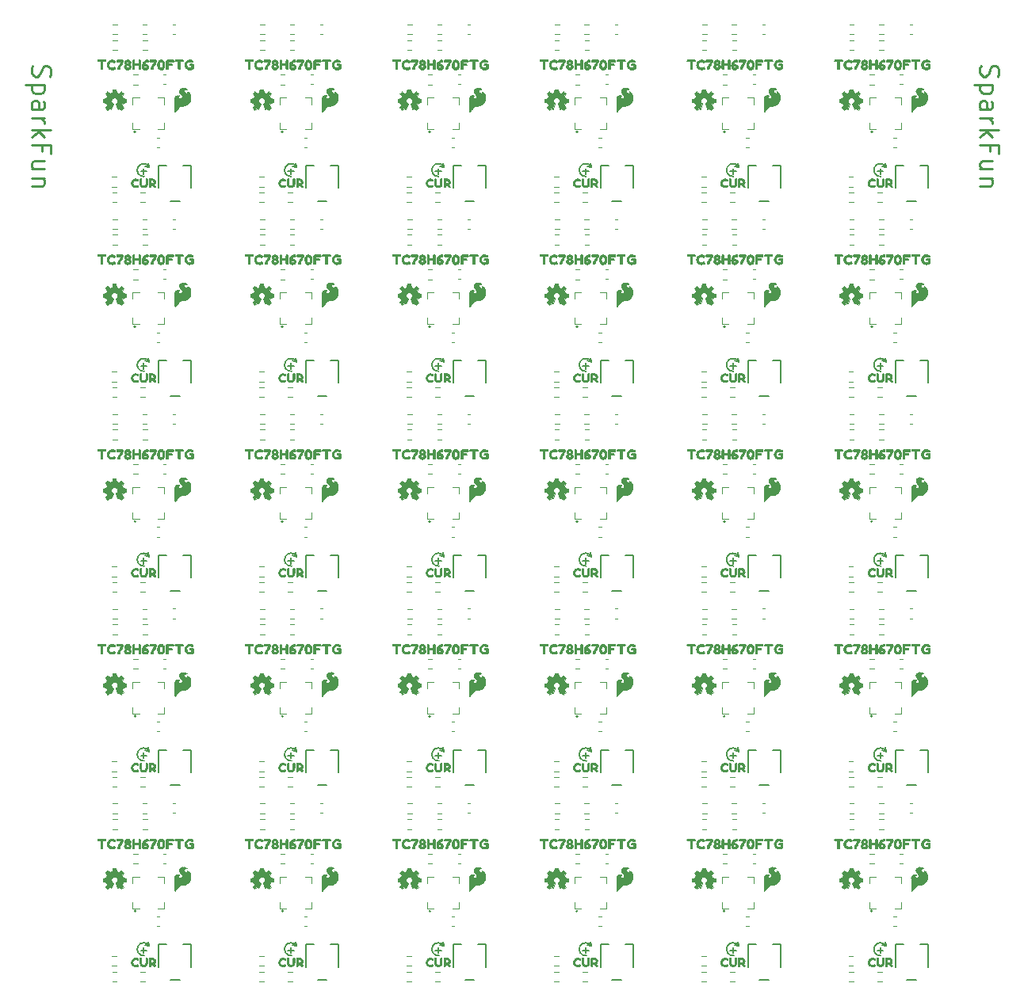
<source format=gto>
%TF.GenerationSoftware,KiCad,Pcbnew,7.0.10*%
%TF.CreationDate,2024-02-23T15:38:17-07:00*%
%TF.ProjectId,SparkFun_Stepper_Motor_Breakout_TC78H670FTG_panelized,53706172-6b46-4756-9e5f-537465707065,rev?*%
%TF.SameCoordinates,Original*%
%TF.FileFunction,Legend,Top*%
%TF.FilePolarity,Positive*%
%FSLAX46Y46*%
G04 Gerber Fmt 4.6, Leading zero omitted, Abs format (unit mm)*
G04 Created by KiCad (PCBNEW 7.0.10) date 2024-02-23 15:38:17*
%MOMM*%
%LPD*%
G01*
G04 APERTURE LIST*
%ADD10C,0.170000*%
%ADD11C,0.250000*%
%ADD12C,0.120000*%
%ADD13C,0.150000*%
%ADD14C,0.050000*%
%ADD15C,0.010050*%
%ADD16C,0.018437*%
%ADD17C,0.100000*%
%ADD18C,0.162951*%
G04 APERTURE END LIST*
D10*
X220370000Y-89475000D02*
X220990000Y-89475000D01*
X189809000Y-89025125D02*
X189694131Y-88589759D01*
X174068999Y-109845125D02*
G75*
G03*
X173520000Y-110864998I-608999J-329875D01*
G01*
X188890000Y-89475000D02*
X189510000Y-89475000D01*
X157410000Y-110295000D02*
X158030000Y-110295000D01*
X221289000Y-26565125D02*
X221174131Y-26129759D01*
X205548999Y-109845125D02*
G75*
G03*
X205000000Y-110864998I-608999J-329875D01*
G01*
X174069000Y-89025125D02*
X173954131Y-88589759D01*
X188890000Y-68655000D02*
X189510000Y-68655000D01*
X221289000Y-109845125D02*
X220848121Y-109742423D01*
X173470000Y-27325000D02*
X173470000Y-26715000D01*
X204950000Y-68965000D02*
X204950000Y-68355000D01*
X142589000Y-47385125D02*
X142474131Y-46949759D01*
X158329000Y-47385125D02*
X158214131Y-46949759D01*
X205549000Y-26565125D02*
X205434131Y-26129759D01*
X221288999Y-109845125D02*
G75*
G03*
X220740000Y-110864998I-608999J-329875D01*
G01*
X157410000Y-68655000D02*
X158030000Y-68655000D01*
X220690000Y-27325000D02*
X220690000Y-26715000D01*
X142588999Y-89025125D02*
G75*
G03*
X142040000Y-90044998I-608999J-329875D01*
G01*
X158329000Y-47385125D02*
X157888121Y-47282423D01*
X158328999Y-47385125D02*
G75*
G03*
X157780000Y-48404998I-608999J-329875D01*
G01*
X158328999Y-109845125D02*
G75*
G03*
X157780000Y-110864998I-608999J-329875D01*
G01*
X189808999Y-68205125D02*
G75*
G03*
X189260000Y-69224998I-608999J-329875D01*
G01*
X174068999Y-47385125D02*
G75*
G03*
X173520000Y-48404998I-608999J-329875D01*
G01*
X221289000Y-109845125D02*
X221174131Y-109409759D01*
X142589000Y-89025125D02*
X142148121Y-88922423D01*
X221289000Y-47385125D02*
X221174131Y-46949759D01*
X174069000Y-26565125D02*
X173628121Y-26462423D01*
X220370000Y-68655000D02*
X220990000Y-68655000D01*
X173150000Y-27015000D02*
X173770000Y-27015000D01*
X157410000Y-47835000D02*
X158030000Y-47835000D01*
X205549000Y-109845125D02*
X205108121Y-109742423D01*
X205549000Y-47385125D02*
X205108121Y-47282423D01*
X189210000Y-110605000D02*
X189210000Y-109995000D01*
X141670000Y-110295000D02*
X142290000Y-110295000D01*
X204630000Y-110295000D02*
X205250000Y-110295000D01*
X221289000Y-47385125D02*
X220848121Y-47282423D01*
X174069000Y-109845125D02*
X173954131Y-109409759D01*
X205549000Y-26565125D02*
X205108121Y-26462423D01*
X173470000Y-110605000D02*
X173470000Y-109995000D01*
X204630000Y-47835000D02*
X205250000Y-47835000D01*
X158329000Y-26565125D02*
X158214131Y-26129759D01*
X173150000Y-89475000D02*
X173770000Y-89475000D01*
X204950000Y-89785000D02*
X204950000Y-89175000D01*
X158328999Y-89025125D02*
G75*
G03*
X157780000Y-90044998I-608999J-329875D01*
G01*
X205549000Y-68205125D02*
X205108121Y-68102423D01*
X173150000Y-68655000D02*
X173770000Y-68655000D01*
X189809000Y-47385125D02*
X189368121Y-47282423D01*
X173470000Y-89785000D02*
X173470000Y-89175000D01*
X189809000Y-68205125D02*
X189368121Y-68102423D01*
X141670000Y-27015000D02*
X142290000Y-27015000D01*
X205548999Y-47385125D02*
G75*
G03*
X205000000Y-48404998I-608999J-329875D01*
G01*
X204950000Y-110605000D02*
X204950000Y-109995000D01*
X189809000Y-47385125D02*
X189694131Y-46949759D01*
X174068999Y-68205125D02*
G75*
G03*
X173520000Y-69224998I-608999J-329875D01*
G01*
X157730000Y-27325000D02*
X157730000Y-26715000D01*
X189809000Y-89025125D02*
X189368121Y-88922423D01*
X221288999Y-89025125D02*
G75*
G03*
X220740000Y-90044998I-608999J-329875D01*
G01*
X189809000Y-68205125D02*
X189694131Y-67769759D01*
X204950000Y-27325000D02*
X204950000Y-26715000D01*
X205549000Y-89025125D02*
X205108121Y-88922423D01*
X158329000Y-68205125D02*
X157888121Y-68102423D01*
X189210000Y-68965000D02*
X189210000Y-68355000D01*
X158328999Y-26565125D02*
G75*
G03*
X157780000Y-27584998I-608999J-329875D01*
G01*
X189210000Y-27325000D02*
X189210000Y-26715000D01*
X141990000Y-89785000D02*
X141990000Y-89175000D01*
X220690000Y-89785000D02*
X220690000Y-89175000D01*
X188890000Y-110295000D02*
X189510000Y-110295000D01*
X205548999Y-68205125D02*
G75*
G03*
X205000000Y-69224998I-608999J-329875D01*
G01*
X220370000Y-27015000D02*
X220990000Y-27015000D01*
X142588999Y-26565125D02*
G75*
G03*
X142040000Y-27584998I-608999J-329875D01*
G01*
X189808999Y-47385125D02*
G75*
G03*
X189260000Y-48404998I-608999J-329875D01*
G01*
X221288999Y-26565125D02*
G75*
G03*
X220740000Y-27584998I-608999J-329875D01*
G01*
X220690000Y-48145000D02*
X220690000Y-47535000D01*
X141670000Y-68655000D02*
X142290000Y-68655000D01*
X220690000Y-68965000D02*
X220690000Y-68355000D01*
X189809000Y-109845125D02*
X189368121Y-109742423D01*
X158328999Y-68205125D02*
G75*
G03*
X157780000Y-69224998I-608999J-329875D01*
G01*
X141670000Y-47835000D02*
X142290000Y-47835000D01*
X174069000Y-26565125D02*
X173954131Y-26129759D01*
X205549000Y-68205125D02*
X205434131Y-67769759D01*
X189808999Y-89025125D02*
G75*
G03*
X189260000Y-90044998I-608999J-329875D01*
G01*
X220370000Y-110295000D02*
X220990000Y-110295000D01*
X174069000Y-68205125D02*
X173628121Y-68102423D01*
X158329000Y-26565125D02*
X157888121Y-26462423D01*
X221288999Y-68205125D02*
G75*
G03*
X220740000Y-69224998I-608999J-329875D01*
G01*
X204630000Y-68655000D02*
X205250000Y-68655000D01*
X174069000Y-68205125D02*
X173954131Y-67769759D01*
X221289000Y-68205125D02*
X221174131Y-67769759D01*
X173150000Y-47835000D02*
X173770000Y-47835000D01*
X142588999Y-68205125D02*
G75*
G03*
X142040000Y-69224998I-608999J-329875D01*
G01*
X189210000Y-48145000D02*
X189210000Y-47535000D01*
X221289000Y-26565125D02*
X220848121Y-26462423D01*
X158329000Y-109845125D02*
X157888121Y-109742423D01*
X205548999Y-26565125D02*
G75*
G03*
X205000000Y-27584998I-608999J-329875D01*
G01*
X142588999Y-109845125D02*
G75*
G03*
X142040000Y-110864998I-608999J-329875D01*
G01*
X141990000Y-110605000D02*
X141990000Y-109995000D01*
X188890000Y-27015000D02*
X189510000Y-27015000D01*
X173470000Y-48145000D02*
X173470000Y-47535000D01*
X158329000Y-89025125D02*
X158214131Y-88589759D01*
X220690000Y-110605000D02*
X220690000Y-109995000D01*
X157410000Y-27015000D02*
X158030000Y-27015000D01*
X188890000Y-47835000D02*
X189510000Y-47835000D01*
X142589000Y-109845125D02*
X142148121Y-109742423D01*
X174069000Y-47385125D02*
X173628121Y-47282423D01*
X204630000Y-27015000D02*
X205250000Y-27015000D01*
X220370000Y-47835000D02*
X220990000Y-47835000D01*
X141990000Y-68965000D02*
X141990000Y-68355000D01*
X142589000Y-47385125D02*
X142148121Y-47282423D01*
X174069000Y-109845125D02*
X173628121Y-109742423D01*
X205548999Y-89025125D02*
G75*
G03*
X205000000Y-90044998I-608999J-329875D01*
G01*
X205549000Y-89025125D02*
X205434131Y-88589759D01*
X142589000Y-68205125D02*
X142148121Y-68102423D01*
X142588999Y-47385125D02*
G75*
G03*
X142040000Y-48404998I-608999J-329875D01*
G01*
X158329000Y-109845125D02*
X158214131Y-109409759D01*
X158329000Y-89025125D02*
X157888121Y-88922423D01*
X157730000Y-68965000D02*
X157730000Y-68355000D01*
X189210000Y-89785000D02*
X189210000Y-89175000D01*
X174069000Y-47385125D02*
X173954131Y-46949759D01*
X221288999Y-47385125D02*
G75*
G03*
X220740000Y-48404998I-608999J-329875D01*
G01*
X157730000Y-48145000D02*
X157730000Y-47535000D01*
X157730000Y-89785000D02*
X157730000Y-89175000D01*
X205549000Y-47385125D02*
X205434131Y-46949759D01*
X174068999Y-26565125D02*
G75*
G03*
X173520000Y-27584998I-608999J-329875D01*
G01*
X142589000Y-68205125D02*
X142474131Y-67769759D01*
X157730000Y-110605000D02*
X157730000Y-109995000D01*
X158329000Y-68205125D02*
X158214131Y-67769759D01*
X142589000Y-109845125D02*
X142474131Y-109409759D01*
X189809000Y-109845125D02*
X189694131Y-109409759D01*
X221289000Y-89025125D02*
X220848121Y-88922423D01*
X189808999Y-109845125D02*
G75*
G03*
X189260000Y-110864998I-608999J-329875D01*
G01*
X174068999Y-89025125D02*
G75*
G03*
X173520000Y-90044998I-608999J-329875D01*
G01*
X221289000Y-68205125D02*
X220848121Y-68102423D01*
X189808999Y-26565125D02*
G75*
G03*
X189260000Y-27584998I-608999J-329875D01*
G01*
X204950000Y-48145000D02*
X204950000Y-47535000D01*
X205549000Y-109845125D02*
X205434131Y-109409759D01*
X142589000Y-26565125D02*
X142148121Y-26462423D01*
X142589000Y-89025125D02*
X142474131Y-88589759D01*
X189809000Y-26565125D02*
X189368121Y-26462423D01*
X157410000Y-89475000D02*
X158030000Y-89475000D01*
X141990000Y-48145000D02*
X141990000Y-47535000D01*
X141990000Y-27325000D02*
X141990000Y-26715000D01*
X204630000Y-89475000D02*
X205250000Y-89475000D01*
X142589000Y-26565125D02*
X142474131Y-26129759D01*
X174069000Y-89025125D02*
X173628121Y-88922423D01*
X221289000Y-89025125D02*
X221174131Y-88589759D01*
X173470000Y-68965000D02*
X173470000Y-68355000D01*
X141670000Y-89475000D02*
X142290000Y-89475000D01*
X173150000Y-110295000D02*
X173770000Y-110295000D01*
X189809000Y-26565125D02*
X189694131Y-26129759D01*
D11*
X231418000Y-15745425D02*
X231322761Y-16031139D01*
X231322761Y-16031139D02*
X231322761Y-16507330D01*
X231322761Y-16507330D02*
X231418000Y-16697806D01*
X231418000Y-16697806D02*
X231513238Y-16793044D01*
X231513238Y-16793044D02*
X231703714Y-16888282D01*
X231703714Y-16888282D02*
X231894190Y-16888282D01*
X231894190Y-16888282D02*
X232084666Y-16793044D01*
X232084666Y-16793044D02*
X232179904Y-16697806D01*
X232179904Y-16697806D02*
X232275142Y-16507330D01*
X232275142Y-16507330D02*
X232370380Y-16126377D01*
X232370380Y-16126377D02*
X232465619Y-15935901D01*
X232465619Y-15935901D02*
X232560857Y-15840663D01*
X232560857Y-15840663D02*
X232751333Y-15745425D01*
X232751333Y-15745425D02*
X232941809Y-15745425D01*
X232941809Y-15745425D02*
X233132285Y-15840663D01*
X233132285Y-15840663D02*
X233227523Y-15935901D01*
X233227523Y-15935901D02*
X233322761Y-16126377D01*
X233322761Y-16126377D02*
X233322761Y-16602568D01*
X233322761Y-16602568D02*
X233227523Y-16888282D01*
X232656095Y-17745425D02*
X230656095Y-17745425D01*
X232560857Y-17745425D02*
X232656095Y-17935901D01*
X232656095Y-17935901D02*
X232656095Y-18316854D01*
X232656095Y-18316854D02*
X232560857Y-18507330D01*
X232560857Y-18507330D02*
X232465619Y-18602568D01*
X232465619Y-18602568D02*
X232275142Y-18697806D01*
X232275142Y-18697806D02*
X231703714Y-18697806D01*
X231703714Y-18697806D02*
X231513238Y-18602568D01*
X231513238Y-18602568D02*
X231418000Y-18507330D01*
X231418000Y-18507330D02*
X231322761Y-18316854D01*
X231322761Y-18316854D02*
X231322761Y-17935901D01*
X231322761Y-17935901D02*
X231418000Y-17745425D01*
X231322761Y-20412092D02*
X232370380Y-20412092D01*
X232370380Y-20412092D02*
X232560857Y-20316854D01*
X232560857Y-20316854D02*
X232656095Y-20126378D01*
X232656095Y-20126378D02*
X232656095Y-19745425D01*
X232656095Y-19745425D02*
X232560857Y-19554949D01*
X231418000Y-20412092D02*
X231322761Y-20221616D01*
X231322761Y-20221616D02*
X231322761Y-19745425D01*
X231322761Y-19745425D02*
X231418000Y-19554949D01*
X231418000Y-19554949D02*
X231608476Y-19459711D01*
X231608476Y-19459711D02*
X231798952Y-19459711D01*
X231798952Y-19459711D02*
X231989428Y-19554949D01*
X231989428Y-19554949D02*
X232084666Y-19745425D01*
X232084666Y-19745425D02*
X232084666Y-20221616D01*
X232084666Y-20221616D02*
X232179904Y-20412092D01*
X231322761Y-21364473D02*
X232656095Y-21364473D01*
X232275142Y-21364473D02*
X232465619Y-21459711D01*
X232465619Y-21459711D02*
X232560857Y-21554949D01*
X232560857Y-21554949D02*
X232656095Y-21745425D01*
X232656095Y-21745425D02*
X232656095Y-21935902D01*
X231322761Y-22602568D02*
X233322761Y-22602568D01*
X232084666Y-22793044D02*
X231322761Y-23364473D01*
X232656095Y-23364473D02*
X231894190Y-22602568D01*
X232370380Y-24888283D02*
X232370380Y-24221616D01*
X231322761Y-24221616D02*
X233322761Y-24221616D01*
X233322761Y-24221616D02*
X233322761Y-25173997D01*
X232656095Y-26793045D02*
X231322761Y-26793045D01*
X232656095Y-25935902D02*
X231608476Y-25935902D01*
X231608476Y-25935902D02*
X231418000Y-26031140D01*
X231418000Y-26031140D02*
X231322761Y-26221616D01*
X231322761Y-26221616D02*
X231322761Y-26507331D01*
X231322761Y-26507331D02*
X231418000Y-26697807D01*
X231418000Y-26697807D02*
X231513238Y-26793045D01*
X232656095Y-27745426D02*
X231322761Y-27745426D01*
X232465619Y-27745426D02*
X232560857Y-27840664D01*
X232560857Y-27840664D02*
X232656095Y-28031140D01*
X232656095Y-28031140D02*
X232656095Y-28316855D01*
X232656095Y-28316855D02*
X232560857Y-28507331D01*
X232560857Y-28507331D02*
X232370380Y-28602569D01*
X232370380Y-28602569D02*
X231322761Y-28602569D01*
X130128000Y-15745425D02*
X130032761Y-16031139D01*
X130032761Y-16031139D02*
X130032761Y-16507330D01*
X130032761Y-16507330D02*
X130128000Y-16697806D01*
X130128000Y-16697806D02*
X130223238Y-16793044D01*
X130223238Y-16793044D02*
X130413714Y-16888282D01*
X130413714Y-16888282D02*
X130604190Y-16888282D01*
X130604190Y-16888282D02*
X130794666Y-16793044D01*
X130794666Y-16793044D02*
X130889904Y-16697806D01*
X130889904Y-16697806D02*
X130985142Y-16507330D01*
X130985142Y-16507330D02*
X131080380Y-16126377D01*
X131080380Y-16126377D02*
X131175619Y-15935901D01*
X131175619Y-15935901D02*
X131270857Y-15840663D01*
X131270857Y-15840663D02*
X131461333Y-15745425D01*
X131461333Y-15745425D02*
X131651809Y-15745425D01*
X131651809Y-15745425D02*
X131842285Y-15840663D01*
X131842285Y-15840663D02*
X131937523Y-15935901D01*
X131937523Y-15935901D02*
X132032761Y-16126377D01*
X132032761Y-16126377D02*
X132032761Y-16602568D01*
X132032761Y-16602568D02*
X131937523Y-16888282D01*
X131366095Y-17745425D02*
X129366095Y-17745425D01*
X131270857Y-17745425D02*
X131366095Y-17935901D01*
X131366095Y-17935901D02*
X131366095Y-18316854D01*
X131366095Y-18316854D02*
X131270857Y-18507330D01*
X131270857Y-18507330D02*
X131175619Y-18602568D01*
X131175619Y-18602568D02*
X130985142Y-18697806D01*
X130985142Y-18697806D02*
X130413714Y-18697806D01*
X130413714Y-18697806D02*
X130223238Y-18602568D01*
X130223238Y-18602568D02*
X130128000Y-18507330D01*
X130128000Y-18507330D02*
X130032761Y-18316854D01*
X130032761Y-18316854D02*
X130032761Y-17935901D01*
X130032761Y-17935901D02*
X130128000Y-17745425D01*
X130032761Y-20412092D02*
X131080380Y-20412092D01*
X131080380Y-20412092D02*
X131270857Y-20316854D01*
X131270857Y-20316854D02*
X131366095Y-20126378D01*
X131366095Y-20126378D02*
X131366095Y-19745425D01*
X131366095Y-19745425D02*
X131270857Y-19554949D01*
X130128000Y-20412092D02*
X130032761Y-20221616D01*
X130032761Y-20221616D02*
X130032761Y-19745425D01*
X130032761Y-19745425D02*
X130128000Y-19554949D01*
X130128000Y-19554949D02*
X130318476Y-19459711D01*
X130318476Y-19459711D02*
X130508952Y-19459711D01*
X130508952Y-19459711D02*
X130699428Y-19554949D01*
X130699428Y-19554949D02*
X130794666Y-19745425D01*
X130794666Y-19745425D02*
X130794666Y-20221616D01*
X130794666Y-20221616D02*
X130889904Y-20412092D01*
X130032761Y-21364473D02*
X131366095Y-21364473D01*
X130985142Y-21364473D02*
X131175619Y-21459711D01*
X131175619Y-21459711D02*
X131270857Y-21554949D01*
X131270857Y-21554949D02*
X131366095Y-21745425D01*
X131366095Y-21745425D02*
X131366095Y-21935902D01*
X130032761Y-22602568D02*
X132032761Y-22602568D01*
X130794666Y-22793044D02*
X130032761Y-23364473D01*
X131366095Y-23364473D02*
X130604190Y-22602568D01*
X131080380Y-24888283D02*
X131080380Y-24221616D01*
X130032761Y-24221616D02*
X132032761Y-24221616D01*
X132032761Y-24221616D02*
X132032761Y-25173997D01*
X131366095Y-26793045D02*
X130032761Y-26793045D01*
X131366095Y-25935902D02*
X130318476Y-25935902D01*
X130318476Y-25935902D02*
X130128000Y-26031140D01*
X130128000Y-26031140D02*
X130032761Y-26221616D01*
X130032761Y-26221616D02*
X130032761Y-26507331D01*
X130032761Y-26507331D02*
X130128000Y-26697807D01*
X130128000Y-26697807D02*
X130223238Y-26793045D01*
X131366095Y-27745426D02*
X130032761Y-27745426D01*
X131175619Y-27745426D02*
X131270857Y-27840664D01*
X131270857Y-27840664D02*
X131366095Y-28031140D01*
X131366095Y-28031140D02*
X131366095Y-28316855D01*
X131366095Y-28316855D02*
X131270857Y-28507331D01*
X131270857Y-28507331D02*
X131080380Y-28602569D01*
X131080380Y-28602569D02*
X130032761Y-28602569D01*
%TO.C,kibuzzard-65D531EE*%
G36*
X143003164Y-111082795D02*
G01*
X143062992Y-111099940D01*
X143122643Y-111127801D01*
X143180150Y-111165662D01*
X143231406Y-111216205D01*
X143272304Y-111282106D01*
X143299093Y-111359437D01*
X143308023Y-111444269D01*
X143294053Y-111551266D01*
X143252143Y-111643659D01*
X143182293Y-111721446D01*
X143285163Y-111858606D01*
X143323739Y-111957190D01*
X143255159Y-112041486D01*
X143153718Y-112080777D01*
X143073708Y-112014340D01*
X142920832Y-111807171D01*
X142787958Y-111807171D01*
X142787958Y-111945760D01*
X142785815Y-111995052D01*
X142772242Y-112033628D01*
X142732237Y-112065775D01*
X142656513Y-112075776D01*
X142582218Y-112065775D01*
X142542213Y-112032914D01*
X142528640Y-111993623D01*
X142526497Y-111944331D01*
X142526497Y-111338541D01*
X142787958Y-111338541D01*
X142787958Y-111547139D01*
X142945121Y-111547139D01*
X143013701Y-111521421D01*
X143046562Y-111442840D01*
X143015844Y-111368545D01*
X142942263Y-111338541D01*
X142787958Y-111338541D01*
X142526497Y-111338541D01*
X142526497Y-111207096D01*
X142528640Y-111159233D01*
X142542213Y-111119942D01*
X142582218Y-111087081D01*
X142657942Y-111077080D01*
X142945121Y-111077080D01*
X143003164Y-111082795D01*
G37*
G36*
X142380764Y-111085652D02*
G01*
X142420769Y-111119228D01*
X142434343Y-111159233D01*
X142436486Y-111208525D01*
X142436486Y-111610004D01*
X142429163Y-111696443D01*
X142407196Y-111781454D01*
X142371656Y-111862357D01*
X142323614Y-111936473D01*
X142261285Y-112000231D01*
X142182882Y-112050059D01*
X142091978Y-112082206D01*
X141992144Y-112092921D01*
X141892489Y-112082027D01*
X141802121Y-112049344D01*
X141724432Y-111998802D01*
X141662817Y-111934330D01*
X141615490Y-111859678D01*
X141580664Y-111778596D01*
X141559233Y-111693586D01*
X141552089Y-111607146D01*
X141552089Y-111207096D01*
X141554232Y-111157804D01*
X141567806Y-111118514D01*
X141607811Y-111085652D01*
X141683534Y-111075651D01*
X141758544Y-111085652D01*
X141797834Y-111117799D01*
X141812122Y-111157804D01*
X141814979Y-111208525D01*
X141814979Y-111607146D01*
X141829267Y-111707873D01*
X141886417Y-111792169D01*
X141935352Y-111820566D01*
X141996431Y-111830031D01*
X142069654Y-111814672D01*
X142126447Y-111768595D01*
X142162880Y-111697158D01*
X142175024Y-111605717D01*
X142175024Y-111199952D01*
X142177882Y-111153518D01*
X142192169Y-111116371D01*
X142232174Y-111085652D01*
X142306469Y-111075651D01*
X142380764Y-111085652D01*
G37*
G36*
X141237129Y-111075969D02*
G01*
X141324759Y-111102639D01*
X141414929Y-111147089D01*
X141453506Y-111174235D01*
X141479937Y-111204239D01*
X141493511Y-111247101D01*
X141462078Y-111327111D01*
X141408500Y-111384976D01*
X141359208Y-111404264D01*
X141282056Y-111371402D01*
X141272769Y-111364973D01*
X141260624Y-111357115D01*
X141247051Y-111349257D01*
X141227763Y-111342113D01*
X141204903Y-111336398D01*
X141176328Y-111331397D01*
X141142038Y-111329969D01*
X141060599Y-111344256D01*
X140979875Y-111386404D01*
X140916296Y-111464271D01*
X140898079Y-111517849D01*
X140892007Y-111578571D01*
X140902901Y-111656617D01*
X140935584Y-111722161D01*
X140981840Y-111772345D01*
X141033453Y-111804314D01*
X141142038Y-111827174D01*
X141217405Y-111815387D01*
X141289199Y-111780025D01*
X141360637Y-111751450D01*
X141409214Y-111771810D01*
X141460649Y-111832889D01*
X141492082Y-111915756D01*
X141472079Y-111967906D01*
X141413501Y-112011482D01*
X141328728Y-112055932D01*
X141240146Y-112082602D01*
X141147753Y-112091492D01*
X141087210Y-112087206D01*
X141022737Y-112074347D01*
X140955229Y-112051309D01*
X140885577Y-112016483D01*
X140818605Y-111971477D01*
X140759133Y-111917899D01*
X140708234Y-111851998D01*
X140666979Y-111770024D01*
X140639654Y-111675369D01*
X140630546Y-111571427D01*
X140639475Y-111471415D01*
X140666264Y-111379975D01*
X140706984Y-111300501D01*
X140757704Y-111236386D01*
X140817176Y-111184236D01*
X140884149Y-111140659D01*
X140954157Y-111106905D01*
X141022737Y-111084224D01*
X141088996Y-111071365D01*
X141152039Y-111067079D01*
X141237129Y-111075969D01*
G37*
G36*
X143003164Y-48622795D02*
G01*
X143062992Y-48639940D01*
X143122643Y-48667801D01*
X143180150Y-48705662D01*
X143231406Y-48756205D01*
X143272304Y-48822106D01*
X143299093Y-48899437D01*
X143308023Y-48984269D01*
X143294053Y-49091266D01*
X143252143Y-49183659D01*
X143182293Y-49261446D01*
X143285163Y-49398606D01*
X143323739Y-49497190D01*
X143255159Y-49581486D01*
X143153718Y-49620777D01*
X143073708Y-49554340D01*
X142920832Y-49347171D01*
X142787958Y-49347171D01*
X142787958Y-49485760D01*
X142785815Y-49535052D01*
X142772242Y-49573628D01*
X142732237Y-49605775D01*
X142656513Y-49615776D01*
X142582218Y-49605775D01*
X142542213Y-49572914D01*
X142528640Y-49533623D01*
X142526497Y-49484331D01*
X142526497Y-48878541D01*
X142787958Y-48878541D01*
X142787958Y-49087139D01*
X142945121Y-49087139D01*
X143013701Y-49061421D01*
X143046562Y-48982840D01*
X143015844Y-48908545D01*
X142942263Y-48878541D01*
X142787958Y-48878541D01*
X142526497Y-48878541D01*
X142526497Y-48747096D01*
X142528640Y-48699233D01*
X142542213Y-48659942D01*
X142582218Y-48627081D01*
X142657942Y-48617080D01*
X142945121Y-48617080D01*
X143003164Y-48622795D01*
G37*
G36*
X142380764Y-48625652D02*
G01*
X142420769Y-48659228D01*
X142434343Y-48699233D01*
X142436486Y-48748525D01*
X142436486Y-49150004D01*
X142429163Y-49236443D01*
X142407196Y-49321454D01*
X142371656Y-49402357D01*
X142323614Y-49476473D01*
X142261285Y-49540231D01*
X142182882Y-49590059D01*
X142091978Y-49622206D01*
X141992144Y-49632921D01*
X141892489Y-49622027D01*
X141802121Y-49589344D01*
X141724432Y-49538802D01*
X141662817Y-49474330D01*
X141615490Y-49399678D01*
X141580664Y-49318596D01*
X141559233Y-49233586D01*
X141552089Y-49147146D01*
X141552089Y-48747096D01*
X141554232Y-48697804D01*
X141567806Y-48658514D01*
X141607811Y-48625652D01*
X141683534Y-48615651D01*
X141758544Y-48625652D01*
X141797834Y-48657799D01*
X141812122Y-48697804D01*
X141814979Y-48748525D01*
X141814979Y-49147146D01*
X141829267Y-49247873D01*
X141886417Y-49332169D01*
X141935352Y-49360566D01*
X141996431Y-49370031D01*
X142069654Y-49354672D01*
X142126447Y-49308595D01*
X142162880Y-49237158D01*
X142175024Y-49145717D01*
X142175024Y-48739952D01*
X142177882Y-48693518D01*
X142192169Y-48656371D01*
X142232174Y-48625652D01*
X142306469Y-48615651D01*
X142380764Y-48625652D01*
G37*
G36*
X141237129Y-48615969D02*
G01*
X141324759Y-48642639D01*
X141414929Y-48687089D01*
X141453506Y-48714235D01*
X141479937Y-48744239D01*
X141493511Y-48787101D01*
X141462078Y-48867111D01*
X141408500Y-48924976D01*
X141359208Y-48944264D01*
X141282056Y-48911402D01*
X141272769Y-48904973D01*
X141260624Y-48897115D01*
X141247051Y-48889257D01*
X141227763Y-48882113D01*
X141204903Y-48876398D01*
X141176328Y-48871397D01*
X141142038Y-48869969D01*
X141060599Y-48884256D01*
X140979875Y-48926404D01*
X140916296Y-49004271D01*
X140898079Y-49057849D01*
X140892007Y-49118571D01*
X140902901Y-49196617D01*
X140935584Y-49262161D01*
X140981840Y-49312345D01*
X141033453Y-49344314D01*
X141142038Y-49367174D01*
X141217405Y-49355387D01*
X141289199Y-49320025D01*
X141360637Y-49291450D01*
X141409214Y-49311810D01*
X141460649Y-49372889D01*
X141492082Y-49455756D01*
X141472079Y-49507906D01*
X141413501Y-49551482D01*
X141328728Y-49595932D01*
X141240146Y-49622602D01*
X141147753Y-49631492D01*
X141087210Y-49627206D01*
X141022737Y-49614347D01*
X140955229Y-49591309D01*
X140885577Y-49556483D01*
X140818605Y-49511477D01*
X140759133Y-49457899D01*
X140708234Y-49391998D01*
X140666979Y-49310024D01*
X140639654Y-49215369D01*
X140630546Y-49111427D01*
X140639475Y-49011415D01*
X140666264Y-48919975D01*
X140706984Y-48840501D01*
X140757704Y-48776386D01*
X140817176Y-48724236D01*
X140884149Y-48680659D01*
X140954157Y-48646905D01*
X141022737Y-48624224D01*
X141088996Y-48611365D01*
X141152039Y-48607079D01*
X141237129Y-48615969D01*
G37*
G36*
X158743164Y-69442795D02*
G01*
X158802992Y-69459940D01*
X158862643Y-69487801D01*
X158920150Y-69525662D01*
X158971406Y-69576205D01*
X159012304Y-69642106D01*
X159039093Y-69719437D01*
X159048023Y-69804269D01*
X159034053Y-69911266D01*
X158992143Y-70003659D01*
X158922293Y-70081446D01*
X159025163Y-70218606D01*
X159063739Y-70317190D01*
X158995159Y-70401486D01*
X158893718Y-70440777D01*
X158813708Y-70374340D01*
X158660832Y-70167171D01*
X158527958Y-70167171D01*
X158527958Y-70305760D01*
X158525815Y-70355052D01*
X158512242Y-70393628D01*
X158472237Y-70425775D01*
X158396513Y-70435776D01*
X158322218Y-70425775D01*
X158282213Y-70392914D01*
X158268640Y-70353623D01*
X158266497Y-70304331D01*
X158266497Y-69698541D01*
X158527958Y-69698541D01*
X158527958Y-69907139D01*
X158685121Y-69907139D01*
X158753701Y-69881421D01*
X158786562Y-69802840D01*
X158755844Y-69728545D01*
X158682263Y-69698541D01*
X158527958Y-69698541D01*
X158266497Y-69698541D01*
X158266497Y-69567096D01*
X158268640Y-69519233D01*
X158282213Y-69479942D01*
X158322218Y-69447081D01*
X158397942Y-69437080D01*
X158685121Y-69437080D01*
X158743164Y-69442795D01*
G37*
G36*
X158120764Y-69445652D02*
G01*
X158160769Y-69479228D01*
X158174343Y-69519233D01*
X158176486Y-69568525D01*
X158176486Y-69970004D01*
X158169163Y-70056443D01*
X158147196Y-70141454D01*
X158111656Y-70222357D01*
X158063614Y-70296473D01*
X158001285Y-70360231D01*
X157922882Y-70410059D01*
X157831978Y-70442206D01*
X157732144Y-70452921D01*
X157632489Y-70442027D01*
X157542121Y-70409344D01*
X157464432Y-70358802D01*
X157402817Y-70294330D01*
X157355490Y-70219678D01*
X157320664Y-70138596D01*
X157299233Y-70053586D01*
X157292089Y-69967146D01*
X157292089Y-69567096D01*
X157294232Y-69517804D01*
X157307806Y-69478514D01*
X157347811Y-69445652D01*
X157423534Y-69435651D01*
X157498544Y-69445652D01*
X157537834Y-69477799D01*
X157552122Y-69517804D01*
X157554979Y-69568525D01*
X157554979Y-69967146D01*
X157569267Y-70067873D01*
X157626417Y-70152169D01*
X157675352Y-70180566D01*
X157736431Y-70190031D01*
X157809654Y-70174672D01*
X157866447Y-70128595D01*
X157902880Y-70057158D01*
X157915024Y-69965717D01*
X157915024Y-69559952D01*
X157917882Y-69513518D01*
X157932169Y-69476371D01*
X157972174Y-69445652D01*
X158046469Y-69435651D01*
X158120764Y-69445652D01*
G37*
G36*
X156977129Y-69435969D02*
G01*
X157064759Y-69462639D01*
X157154929Y-69507089D01*
X157193506Y-69534235D01*
X157219937Y-69564239D01*
X157233511Y-69607101D01*
X157202078Y-69687111D01*
X157148500Y-69744976D01*
X157099208Y-69764264D01*
X157022056Y-69731402D01*
X157012769Y-69724973D01*
X157000624Y-69717115D01*
X156987051Y-69709257D01*
X156967763Y-69702113D01*
X156944903Y-69696398D01*
X156916328Y-69691397D01*
X156882038Y-69689969D01*
X156800599Y-69704256D01*
X156719875Y-69746404D01*
X156656296Y-69824271D01*
X156638079Y-69877849D01*
X156632007Y-69938571D01*
X156642901Y-70016617D01*
X156675584Y-70082161D01*
X156721840Y-70132345D01*
X156773453Y-70164314D01*
X156882038Y-70187174D01*
X156957405Y-70175387D01*
X157029199Y-70140025D01*
X157100637Y-70111450D01*
X157149214Y-70131810D01*
X157200649Y-70192889D01*
X157232082Y-70275756D01*
X157212079Y-70327906D01*
X157153501Y-70371482D01*
X157068728Y-70415932D01*
X156980146Y-70442602D01*
X156887753Y-70451492D01*
X156827210Y-70447206D01*
X156762737Y-70434347D01*
X156695229Y-70411309D01*
X156625577Y-70376483D01*
X156558605Y-70331477D01*
X156499133Y-70277899D01*
X156448234Y-70211998D01*
X156406979Y-70130024D01*
X156379654Y-70035369D01*
X156370546Y-69931427D01*
X156379475Y-69831415D01*
X156406264Y-69739975D01*
X156446984Y-69660501D01*
X156497704Y-69596386D01*
X156557176Y-69544236D01*
X156624149Y-69500659D01*
X156694157Y-69466905D01*
X156762737Y-69444224D01*
X156828996Y-69431365D01*
X156892039Y-69427079D01*
X156977129Y-69435969D01*
G37*
G36*
X158743164Y-27802795D02*
G01*
X158802992Y-27819940D01*
X158862643Y-27847801D01*
X158920150Y-27885662D01*
X158971406Y-27936205D01*
X159012304Y-28002106D01*
X159039093Y-28079437D01*
X159048023Y-28164269D01*
X159034053Y-28271266D01*
X158992143Y-28363659D01*
X158922293Y-28441446D01*
X159025163Y-28578606D01*
X159063739Y-28677190D01*
X158995159Y-28761486D01*
X158893718Y-28800777D01*
X158813708Y-28734340D01*
X158660832Y-28527171D01*
X158527958Y-28527171D01*
X158527958Y-28665760D01*
X158525815Y-28715052D01*
X158512242Y-28753628D01*
X158472237Y-28785775D01*
X158396513Y-28795776D01*
X158322218Y-28785775D01*
X158282213Y-28752914D01*
X158268640Y-28713623D01*
X158266497Y-28664331D01*
X158266497Y-28058541D01*
X158527958Y-28058541D01*
X158527958Y-28267139D01*
X158685121Y-28267139D01*
X158753701Y-28241421D01*
X158786562Y-28162840D01*
X158755844Y-28088545D01*
X158682263Y-28058541D01*
X158527958Y-28058541D01*
X158266497Y-28058541D01*
X158266497Y-27927096D01*
X158268640Y-27879233D01*
X158282213Y-27839942D01*
X158322218Y-27807081D01*
X158397942Y-27797080D01*
X158685121Y-27797080D01*
X158743164Y-27802795D01*
G37*
G36*
X158120764Y-27805652D02*
G01*
X158160769Y-27839228D01*
X158174343Y-27879233D01*
X158176486Y-27928525D01*
X158176486Y-28330004D01*
X158169163Y-28416443D01*
X158147196Y-28501454D01*
X158111656Y-28582357D01*
X158063614Y-28656473D01*
X158001285Y-28720231D01*
X157922882Y-28770059D01*
X157831978Y-28802206D01*
X157732144Y-28812921D01*
X157632489Y-28802027D01*
X157542121Y-28769344D01*
X157464432Y-28718802D01*
X157402817Y-28654330D01*
X157355490Y-28579678D01*
X157320664Y-28498596D01*
X157299233Y-28413586D01*
X157292089Y-28327146D01*
X157292089Y-27927096D01*
X157294232Y-27877804D01*
X157307806Y-27838514D01*
X157347811Y-27805652D01*
X157423534Y-27795651D01*
X157498544Y-27805652D01*
X157537834Y-27837799D01*
X157552122Y-27877804D01*
X157554979Y-27928525D01*
X157554979Y-28327146D01*
X157569267Y-28427873D01*
X157626417Y-28512169D01*
X157675352Y-28540566D01*
X157736431Y-28550031D01*
X157809654Y-28534672D01*
X157866447Y-28488595D01*
X157902880Y-28417158D01*
X157915024Y-28325717D01*
X157915024Y-27919952D01*
X157917882Y-27873518D01*
X157932169Y-27836371D01*
X157972174Y-27805652D01*
X158046469Y-27795651D01*
X158120764Y-27805652D01*
G37*
G36*
X156977129Y-27795969D02*
G01*
X157064759Y-27822639D01*
X157154929Y-27867089D01*
X157193506Y-27894235D01*
X157219937Y-27924239D01*
X157233511Y-27967101D01*
X157202078Y-28047111D01*
X157148500Y-28104976D01*
X157099208Y-28124264D01*
X157022056Y-28091402D01*
X157012769Y-28084973D01*
X157000624Y-28077115D01*
X156987051Y-28069257D01*
X156967763Y-28062113D01*
X156944903Y-28056398D01*
X156916328Y-28051397D01*
X156882038Y-28049969D01*
X156800599Y-28064256D01*
X156719875Y-28106404D01*
X156656296Y-28184271D01*
X156638079Y-28237849D01*
X156632007Y-28298571D01*
X156642901Y-28376617D01*
X156675584Y-28442161D01*
X156721840Y-28492345D01*
X156773453Y-28524314D01*
X156882038Y-28547174D01*
X156957405Y-28535387D01*
X157029199Y-28500025D01*
X157100637Y-28471450D01*
X157149214Y-28491810D01*
X157200649Y-28552889D01*
X157232082Y-28635756D01*
X157212079Y-28687906D01*
X157153501Y-28731482D01*
X157068728Y-28775932D01*
X156980146Y-28802602D01*
X156887753Y-28811492D01*
X156827210Y-28807206D01*
X156762737Y-28794347D01*
X156695229Y-28771309D01*
X156625577Y-28736483D01*
X156558605Y-28691477D01*
X156499133Y-28637899D01*
X156448234Y-28571998D01*
X156406979Y-28490024D01*
X156379654Y-28395369D01*
X156370546Y-28291427D01*
X156379475Y-28191415D01*
X156406264Y-28099975D01*
X156446984Y-28020501D01*
X156497704Y-27956386D01*
X156557176Y-27904236D01*
X156624149Y-27860659D01*
X156694157Y-27826905D01*
X156762737Y-27804224D01*
X156828996Y-27791365D01*
X156892039Y-27787079D01*
X156977129Y-27795969D01*
G37*
G36*
X174483164Y-111082795D02*
G01*
X174542992Y-111099940D01*
X174602643Y-111127801D01*
X174660150Y-111165662D01*
X174711406Y-111216205D01*
X174752304Y-111282106D01*
X174779093Y-111359437D01*
X174788023Y-111444269D01*
X174774053Y-111551266D01*
X174732143Y-111643659D01*
X174662293Y-111721446D01*
X174765163Y-111858606D01*
X174803739Y-111957190D01*
X174735159Y-112041486D01*
X174633718Y-112080777D01*
X174553708Y-112014340D01*
X174400832Y-111807171D01*
X174267958Y-111807171D01*
X174267958Y-111945760D01*
X174265815Y-111995052D01*
X174252242Y-112033628D01*
X174212237Y-112065775D01*
X174136513Y-112075776D01*
X174062218Y-112065775D01*
X174022213Y-112032914D01*
X174008640Y-111993623D01*
X174006497Y-111944331D01*
X174006497Y-111338541D01*
X174267958Y-111338541D01*
X174267958Y-111547139D01*
X174425121Y-111547139D01*
X174493701Y-111521421D01*
X174526562Y-111442840D01*
X174495844Y-111368545D01*
X174422263Y-111338541D01*
X174267958Y-111338541D01*
X174006497Y-111338541D01*
X174006497Y-111207096D01*
X174008640Y-111159233D01*
X174022213Y-111119942D01*
X174062218Y-111087081D01*
X174137942Y-111077080D01*
X174425121Y-111077080D01*
X174483164Y-111082795D01*
G37*
G36*
X173860764Y-111085652D02*
G01*
X173900769Y-111119228D01*
X173914343Y-111159233D01*
X173916486Y-111208525D01*
X173916486Y-111610004D01*
X173909163Y-111696443D01*
X173887196Y-111781454D01*
X173851656Y-111862357D01*
X173803614Y-111936473D01*
X173741285Y-112000231D01*
X173662882Y-112050059D01*
X173571978Y-112082206D01*
X173472144Y-112092921D01*
X173372489Y-112082027D01*
X173282121Y-112049344D01*
X173204432Y-111998802D01*
X173142817Y-111934330D01*
X173095490Y-111859678D01*
X173060664Y-111778596D01*
X173039233Y-111693586D01*
X173032089Y-111607146D01*
X173032089Y-111207096D01*
X173034232Y-111157804D01*
X173047806Y-111118514D01*
X173087811Y-111085652D01*
X173163534Y-111075651D01*
X173238544Y-111085652D01*
X173277834Y-111117799D01*
X173292122Y-111157804D01*
X173294979Y-111208525D01*
X173294979Y-111607146D01*
X173309267Y-111707873D01*
X173366417Y-111792169D01*
X173415352Y-111820566D01*
X173476431Y-111830031D01*
X173549654Y-111814672D01*
X173606447Y-111768595D01*
X173642880Y-111697158D01*
X173655024Y-111605717D01*
X173655024Y-111199952D01*
X173657882Y-111153518D01*
X173672169Y-111116371D01*
X173712174Y-111085652D01*
X173786469Y-111075651D01*
X173860764Y-111085652D01*
G37*
G36*
X172717129Y-111075969D02*
G01*
X172804759Y-111102639D01*
X172894929Y-111147089D01*
X172933506Y-111174235D01*
X172959937Y-111204239D01*
X172973511Y-111247101D01*
X172942078Y-111327111D01*
X172888500Y-111384976D01*
X172839208Y-111404264D01*
X172762056Y-111371402D01*
X172752769Y-111364973D01*
X172740624Y-111357115D01*
X172727051Y-111349257D01*
X172707763Y-111342113D01*
X172684903Y-111336398D01*
X172656328Y-111331397D01*
X172622038Y-111329969D01*
X172540599Y-111344256D01*
X172459875Y-111386404D01*
X172396296Y-111464271D01*
X172378079Y-111517849D01*
X172372007Y-111578571D01*
X172382901Y-111656617D01*
X172415584Y-111722161D01*
X172461840Y-111772345D01*
X172513453Y-111804314D01*
X172622038Y-111827174D01*
X172697405Y-111815387D01*
X172769199Y-111780025D01*
X172840637Y-111751450D01*
X172889214Y-111771810D01*
X172940649Y-111832889D01*
X172972082Y-111915756D01*
X172952079Y-111967906D01*
X172893501Y-112011482D01*
X172808728Y-112055932D01*
X172720146Y-112082602D01*
X172627753Y-112091492D01*
X172567210Y-112087206D01*
X172502737Y-112074347D01*
X172435229Y-112051309D01*
X172365577Y-112016483D01*
X172298605Y-111971477D01*
X172239133Y-111917899D01*
X172188234Y-111851998D01*
X172146979Y-111770024D01*
X172119654Y-111675369D01*
X172110546Y-111571427D01*
X172119475Y-111471415D01*
X172146264Y-111379975D01*
X172186984Y-111300501D01*
X172237704Y-111236386D01*
X172297176Y-111184236D01*
X172364149Y-111140659D01*
X172434157Y-111106905D01*
X172502737Y-111084224D01*
X172568996Y-111071365D01*
X172632039Y-111067079D01*
X172717129Y-111075969D01*
G37*
G36*
X174483164Y-48622795D02*
G01*
X174542992Y-48639940D01*
X174602643Y-48667801D01*
X174660150Y-48705662D01*
X174711406Y-48756205D01*
X174752304Y-48822106D01*
X174779093Y-48899437D01*
X174788023Y-48984269D01*
X174774053Y-49091266D01*
X174732143Y-49183659D01*
X174662293Y-49261446D01*
X174765163Y-49398606D01*
X174803739Y-49497190D01*
X174735159Y-49581486D01*
X174633718Y-49620777D01*
X174553708Y-49554340D01*
X174400832Y-49347171D01*
X174267958Y-49347171D01*
X174267958Y-49485760D01*
X174265815Y-49535052D01*
X174252242Y-49573628D01*
X174212237Y-49605775D01*
X174136513Y-49615776D01*
X174062218Y-49605775D01*
X174022213Y-49572914D01*
X174008640Y-49533623D01*
X174006497Y-49484331D01*
X174006497Y-48878541D01*
X174267958Y-48878541D01*
X174267958Y-49087139D01*
X174425121Y-49087139D01*
X174493701Y-49061421D01*
X174526562Y-48982840D01*
X174495844Y-48908545D01*
X174422263Y-48878541D01*
X174267958Y-48878541D01*
X174006497Y-48878541D01*
X174006497Y-48747096D01*
X174008640Y-48699233D01*
X174022213Y-48659942D01*
X174062218Y-48627081D01*
X174137942Y-48617080D01*
X174425121Y-48617080D01*
X174483164Y-48622795D01*
G37*
G36*
X173860764Y-48625652D02*
G01*
X173900769Y-48659228D01*
X173914343Y-48699233D01*
X173916486Y-48748525D01*
X173916486Y-49150004D01*
X173909163Y-49236443D01*
X173887196Y-49321454D01*
X173851656Y-49402357D01*
X173803614Y-49476473D01*
X173741285Y-49540231D01*
X173662882Y-49590059D01*
X173571978Y-49622206D01*
X173472144Y-49632921D01*
X173372489Y-49622027D01*
X173282121Y-49589344D01*
X173204432Y-49538802D01*
X173142817Y-49474330D01*
X173095490Y-49399678D01*
X173060664Y-49318596D01*
X173039233Y-49233586D01*
X173032089Y-49147146D01*
X173032089Y-48747096D01*
X173034232Y-48697804D01*
X173047806Y-48658514D01*
X173087811Y-48625652D01*
X173163534Y-48615651D01*
X173238544Y-48625652D01*
X173277834Y-48657799D01*
X173292122Y-48697804D01*
X173294979Y-48748525D01*
X173294979Y-49147146D01*
X173309267Y-49247873D01*
X173366417Y-49332169D01*
X173415352Y-49360566D01*
X173476431Y-49370031D01*
X173549654Y-49354672D01*
X173606447Y-49308595D01*
X173642880Y-49237158D01*
X173655024Y-49145717D01*
X173655024Y-48739952D01*
X173657882Y-48693518D01*
X173672169Y-48656371D01*
X173712174Y-48625652D01*
X173786469Y-48615651D01*
X173860764Y-48625652D01*
G37*
G36*
X172717129Y-48615969D02*
G01*
X172804759Y-48642639D01*
X172894929Y-48687089D01*
X172933506Y-48714235D01*
X172959937Y-48744239D01*
X172973511Y-48787101D01*
X172942078Y-48867111D01*
X172888500Y-48924976D01*
X172839208Y-48944264D01*
X172762056Y-48911402D01*
X172752769Y-48904973D01*
X172740624Y-48897115D01*
X172727051Y-48889257D01*
X172707763Y-48882113D01*
X172684903Y-48876398D01*
X172656328Y-48871397D01*
X172622038Y-48869969D01*
X172540599Y-48884256D01*
X172459875Y-48926404D01*
X172396296Y-49004271D01*
X172378079Y-49057849D01*
X172372007Y-49118571D01*
X172382901Y-49196617D01*
X172415584Y-49262161D01*
X172461840Y-49312345D01*
X172513453Y-49344314D01*
X172622038Y-49367174D01*
X172697405Y-49355387D01*
X172769199Y-49320025D01*
X172840637Y-49291450D01*
X172889214Y-49311810D01*
X172940649Y-49372889D01*
X172972082Y-49455756D01*
X172952079Y-49507906D01*
X172893501Y-49551482D01*
X172808728Y-49595932D01*
X172720146Y-49622602D01*
X172627753Y-49631492D01*
X172567210Y-49627206D01*
X172502737Y-49614347D01*
X172435229Y-49591309D01*
X172365577Y-49556483D01*
X172298605Y-49511477D01*
X172239133Y-49457899D01*
X172188234Y-49391998D01*
X172146979Y-49310024D01*
X172119654Y-49215369D01*
X172110546Y-49111427D01*
X172119475Y-49011415D01*
X172146264Y-48919975D01*
X172186984Y-48840501D01*
X172237704Y-48776386D01*
X172297176Y-48724236D01*
X172364149Y-48680659D01*
X172434157Y-48646905D01*
X172502737Y-48624224D01*
X172568996Y-48611365D01*
X172632039Y-48607079D01*
X172717129Y-48615969D01*
G37*
G36*
X174483164Y-27802795D02*
G01*
X174542992Y-27819940D01*
X174602643Y-27847801D01*
X174660150Y-27885662D01*
X174711406Y-27936205D01*
X174752304Y-28002106D01*
X174779093Y-28079437D01*
X174788023Y-28164269D01*
X174774053Y-28271266D01*
X174732143Y-28363659D01*
X174662293Y-28441446D01*
X174765163Y-28578606D01*
X174803739Y-28677190D01*
X174735159Y-28761486D01*
X174633718Y-28800777D01*
X174553708Y-28734340D01*
X174400832Y-28527171D01*
X174267958Y-28527171D01*
X174267958Y-28665760D01*
X174265815Y-28715052D01*
X174252242Y-28753628D01*
X174212237Y-28785775D01*
X174136513Y-28795776D01*
X174062218Y-28785775D01*
X174022213Y-28752914D01*
X174008640Y-28713623D01*
X174006497Y-28664331D01*
X174006497Y-28058541D01*
X174267958Y-28058541D01*
X174267958Y-28267139D01*
X174425121Y-28267139D01*
X174493701Y-28241421D01*
X174526562Y-28162840D01*
X174495844Y-28088545D01*
X174422263Y-28058541D01*
X174267958Y-28058541D01*
X174006497Y-28058541D01*
X174006497Y-27927096D01*
X174008640Y-27879233D01*
X174022213Y-27839942D01*
X174062218Y-27807081D01*
X174137942Y-27797080D01*
X174425121Y-27797080D01*
X174483164Y-27802795D01*
G37*
G36*
X173860764Y-27805652D02*
G01*
X173900769Y-27839228D01*
X173914343Y-27879233D01*
X173916486Y-27928525D01*
X173916486Y-28330004D01*
X173909163Y-28416443D01*
X173887196Y-28501454D01*
X173851656Y-28582357D01*
X173803614Y-28656473D01*
X173741285Y-28720231D01*
X173662882Y-28770059D01*
X173571978Y-28802206D01*
X173472144Y-28812921D01*
X173372489Y-28802027D01*
X173282121Y-28769344D01*
X173204432Y-28718802D01*
X173142817Y-28654330D01*
X173095490Y-28579678D01*
X173060664Y-28498596D01*
X173039233Y-28413586D01*
X173032089Y-28327146D01*
X173032089Y-27927096D01*
X173034232Y-27877804D01*
X173047806Y-27838514D01*
X173087811Y-27805652D01*
X173163534Y-27795651D01*
X173238544Y-27805652D01*
X173277834Y-27837799D01*
X173292122Y-27877804D01*
X173294979Y-27928525D01*
X173294979Y-28327146D01*
X173309267Y-28427873D01*
X173366417Y-28512169D01*
X173415352Y-28540566D01*
X173476431Y-28550031D01*
X173549654Y-28534672D01*
X173606447Y-28488595D01*
X173642880Y-28417158D01*
X173655024Y-28325717D01*
X173655024Y-27919952D01*
X173657882Y-27873518D01*
X173672169Y-27836371D01*
X173712174Y-27805652D01*
X173786469Y-27795651D01*
X173860764Y-27805652D01*
G37*
G36*
X172717129Y-27795969D02*
G01*
X172804759Y-27822639D01*
X172894929Y-27867089D01*
X172933506Y-27894235D01*
X172959937Y-27924239D01*
X172973511Y-27967101D01*
X172942078Y-28047111D01*
X172888500Y-28104976D01*
X172839208Y-28124264D01*
X172762056Y-28091402D01*
X172752769Y-28084973D01*
X172740624Y-28077115D01*
X172727051Y-28069257D01*
X172707763Y-28062113D01*
X172684903Y-28056398D01*
X172656328Y-28051397D01*
X172622038Y-28049969D01*
X172540599Y-28064256D01*
X172459875Y-28106404D01*
X172396296Y-28184271D01*
X172378079Y-28237849D01*
X172372007Y-28298571D01*
X172382901Y-28376617D01*
X172415584Y-28442161D01*
X172461840Y-28492345D01*
X172513453Y-28524314D01*
X172622038Y-28547174D01*
X172697405Y-28535387D01*
X172769199Y-28500025D01*
X172840637Y-28471450D01*
X172889214Y-28491810D01*
X172940649Y-28552889D01*
X172972082Y-28635756D01*
X172952079Y-28687906D01*
X172893501Y-28731482D01*
X172808728Y-28775932D01*
X172720146Y-28802602D01*
X172627753Y-28811492D01*
X172567210Y-28807206D01*
X172502737Y-28794347D01*
X172435229Y-28771309D01*
X172365577Y-28736483D01*
X172298605Y-28691477D01*
X172239133Y-28637899D01*
X172188234Y-28571998D01*
X172146979Y-28490024D01*
X172119654Y-28395369D01*
X172110546Y-28291427D01*
X172119475Y-28191415D01*
X172146264Y-28099975D01*
X172186984Y-28020501D01*
X172237704Y-27956386D01*
X172297176Y-27904236D01*
X172364149Y-27860659D01*
X172434157Y-27826905D01*
X172502737Y-27804224D01*
X172568996Y-27791365D01*
X172632039Y-27787079D01*
X172717129Y-27795969D01*
G37*
G36*
X158743164Y-90262795D02*
G01*
X158802992Y-90279940D01*
X158862643Y-90307801D01*
X158920150Y-90345662D01*
X158971406Y-90396205D01*
X159012304Y-90462106D01*
X159039093Y-90539437D01*
X159048023Y-90624269D01*
X159034053Y-90731266D01*
X158992143Y-90823659D01*
X158922293Y-90901446D01*
X159025163Y-91038606D01*
X159063739Y-91137190D01*
X158995159Y-91221486D01*
X158893718Y-91260777D01*
X158813708Y-91194340D01*
X158660832Y-90987171D01*
X158527958Y-90987171D01*
X158527958Y-91125760D01*
X158525815Y-91175052D01*
X158512242Y-91213628D01*
X158472237Y-91245775D01*
X158396513Y-91255776D01*
X158322218Y-91245775D01*
X158282213Y-91212914D01*
X158268640Y-91173623D01*
X158266497Y-91124331D01*
X158266497Y-90518541D01*
X158527958Y-90518541D01*
X158527958Y-90727139D01*
X158685121Y-90727139D01*
X158753701Y-90701421D01*
X158786562Y-90622840D01*
X158755844Y-90548545D01*
X158682263Y-90518541D01*
X158527958Y-90518541D01*
X158266497Y-90518541D01*
X158266497Y-90387096D01*
X158268640Y-90339233D01*
X158282213Y-90299942D01*
X158322218Y-90267081D01*
X158397942Y-90257080D01*
X158685121Y-90257080D01*
X158743164Y-90262795D01*
G37*
G36*
X158120764Y-90265652D02*
G01*
X158160769Y-90299228D01*
X158174343Y-90339233D01*
X158176486Y-90388525D01*
X158176486Y-90790004D01*
X158169163Y-90876443D01*
X158147196Y-90961454D01*
X158111656Y-91042357D01*
X158063614Y-91116473D01*
X158001285Y-91180231D01*
X157922882Y-91230059D01*
X157831978Y-91262206D01*
X157732144Y-91272921D01*
X157632489Y-91262027D01*
X157542121Y-91229344D01*
X157464432Y-91178802D01*
X157402817Y-91114330D01*
X157355490Y-91039678D01*
X157320664Y-90958596D01*
X157299233Y-90873586D01*
X157292089Y-90787146D01*
X157292089Y-90387096D01*
X157294232Y-90337804D01*
X157307806Y-90298514D01*
X157347811Y-90265652D01*
X157423534Y-90255651D01*
X157498544Y-90265652D01*
X157537834Y-90297799D01*
X157552122Y-90337804D01*
X157554979Y-90388525D01*
X157554979Y-90787146D01*
X157569267Y-90887873D01*
X157626417Y-90972169D01*
X157675352Y-91000566D01*
X157736431Y-91010031D01*
X157809654Y-90994672D01*
X157866447Y-90948595D01*
X157902880Y-90877158D01*
X157915024Y-90785717D01*
X157915024Y-90379952D01*
X157917882Y-90333518D01*
X157932169Y-90296371D01*
X157972174Y-90265652D01*
X158046469Y-90255651D01*
X158120764Y-90265652D01*
G37*
G36*
X156977129Y-90255969D02*
G01*
X157064759Y-90282639D01*
X157154929Y-90327089D01*
X157193506Y-90354235D01*
X157219937Y-90384239D01*
X157233511Y-90427101D01*
X157202078Y-90507111D01*
X157148500Y-90564976D01*
X157099208Y-90584264D01*
X157022056Y-90551402D01*
X157012769Y-90544973D01*
X157000624Y-90537115D01*
X156987051Y-90529257D01*
X156967763Y-90522113D01*
X156944903Y-90516398D01*
X156916328Y-90511397D01*
X156882038Y-90509969D01*
X156800599Y-90524256D01*
X156719875Y-90566404D01*
X156656296Y-90644271D01*
X156638079Y-90697849D01*
X156632007Y-90758571D01*
X156642901Y-90836617D01*
X156675584Y-90902161D01*
X156721840Y-90952345D01*
X156773453Y-90984314D01*
X156882038Y-91007174D01*
X156957405Y-90995387D01*
X157029199Y-90960025D01*
X157100637Y-90931450D01*
X157149214Y-90951810D01*
X157200649Y-91012889D01*
X157232082Y-91095756D01*
X157212079Y-91147906D01*
X157153501Y-91191482D01*
X157068728Y-91235932D01*
X156980146Y-91262602D01*
X156887753Y-91271492D01*
X156827210Y-91267206D01*
X156762737Y-91254347D01*
X156695229Y-91231309D01*
X156625577Y-91196483D01*
X156558605Y-91151477D01*
X156499133Y-91097899D01*
X156448234Y-91031998D01*
X156406979Y-90950024D01*
X156379654Y-90855369D01*
X156370546Y-90751427D01*
X156379475Y-90651415D01*
X156406264Y-90559975D01*
X156446984Y-90480501D01*
X156497704Y-90416386D01*
X156557176Y-90364236D01*
X156624149Y-90320659D01*
X156694157Y-90286905D01*
X156762737Y-90264224D01*
X156828996Y-90251365D01*
X156892039Y-90247079D01*
X156977129Y-90255969D01*
G37*
G36*
X143003164Y-27802795D02*
G01*
X143062992Y-27819940D01*
X143122643Y-27847801D01*
X143180150Y-27885662D01*
X143231406Y-27936205D01*
X143272304Y-28002106D01*
X143299093Y-28079437D01*
X143308023Y-28164269D01*
X143294053Y-28271266D01*
X143252143Y-28363659D01*
X143182293Y-28441446D01*
X143285163Y-28578606D01*
X143323739Y-28677190D01*
X143255159Y-28761486D01*
X143153718Y-28800777D01*
X143073708Y-28734340D01*
X142920832Y-28527171D01*
X142787958Y-28527171D01*
X142787958Y-28665760D01*
X142785815Y-28715052D01*
X142772242Y-28753628D01*
X142732237Y-28785775D01*
X142656513Y-28795776D01*
X142582218Y-28785775D01*
X142542213Y-28752914D01*
X142528640Y-28713623D01*
X142526497Y-28664331D01*
X142526497Y-28058541D01*
X142787958Y-28058541D01*
X142787958Y-28267139D01*
X142945121Y-28267139D01*
X143013701Y-28241421D01*
X143046562Y-28162840D01*
X143015844Y-28088545D01*
X142942263Y-28058541D01*
X142787958Y-28058541D01*
X142526497Y-28058541D01*
X142526497Y-27927096D01*
X142528640Y-27879233D01*
X142542213Y-27839942D01*
X142582218Y-27807081D01*
X142657942Y-27797080D01*
X142945121Y-27797080D01*
X143003164Y-27802795D01*
G37*
G36*
X142380764Y-27805652D02*
G01*
X142420769Y-27839228D01*
X142434343Y-27879233D01*
X142436486Y-27928525D01*
X142436486Y-28330004D01*
X142429163Y-28416443D01*
X142407196Y-28501454D01*
X142371656Y-28582357D01*
X142323614Y-28656473D01*
X142261285Y-28720231D01*
X142182882Y-28770059D01*
X142091978Y-28802206D01*
X141992144Y-28812921D01*
X141892489Y-28802027D01*
X141802121Y-28769344D01*
X141724432Y-28718802D01*
X141662817Y-28654330D01*
X141615490Y-28579678D01*
X141580664Y-28498596D01*
X141559233Y-28413586D01*
X141552089Y-28327146D01*
X141552089Y-27927096D01*
X141554232Y-27877804D01*
X141567806Y-27838514D01*
X141607811Y-27805652D01*
X141683534Y-27795651D01*
X141758544Y-27805652D01*
X141797834Y-27837799D01*
X141812122Y-27877804D01*
X141814979Y-27928525D01*
X141814979Y-28327146D01*
X141829267Y-28427873D01*
X141886417Y-28512169D01*
X141935352Y-28540566D01*
X141996431Y-28550031D01*
X142069654Y-28534672D01*
X142126447Y-28488595D01*
X142162880Y-28417158D01*
X142175024Y-28325717D01*
X142175024Y-27919952D01*
X142177882Y-27873518D01*
X142192169Y-27836371D01*
X142232174Y-27805652D01*
X142306469Y-27795651D01*
X142380764Y-27805652D01*
G37*
G36*
X141237129Y-27795969D02*
G01*
X141324759Y-27822639D01*
X141414929Y-27867089D01*
X141453506Y-27894235D01*
X141479937Y-27924239D01*
X141493511Y-27967101D01*
X141462078Y-28047111D01*
X141408500Y-28104976D01*
X141359208Y-28124264D01*
X141282056Y-28091402D01*
X141272769Y-28084973D01*
X141260624Y-28077115D01*
X141247051Y-28069257D01*
X141227763Y-28062113D01*
X141204903Y-28056398D01*
X141176328Y-28051397D01*
X141142038Y-28049969D01*
X141060599Y-28064256D01*
X140979875Y-28106404D01*
X140916296Y-28184271D01*
X140898079Y-28237849D01*
X140892007Y-28298571D01*
X140902901Y-28376617D01*
X140935584Y-28442161D01*
X140981840Y-28492345D01*
X141033453Y-28524314D01*
X141142038Y-28547174D01*
X141217405Y-28535387D01*
X141289199Y-28500025D01*
X141360637Y-28471450D01*
X141409214Y-28491810D01*
X141460649Y-28552889D01*
X141492082Y-28635756D01*
X141472079Y-28687906D01*
X141413501Y-28731482D01*
X141328728Y-28775932D01*
X141240146Y-28802602D01*
X141147753Y-28811492D01*
X141087210Y-28807206D01*
X141022737Y-28794347D01*
X140955229Y-28771309D01*
X140885577Y-28736483D01*
X140818605Y-28691477D01*
X140759133Y-28637899D01*
X140708234Y-28571998D01*
X140666979Y-28490024D01*
X140639654Y-28395369D01*
X140630546Y-28291427D01*
X140639475Y-28191415D01*
X140666264Y-28099975D01*
X140706984Y-28020501D01*
X140757704Y-27956386D01*
X140817176Y-27904236D01*
X140884149Y-27860659D01*
X140954157Y-27826905D01*
X141022737Y-27804224D01*
X141088996Y-27791365D01*
X141152039Y-27787079D01*
X141237129Y-27795969D01*
G37*
G36*
X158743164Y-111082795D02*
G01*
X158802992Y-111099940D01*
X158862643Y-111127801D01*
X158920150Y-111165662D01*
X158971406Y-111216205D01*
X159012304Y-111282106D01*
X159039093Y-111359437D01*
X159048023Y-111444269D01*
X159034053Y-111551266D01*
X158992143Y-111643659D01*
X158922293Y-111721446D01*
X159025163Y-111858606D01*
X159063739Y-111957190D01*
X158995159Y-112041486D01*
X158893718Y-112080777D01*
X158813708Y-112014340D01*
X158660832Y-111807171D01*
X158527958Y-111807171D01*
X158527958Y-111945760D01*
X158525815Y-111995052D01*
X158512242Y-112033628D01*
X158472237Y-112065775D01*
X158396513Y-112075776D01*
X158322218Y-112065775D01*
X158282213Y-112032914D01*
X158268640Y-111993623D01*
X158266497Y-111944331D01*
X158266497Y-111338541D01*
X158527958Y-111338541D01*
X158527958Y-111547139D01*
X158685121Y-111547139D01*
X158753701Y-111521421D01*
X158786562Y-111442840D01*
X158755844Y-111368545D01*
X158682263Y-111338541D01*
X158527958Y-111338541D01*
X158266497Y-111338541D01*
X158266497Y-111207096D01*
X158268640Y-111159233D01*
X158282213Y-111119942D01*
X158322218Y-111087081D01*
X158397942Y-111077080D01*
X158685121Y-111077080D01*
X158743164Y-111082795D01*
G37*
G36*
X158120764Y-111085652D02*
G01*
X158160769Y-111119228D01*
X158174343Y-111159233D01*
X158176486Y-111208525D01*
X158176486Y-111610004D01*
X158169163Y-111696443D01*
X158147196Y-111781454D01*
X158111656Y-111862357D01*
X158063614Y-111936473D01*
X158001285Y-112000231D01*
X157922882Y-112050059D01*
X157831978Y-112082206D01*
X157732144Y-112092921D01*
X157632489Y-112082027D01*
X157542121Y-112049344D01*
X157464432Y-111998802D01*
X157402817Y-111934330D01*
X157355490Y-111859678D01*
X157320664Y-111778596D01*
X157299233Y-111693586D01*
X157292089Y-111607146D01*
X157292089Y-111207096D01*
X157294232Y-111157804D01*
X157307806Y-111118514D01*
X157347811Y-111085652D01*
X157423534Y-111075651D01*
X157498544Y-111085652D01*
X157537834Y-111117799D01*
X157552122Y-111157804D01*
X157554979Y-111208525D01*
X157554979Y-111607146D01*
X157569267Y-111707873D01*
X157626417Y-111792169D01*
X157675352Y-111820566D01*
X157736431Y-111830031D01*
X157809654Y-111814672D01*
X157866447Y-111768595D01*
X157902880Y-111697158D01*
X157915024Y-111605717D01*
X157915024Y-111199952D01*
X157917882Y-111153518D01*
X157932169Y-111116371D01*
X157972174Y-111085652D01*
X158046469Y-111075651D01*
X158120764Y-111085652D01*
G37*
G36*
X156977129Y-111075969D02*
G01*
X157064759Y-111102639D01*
X157154929Y-111147089D01*
X157193506Y-111174235D01*
X157219937Y-111204239D01*
X157233511Y-111247101D01*
X157202078Y-111327111D01*
X157148500Y-111384976D01*
X157099208Y-111404264D01*
X157022056Y-111371402D01*
X157012769Y-111364973D01*
X157000624Y-111357115D01*
X156987051Y-111349257D01*
X156967763Y-111342113D01*
X156944903Y-111336398D01*
X156916328Y-111331397D01*
X156882038Y-111329969D01*
X156800599Y-111344256D01*
X156719875Y-111386404D01*
X156656296Y-111464271D01*
X156638079Y-111517849D01*
X156632007Y-111578571D01*
X156642901Y-111656617D01*
X156675584Y-111722161D01*
X156721840Y-111772345D01*
X156773453Y-111804314D01*
X156882038Y-111827174D01*
X156957405Y-111815387D01*
X157029199Y-111780025D01*
X157100637Y-111751450D01*
X157149214Y-111771810D01*
X157200649Y-111832889D01*
X157232082Y-111915756D01*
X157212079Y-111967906D01*
X157153501Y-112011482D01*
X157068728Y-112055932D01*
X156980146Y-112082602D01*
X156887753Y-112091492D01*
X156827210Y-112087206D01*
X156762737Y-112074347D01*
X156695229Y-112051309D01*
X156625577Y-112016483D01*
X156558605Y-111971477D01*
X156499133Y-111917899D01*
X156448234Y-111851998D01*
X156406979Y-111770024D01*
X156379654Y-111675369D01*
X156370546Y-111571427D01*
X156379475Y-111471415D01*
X156406264Y-111379975D01*
X156446984Y-111300501D01*
X156497704Y-111236386D01*
X156557176Y-111184236D01*
X156624149Y-111140659D01*
X156694157Y-111106905D01*
X156762737Y-111084224D01*
X156828996Y-111071365D01*
X156892039Y-111067079D01*
X156977129Y-111075969D01*
G37*
G36*
X158743164Y-48622795D02*
G01*
X158802992Y-48639940D01*
X158862643Y-48667801D01*
X158920150Y-48705662D01*
X158971406Y-48756205D01*
X159012304Y-48822106D01*
X159039093Y-48899437D01*
X159048023Y-48984269D01*
X159034053Y-49091266D01*
X158992143Y-49183659D01*
X158922293Y-49261446D01*
X159025163Y-49398606D01*
X159063739Y-49497190D01*
X158995159Y-49581486D01*
X158893718Y-49620777D01*
X158813708Y-49554340D01*
X158660832Y-49347171D01*
X158527958Y-49347171D01*
X158527958Y-49485760D01*
X158525815Y-49535052D01*
X158512242Y-49573628D01*
X158472237Y-49605775D01*
X158396513Y-49615776D01*
X158322218Y-49605775D01*
X158282213Y-49572914D01*
X158268640Y-49533623D01*
X158266497Y-49484331D01*
X158266497Y-48878541D01*
X158527958Y-48878541D01*
X158527958Y-49087139D01*
X158685121Y-49087139D01*
X158753701Y-49061421D01*
X158786562Y-48982840D01*
X158755844Y-48908545D01*
X158682263Y-48878541D01*
X158527958Y-48878541D01*
X158266497Y-48878541D01*
X158266497Y-48747096D01*
X158268640Y-48699233D01*
X158282213Y-48659942D01*
X158322218Y-48627081D01*
X158397942Y-48617080D01*
X158685121Y-48617080D01*
X158743164Y-48622795D01*
G37*
G36*
X158120764Y-48625652D02*
G01*
X158160769Y-48659228D01*
X158174343Y-48699233D01*
X158176486Y-48748525D01*
X158176486Y-49150004D01*
X158169163Y-49236443D01*
X158147196Y-49321454D01*
X158111656Y-49402357D01*
X158063614Y-49476473D01*
X158001285Y-49540231D01*
X157922882Y-49590059D01*
X157831978Y-49622206D01*
X157732144Y-49632921D01*
X157632489Y-49622027D01*
X157542121Y-49589344D01*
X157464432Y-49538802D01*
X157402817Y-49474330D01*
X157355490Y-49399678D01*
X157320664Y-49318596D01*
X157299233Y-49233586D01*
X157292089Y-49147146D01*
X157292089Y-48747096D01*
X157294232Y-48697804D01*
X157307806Y-48658514D01*
X157347811Y-48625652D01*
X157423534Y-48615651D01*
X157498544Y-48625652D01*
X157537834Y-48657799D01*
X157552122Y-48697804D01*
X157554979Y-48748525D01*
X157554979Y-49147146D01*
X157569267Y-49247873D01*
X157626417Y-49332169D01*
X157675352Y-49360566D01*
X157736431Y-49370031D01*
X157809654Y-49354672D01*
X157866447Y-49308595D01*
X157902880Y-49237158D01*
X157915024Y-49145717D01*
X157915024Y-48739952D01*
X157917882Y-48693518D01*
X157932169Y-48656371D01*
X157972174Y-48625652D01*
X158046469Y-48615651D01*
X158120764Y-48625652D01*
G37*
G36*
X156977129Y-48615969D02*
G01*
X157064759Y-48642639D01*
X157154929Y-48687089D01*
X157193506Y-48714235D01*
X157219937Y-48744239D01*
X157233511Y-48787101D01*
X157202078Y-48867111D01*
X157148500Y-48924976D01*
X157099208Y-48944264D01*
X157022056Y-48911402D01*
X157012769Y-48904973D01*
X157000624Y-48897115D01*
X156987051Y-48889257D01*
X156967763Y-48882113D01*
X156944903Y-48876398D01*
X156916328Y-48871397D01*
X156882038Y-48869969D01*
X156800599Y-48884256D01*
X156719875Y-48926404D01*
X156656296Y-49004271D01*
X156638079Y-49057849D01*
X156632007Y-49118571D01*
X156642901Y-49196617D01*
X156675584Y-49262161D01*
X156721840Y-49312345D01*
X156773453Y-49344314D01*
X156882038Y-49367174D01*
X156957405Y-49355387D01*
X157029199Y-49320025D01*
X157100637Y-49291450D01*
X157149214Y-49311810D01*
X157200649Y-49372889D01*
X157232082Y-49455756D01*
X157212079Y-49507906D01*
X157153501Y-49551482D01*
X157068728Y-49595932D01*
X156980146Y-49622602D01*
X156887753Y-49631492D01*
X156827210Y-49627206D01*
X156762737Y-49614347D01*
X156695229Y-49591309D01*
X156625577Y-49556483D01*
X156558605Y-49511477D01*
X156499133Y-49457899D01*
X156448234Y-49391998D01*
X156406979Y-49310024D01*
X156379654Y-49215369D01*
X156370546Y-49111427D01*
X156379475Y-49011415D01*
X156406264Y-48919975D01*
X156446984Y-48840501D01*
X156497704Y-48776386D01*
X156557176Y-48724236D01*
X156624149Y-48680659D01*
X156694157Y-48646905D01*
X156762737Y-48624224D01*
X156828996Y-48611365D01*
X156892039Y-48607079D01*
X156977129Y-48615969D01*
G37*
G36*
X174483164Y-90262795D02*
G01*
X174542992Y-90279940D01*
X174602643Y-90307801D01*
X174660150Y-90345662D01*
X174711406Y-90396205D01*
X174752304Y-90462106D01*
X174779093Y-90539437D01*
X174788023Y-90624269D01*
X174774053Y-90731266D01*
X174732143Y-90823659D01*
X174662293Y-90901446D01*
X174765163Y-91038606D01*
X174803739Y-91137190D01*
X174735159Y-91221486D01*
X174633718Y-91260777D01*
X174553708Y-91194340D01*
X174400832Y-90987171D01*
X174267958Y-90987171D01*
X174267958Y-91125760D01*
X174265815Y-91175052D01*
X174252242Y-91213628D01*
X174212237Y-91245775D01*
X174136513Y-91255776D01*
X174062218Y-91245775D01*
X174022213Y-91212914D01*
X174008640Y-91173623D01*
X174006497Y-91124331D01*
X174006497Y-90518541D01*
X174267958Y-90518541D01*
X174267958Y-90727139D01*
X174425121Y-90727139D01*
X174493701Y-90701421D01*
X174526562Y-90622840D01*
X174495844Y-90548545D01*
X174422263Y-90518541D01*
X174267958Y-90518541D01*
X174006497Y-90518541D01*
X174006497Y-90387096D01*
X174008640Y-90339233D01*
X174022213Y-90299942D01*
X174062218Y-90267081D01*
X174137942Y-90257080D01*
X174425121Y-90257080D01*
X174483164Y-90262795D01*
G37*
G36*
X173860764Y-90265652D02*
G01*
X173900769Y-90299228D01*
X173914343Y-90339233D01*
X173916486Y-90388525D01*
X173916486Y-90790004D01*
X173909163Y-90876443D01*
X173887196Y-90961454D01*
X173851656Y-91042357D01*
X173803614Y-91116473D01*
X173741285Y-91180231D01*
X173662882Y-91230059D01*
X173571978Y-91262206D01*
X173472144Y-91272921D01*
X173372489Y-91262027D01*
X173282121Y-91229344D01*
X173204432Y-91178802D01*
X173142817Y-91114330D01*
X173095490Y-91039678D01*
X173060664Y-90958596D01*
X173039233Y-90873586D01*
X173032089Y-90787146D01*
X173032089Y-90387096D01*
X173034232Y-90337804D01*
X173047806Y-90298514D01*
X173087811Y-90265652D01*
X173163534Y-90255651D01*
X173238544Y-90265652D01*
X173277834Y-90297799D01*
X173292122Y-90337804D01*
X173294979Y-90388525D01*
X173294979Y-90787146D01*
X173309267Y-90887873D01*
X173366417Y-90972169D01*
X173415352Y-91000566D01*
X173476431Y-91010031D01*
X173549654Y-90994672D01*
X173606447Y-90948595D01*
X173642880Y-90877158D01*
X173655024Y-90785717D01*
X173655024Y-90379952D01*
X173657882Y-90333518D01*
X173672169Y-90296371D01*
X173712174Y-90265652D01*
X173786469Y-90255651D01*
X173860764Y-90265652D01*
G37*
G36*
X172717129Y-90255969D02*
G01*
X172804759Y-90282639D01*
X172894929Y-90327089D01*
X172933506Y-90354235D01*
X172959937Y-90384239D01*
X172973511Y-90427101D01*
X172942078Y-90507111D01*
X172888500Y-90564976D01*
X172839208Y-90584264D01*
X172762056Y-90551402D01*
X172752769Y-90544973D01*
X172740624Y-90537115D01*
X172727051Y-90529257D01*
X172707763Y-90522113D01*
X172684903Y-90516398D01*
X172656328Y-90511397D01*
X172622038Y-90509969D01*
X172540599Y-90524256D01*
X172459875Y-90566404D01*
X172396296Y-90644271D01*
X172378079Y-90697849D01*
X172372007Y-90758571D01*
X172382901Y-90836617D01*
X172415584Y-90902161D01*
X172461840Y-90952345D01*
X172513453Y-90984314D01*
X172622038Y-91007174D01*
X172697405Y-90995387D01*
X172769199Y-90960025D01*
X172840637Y-90931450D01*
X172889214Y-90951810D01*
X172940649Y-91012889D01*
X172972082Y-91095756D01*
X172952079Y-91147906D01*
X172893501Y-91191482D01*
X172808728Y-91235932D01*
X172720146Y-91262602D01*
X172627753Y-91271492D01*
X172567210Y-91267206D01*
X172502737Y-91254347D01*
X172435229Y-91231309D01*
X172365577Y-91196483D01*
X172298605Y-91151477D01*
X172239133Y-91097899D01*
X172188234Y-91031998D01*
X172146979Y-90950024D01*
X172119654Y-90855369D01*
X172110546Y-90751427D01*
X172119475Y-90651415D01*
X172146264Y-90559975D01*
X172186984Y-90480501D01*
X172237704Y-90416386D01*
X172297176Y-90364236D01*
X172364149Y-90320659D01*
X172434157Y-90286905D01*
X172502737Y-90264224D01*
X172568996Y-90251365D01*
X172632039Y-90247079D01*
X172717129Y-90255969D01*
G37*
G36*
X190223164Y-111082795D02*
G01*
X190282992Y-111099940D01*
X190342643Y-111127801D01*
X190400150Y-111165662D01*
X190451406Y-111216205D01*
X190492304Y-111282106D01*
X190519093Y-111359437D01*
X190528023Y-111444269D01*
X190514053Y-111551266D01*
X190472143Y-111643659D01*
X190402293Y-111721446D01*
X190505163Y-111858606D01*
X190543739Y-111957190D01*
X190475159Y-112041486D01*
X190373718Y-112080777D01*
X190293708Y-112014340D01*
X190140832Y-111807171D01*
X190007958Y-111807171D01*
X190007958Y-111945760D01*
X190005815Y-111995052D01*
X189992242Y-112033628D01*
X189952237Y-112065775D01*
X189876513Y-112075776D01*
X189802218Y-112065775D01*
X189762213Y-112032914D01*
X189748640Y-111993623D01*
X189746497Y-111944331D01*
X189746497Y-111338541D01*
X190007958Y-111338541D01*
X190007958Y-111547139D01*
X190165121Y-111547139D01*
X190233701Y-111521421D01*
X190266562Y-111442840D01*
X190235844Y-111368545D01*
X190162263Y-111338541D01*
X190007958Y-111338541D01*
X189746497Y-111338541D01*
X189746497Y-111207096D01*
X189748640Y-111159233D01*
X189762213Y-111119942D01*
X189802218Y-111087081D01*
X189877942Y-111077080D01*
X190165121Y-111077080D01*
X190223164Y-111082795D01*
G37*
G36*
X189600764Y-111085652D02*
G01*
X189640769Y-111119228D01*
X189654343Y-111159233D01*
X189656486Y-111208525D01*
X189656486Y-111610004D01*
X189649163Y-111696443D01*
X189627196Y-111781454D01*
X189591656Y-111862357D01*
X189543614Y-111936473D01*
X189481285Y-112000231D01*
X189402882Y-112050059D01*
X189311978Y-112082206D01*
X189212144Y-112092921D01*
X189112489Y-112082027D01*
X189022121Y-112049344D01*
X188944432Y-111998802D01*
X188882817Y-111934330D01*
X188835490Y-111859678D01*
X188800664Y-111778596D01*
X188779233Y-111693586D01*
X188772089Y-111607146D01*
X188772089Y-111207096D01*
X188774232Y-111157804D01*
X188787806Y-111118514D01*
X188827811Y-111085652D01*
X188903534Y-111075651D01*
X188978544Y-111085652D01*
X189017834Y-111117799D01*
X189032122Y-111157804D01*
X189034979Y-111208525D01*
X189034979Y-111607146D01*
X189049267Y-111707873D01*
X189106417Y-111792169D01*
X189155352Y-111820566D01*
X189216431Y-111830031D01*
X189289654Y-111814672D01*
X189346447Y-111768595D01*
X189382880Y-111697158D01*
X189395024Y-111605717D01*
X189395024Y-111199952D01*
X189397882Y-111153518D01*
X189412169Y-111116371D01*
X189452174Y-111085652D01*
X189526469Y-111075651D01*
X189600764Y-111085652D01*
G37*
G36*
X188457129Y-111075969D02*
G01*
X188544759Y-111102639D01*
X188634929Y-111147089D01*
X188673506Y-111174235D01*
X188699937Y-111204239D01*
X188713511Y-111247101D01*
X188682078Y-111327111D01*
X188628500Y-111384976D01*
X188579208Y-111404264D01*
X188502056Y-111371402D01*
X188492769Y-111364973D01*
X188480624Y-111357115D01*
X188467051Y-111349257D01*
X188447763Y-111342113D01*
X188424903Y-111336398D01*
X188396328Y-111331397D01*
X188362038Y-111329969D01*
X188280599Y-111344256D01*
X188199875Y-111386404D01*
X188136296Y-111464271D01*
X188118079Y-111517849D01*
X188112007Y-111578571D01*
X188122901Y-111656617D01*
X188155584Y-111722161D01*
X188201840Y-111772345D01*
X188253453Y-111804314D01*
X188362038Y-111827174D01*
X188437405Y-111815387D01*
X188509199Y-111780025D01*
X188580637Y-111751450D01*
X188629214Y-111771810D01*
X188680649Y-111832889D01*
X188712082Y-111915756D01*
X188692079Y-111967906D01*
X188633501Y-112011482D01*
X188548728Y-112055932D01*
X188460146Y-112082602D01*
X188367753Y-112091492D01*
X188307210Y-112087206D01*
X188242737Y-112074347D01*
X188175229Y-112051309D01*
X188105577Y-112016483D01*
X188038605Y-111971477D01*
X187979133Y-111917899D01*
X187928234Y-111851998D01*
X187886979Y-111770024D01*
X187859654Y-111675369D01*
X187850546Y-111571427D01*
X187859475Y-111471415D01*
X187886264Y-111379975D01*
X187926984Y-111300501D01*
X187977704Y-111236386D01*
X188037176Y-111184236D01*
X188104149Y-111140659D01*
X188174157Y-111106905D01*
X188242737Y-111084224D01*
X188308996Y-111071365D01*
X188372039Y-111067079D01*
X188457129Y-111075969D01*
G37*
G36*
X190223164Y-90262795D02*
G01*
X190282992Y-90279940D01*
X190342643Y-90307801D01*
X190400150Y-90345662D01*
X190451406Y-90396205D01*
X190492304Y-90462106D01*
X190519093Y-90539437D01*
X190528023Y-90624269D01*
X190514053Y-90731266D01*
X190472143Y-90823659D01*
X190402293Y-90901446D01*
X190505163Y-91038606D01*
X190543739Y-91137190D01*
X190475159Y-91221486D01*
X190373718Y-91260777D01*
X190293708Y-91194340D01*
X190140832Y-90987171D01*
X190007958Y-90987171D01*
X190007958Y-91125760D01*
X190005815Y-91175052D01*
X189992242Y-91213628D01*
X189952237Y-91245775D01*
X189876513Y-91255776D01*
X189802218Y-91245775D01*
X189762213Y-91212914D01*
X189748640Y-91173623D01*
X189746497Y-91124331D01*
X189746497Y-90518541D01*
X190007958Y-90518541D01*
X190007958Y-90727139D01*
X190165121Y-90727139D01*
X190233701Y-90701421D01*
X190266562Y-90622840D01*
X190235844Y-90548545D01*
X190162263Y-90518541D01*
X190007958Y-90518541D01*
X189746497Y-90518541D01*
X189746497Y-90387096D01*
X189748640Y-90339233D01*
X189762213Y-90299942D01*
X189802218Y-90267081D01*
X189877942Y-90257080D01*
X190165121Y-90257080D01*
X190223164Y-90262795D01*
G37*
G36*
X189600764Y-90265652D02*
G01*
X189640769Y-90299228D01*
X189654343Y-90339233D01*
X189656486Y-90388525D01*
X189656486Y-90790004D01*
X189649163Y-90876443D01*
X189627196Y-90961454D01*
X189591656Y-91042357D01*
X189543614Y-91116473D01*
X189481285Y-91180231D01*
X189402882Y-91230059D01*
X189311978Y-91262206D01*
X189212144Y-91272921D01*
X189112489Y-91262027D01*
X189022121Y-91229344D01*
X188944432Y-91178802D01*
X188882817Y-91114330D01*
X188835490Y-91039678D01*
X188800664Y-90958596D01*
X188779233Y-90873586D01*
X188772089Y-90787146D01*
X188772089Y-90387096D01*
X188774232Y-90337804D01*
X188787806Y-90298514D01*
X188827811Y-90265652D01*
X188903534Y-90255651D01*
X188978544Y-90265652D01*
X189017834Y-90297799D01*
X189032122Y-90337804D01*
X189034979Y-90388525D01*
X189034979Y-90787146D01*
X189049267Y-90887873D01*
X189106417Y-90972169D01*
X189155352Y-91000566D01*
X189216431Y-91010031D01*
X189289654Y-90994672D01*
X189346447Y-90948595D01*
X189382880Y-90877158D01*
X189395024Y-90785717D01*
X189395024Y-90379952D01*
X189397882Y-90333518D01*
X189412169Y-90296371D01*
X189452174Y-90265652D01*
X189526469Y-90255651D01*
X189600764Y-90265652D01*
G37*
G36*
X188457129Y-90255969D02*
G01*
X188544759Y-90282639D01*
X188634929Y-90327089D01*
X188673506Y-90354235D01*
X188699937Y-90384239D01*
X188713511Y-90427101D01*
X188682078Y-90507111D01*
X188628500Y-90564976D01*
X188579208Y-90584264D01*
X188502056Y-90551402D01*
X188492769Y-90544973D01*
X188480624Y-90537115D01*
X188467051Y-90529257D01*
X188447763Y-90522113D01*
X188424903Y-90516398D01*
X188396328Y-90511397D01*
X188362038Y-90509969D01*
X188280599Y-90524256D01*
X188199875Y-90566404D01*
X188136296Y-90644271D01*
X188118079Y-90697849D01*
X188112007Y-90758571D01*
X188122901Y-90836617D01*
X188155584Y-90902161D01*
X188201840Y-90952345D01*
X188253453Y-90984314D01*
X188362038Y-91007174D01*
X188437405Y-90995387D01*
X188509199Y-90960025D01*
X188580637Y-90931450D01*
X188629214Y-90951810D01*
X188680649Y-91012889D01*
X188712082Y-91095756D01*
X188692079Y-91147906D01*
X188633501Y-91191482D01*
X188548728Y-91235932D01*
X188460146Y-91262602D01*
X188367753Y-91271492D01*
X188307210Y-91267206D01*
X188242737Y-91254347D01*
X188175229Y-91231309D01*
X188105577Y-91196483D01*
X188038605Y-91151477D01*
X187979133Y-91097899D01*
X187928234Y-91031998D01*
X187886979Y-90950024D01*
X187859654Y-90855369D01*
X187850546Y-90751427D01*
X187859475Y-90651415D01*
X187886264Y-90559975D01*
X187926984Y-90480501D01*
X187977704Y-90416386D01*
X188037176Y-90364236D01*
X188104149Y-90320659D01*
X188174157Y-90286905D01*
X188242737Y-90264224D01*
X188308996Y-90251365D01*
X188372039Y-90247079D01*
X188457129Y-90255969D01*
G37*
G36*
X190223164Y-69442795D02*
G01*
X190282992Y-69459940D01*
X190342643Y-69487801D01*
X190400150Y-69525662D01*
X190451406Y-69576205D01*
X190492304Y-69642106D01*
X190519093Y-69719437D01*
X190528023Y-69804269D01*
X190514053Y-69911266D01*
X190472143Y-70003659D01*
X190402293Y-70081446D01*
X190505163Y-70218606D01*
X190543739Y-70317190D01*
X190475159Y-70401486D01*
X190373718Y-70440777D01*
X190293708Y-70374340D01*
X190140832Y-70167171D01*
X190007958Y-70167171D01*
X190007958Y-70305760D01*
X190005815Y-70355052D01*
X189992242Y-70393628D01*
X189952237Y-70425775D01*
X189876513Y-70435776D01*
X189802218Y-70425775D01*
X189762213Y-70392914D01*
X189748640Y-70353623D01*
X189746497Y-70304331D01*
X189746497Y-69698541D01*
X190007958Y-69698541D01*
X190007958Y-69907139D01*
X190165121Y-69907139D01*
X190233701Y-69881421D01*
X190266562Y-69802840D01*
X190235844Y-69728545D01*
X190162263Y-69698541D01*
X190007958Y-69698541D01*
X189746497Y-69698541D01*
X189746497Y-69567096D01*
X189748640Y-69519233D01*
X189762213Y-69479942D01*
X189802218Y-69447081D01*
X189877942Y-69437080D01*
X190165121Y-69437080D01*
X190223164Y-69442795D01*
G37*
G36*
X189600764Y-69445652D02*
G01*
X189640769Y-69479228D01*
X189654343Y-69519233D01*
X189656486Y-69568525D01*
X189656486Y-69970004D01*
X189649163Y-70056443D01*
X189627196Y-70141454D01*
X189591656Y-70222357D01*
X189543614Y-70296473D01*
X189481285Y-70360231D01*
X189402882Y-70410059D01*
X189311978Y-70442206D01*
X189212144Y-70452921D01*
X189112489Y-70442027D01*
X189022121Y-70409344D01*
X188944432Y-70358802D01*
X188882817Y-70294330D01*
X188835490Y-70219678D01*
X188800664Y-70138596D01*
X188779233Y-70053586D01*
X188772089Y-69967146D01*
X188772089Y-69567096D01*
X188774232Y-69517804D01*
X188787806Y-69478514D01*
X188827811Y-69445652D01*
X188903534Y-69435651D01*
X188978544Y-69445652D01*
X189017834Y-69477799D01*
X189032122Y-69517804D01*
X189034979Y-69568525D01*
X189034979Y-69967146D01*
X189049267Y-70067873D01*
X189106417Y-70152169D01*
X189155352Y-70180566D01*
X189216431Y-70190031D01*
X189289654Y-70174672D01*
X189346447Y-70128595D01*
X189382880Y-70057158D01*
X189395024Y-69965717D01*
X189395024Y-69559952D01*
X189397882Y-69513518D01*
X189412169Y-69476371D01*
X189452174Y-69445652D01*
X189526469Y-69435651D01*
X189600764Y-69445652D01*
G37*
G36*
X188457129Y-69435969D02*
G01*
X188544759Y-69462639D01*
X188634929Y-69507089D01*
X188673506Y-69534235D01*
X188699937Y-69564239D01*
X188713511Y-69607101D01*
X188682078Y-69687111D01*
X188628500Y-69744976D01*
X188579208Y-69764264D01*
X188502056Y-69731402D01*
X188492769Y-69724973D01*
X188480624Y-69717115D01*
X188467051Y-69709257D01*
X188447763Y-69702113D01*
X188424903Y-69696398D01*
X188396328Y-69691397D01*
X188362038Y-69689969D01*
X188280599Y-69704256D01*
X188199875Y-69746404D01*
X188136296Y-69824271D01*
X188118079Y-69877849D01*
X188112007Y-69938571D01*
X188122901Y-70016617D01*
X188155584Y-70082161D01*
X188201840Y-70132345D01*
X188253453Y-70164314D01*
X188362038Y-70187174D01*
X188437405Y-70175387D01*
X188509199Y-70140025D01*
X188580637Y-70111450D01*
X188629214Y-70131810D01*
X188680649Y-70192889D01*
X188712082Y-70275756D01*
X188692079Y-70327906D01*
X188633501Y-70371482D01*
X188548728Y-70415932D01*
X188460146Y-70442602D01*
X188367753Y-70451492D01*
X188307210Y-70447206D01*
X188242737Y-70434347D01*
X188175229Y-70411309D01*
X188105577Y-70376483D01*
X188038605Y-70331477D01*
X187979133Y-70277899D01*
X187928234Y-70211998D01*
X187886979Y-70130024D01*
X187859654Y-70035369D01*
X187850546Y-69931427D01*
X187859475Y-69831415D01*
X187886264Y-69739975D01*
X187926984Y-69660501D01*
X187977704Y-69596386D01*
X188037176Y-69544236D01*
X188104149Y-69500659D01*
X188174157Y-69466905D01*
X188242737Y-69444224D01*
X188308996Y-69431365D01*
X188372039Y-69427079D01*
X188457129Y-69435969D01*
G37*
G36*
X174483164Y-69442795D02*
G01*
X174542992Y-69459940D01*
X174602643Y-69487801D01*
X174660150Y-69525662D01*
X174711406Y-69576205D01*
X174752304Y-69642106D01*
X174779093Y-69719437D01*
X174788023Y-69804269D01*
X174774053Y-69911266D01*
X174732143Y-70003659D01*
X174662293Y-70081446D01*
X174765163Y-70218606D01*
X174803739Y-70317190D01*
X174735159Y-70401486D01*
X174633718Y-70440777D01*
X174553708Y-70374340D01*
X174400832Y-70167171D01*
X174267958Y-70167171D01*
X174267958Y-70305760D01*
X174265815Y-70355052D01*
X174252242Y-70393628D01*
X174212237Y-70425775D01*
X174136513Y-70435776D01*
X174062218Y-70425775D01*
X174022213Y-70392914D01*
X174008640Y-70353623D01*
X174006497Y-70304331D01*
X174006497Y-69698541D01*
X174267958Y-69698541D01*
X174267958Y-69907139D01*
X174425121Y-69907139D01*
X174493701Y-69881421D01*
X174526562Y-69802840D01*
X174495844Y-69728545D01*
X174422263Y-69698541D01*
X174267958Y-69698541D01*
X174006497Y-69698541D01*
X174006497Y-69567096D01*
X174008640Y-69519233D01*
X174022213Y-69479942D01*
X174062218Y-69447081D01*
X174137942Y-69437080D01*
X174425121Y-69437080D01*
X174483164Y-69442795D01*
G37*
G36*
X173860764Y-69445652D02*
G01*
X173900769Y-69479228D01*
X173914343Y-69519233D01*
X173916486Y-69568525D01*
X173916486Y-69970004D01*
X173909163Y-70056443D01*
X173887196Y-70141454D01*
X173851656Y-70222357D01*
X173803614Y-70296473D01*
X173741285Y-70360231D01*
X173662882Y-70410059D01*
X173571978Y-70442206D01*
X173472144Y-70452921D01*
X173372489Y-70442027D01*
X173282121Y-70409344D01*
X173204432Y-70358802D01*
X173142817Y-70294330D01*
X173095490Y-70219678D01*
X173060664Y-70138596D01*
X173039233Y-70053586D01*
X173032089Y-69967146D01*
X173032089Y-69567096D01*
X173034232Y-69517804D01*
X173047806Y-69478514D01*
X173087811Y-69445652D01*
X173163534Y-69435651D01*
X173238544Y-69445652D01*
X173277834Y-69477799D01*
X173292122Y-69517804D01*
X173294979Y-69568525D01*
X173294979Y-69967146D01*
X173309267Y-70067873D01*
X173366417Y-70152169D01*
X173415352Y-70180566D01*
X173476431Y-70190031D01*
X173549654Y-70174672D01*
X173606447Y-70128595D01*
X173642880Y-70057158D01*
X173655024Y-69965717D01*
X173655024Y-69559952D01*
X173657882Y-69513518D01*
X173672169Y-69476371D01*
X173712174Y-69445652D01*
X173786469Y-69435651D01*
X173860764Y-69445652D01*
G37*
G36*
X172717129Y-69435969D02*
G01*
X172804759Y-69462639D01*
X172894929Y-69507089D01*
X172933506Y-69534235D01*
X172959937Y-69564239D01*
X172973511Y-69607101D01*
X172942078Y-69687111D01*
X172888500Y-69744976D01*
X172839208Y-69764264D01*
X172762056Y-69731402D01*
X172752769Y-69724973D01*
X172740624Y-69717115D01*
X172727051Y-69709257D01*
X172707763Y-69702113D01*
X172684903Y-69696398D01*
X172656328Y-69691397D01*
X172622038Y-69689969D01*
X172540599Y-69704256D01*
X172459875Y-69746404D01*
X172396296Y-69824271D01*
X172378079Y-69877849D01*
X172372007Y-69938571D01*
X172382901Y-70016617D01*
X172415584Y-70082161D01*
X172461840Y-70132345D01*
X172513453Y-70164314D01*
X172622038Y-70187174D01*
X172697405Y-70175387D01*
X172769199Y-70140025D01*
X172840637Y-70111450D01*
X172889214Y-70131810D01*
X172940649Y-70192889D01*
X172972082Y-70275756D01*
X172952079Y-70327906D01*
X172893501Y-70371482D01*
X172808728Y-70415932D01*
X172720146Y-70442602D01*
X172627753Y-70451492D01*
X172567210Y-70447206D01*
X172502737Y-70434347D01*
X172435229Y-70411309D01*
X172365577Y-70376483D01*
X172298605Y-70331477D01*
X172239133Y-70277899D01*
X172188234Y-70211998D01*
X172146979Y-70130024D01*
X172119654Y-70035369D01*
X172110546Y-69931427D01*
X172119475Y-69831415D01*
X172146264Y-69739975D01*
X172186984Y-69660501D01*
X172237704Y-69596386D01*
X172297176Y-69544236D01*
X172364149Y-69500659D01*
X172434157Y-69466905D01*
X172502737Y-69444224D01*
X172568996Y-69431365D01*
X172632039Y-69427079D01*
X172717129Y-69435969D01*
G37*
G36*
X190223164Y-48622795D02*
G01*
X190282992Y-48639940D01*
X190342643Y-48667801D01*
X190400150Y-48705662D01*
X190451406Y-48756205D01*
X190492304Y-48822106D01*
X190519093Y-48899437D01*
X190528023Y-48984269D01*
X190514053Y-49091266D01*
X190472143Y-49183659D01*
X190402293Y-49261446D01*
X190505163Y-49398606D01*
X190543739Y-49497190D01*
X190475159Y-49581486D01*
X190373718Y-49620777D01*
X190293708Y-49554340D01*
X190140832Y-49347171D01*
X190007958Y-49347171D01*
X190007958Y-49485760D01*
X190005815Y-49535052D01*
X189992242Y-49573628D01*
X189952237Y-49605775D01*
X189876513Y-49615776D01*
X189802218Y-49605775D01*
X189762213Y-49572914D01*
X189748640Y-49533623D01*
X189746497Y-49484331D01*
X189746497Y-48878541D01*
X190007958Y-48878541D01*
X190007958Y-49087139D01*
X190165121Y-49087139D01*
X190233701Y-49061421D01*
X190266562Y-48982840D01*
X190235844Y-48908545D01*
X190162263Y-48878541D01*
X190007958Y-48878541D01*
X189746497Y-48878541D01*
X189746497Y-48747096D01*
X189748640Y-48699233D01*
X189762213Y-48659942D01*
X189802218Y-48627081D01*
X189877942Y-48617080D01*
X190165121Y-48617080D01*
X190223164Y-48622795D01*
G37*
G36*
X189600764Y-48625652D02*
G01*
X189640769Y-48659228D01*
X189654343Y-48699233D01*
X189656486Y-48748525D01*
X189656486Y-49150004D01*
X189649163Y-49236443D01*
X189627196Y-49321454D01*
X189591656Y-49402357D01*
X189543614Y-49476473D01*
X189481285Y-49540231D01*
X189402882Y-49590059D01*
X189311978Y-49622206D01*
X189212144Y-49632921D01*
X189112489Y-49622027D01*
X189022121Y-49589344D01*
X188944432Y-49538802D01*
X188882817Y-49474330D01*
X188835490Y-49399678D01*
X188800664Y-49318596D01*
X188779233Y-49233586D01*
X188772089Y-49147146D01*
X188772089Y-48747096D01*
X188774232Y-48697804D01*
X188787806Y-48658514D01*
X188827811Y-48625652D01*
X188903534Y-48615651D01*
X188978544Y-48625652D01*
X189017834Y-48657799D01*
X189032122Y-48697804D01*
X189034979Y-48748525D01*
X189034979Y-49147146D01*
X189049267Y-49247873D01*
X189106417Y-49332169D01*
X189155352Y-49360566D01*
X189216431Y-49370031D01*
X189289654Y-49354672D01*
X189346447Y-49308595D01*
X189382880Y-49237158D01*
X189395024Y-49145717D01*
X189395024Y-48739952D01*
X189397882Y-48693518D01*
X189412169Y-48656371D01*
X189452174Y-48625652D01*
X189526469Y-48615651D01*
X189600764Y-48625652D01*
G37*
G36*
X188457129Y-48615969D02*
G01*
X188544759Y-48642639D01*
X188634929Y-48687089D01*
X188673506Y-48714235D01*
X188699937Y-48744239D01*
X188713511Y-48787101D01*
X188682078Y-48867111D01*
X188628500Y-48924976D01*
X188579208Y-48944264D01*
X188502056Y-48911402D01*
X188492769Y-48904973D01*
X188480624Y-48897115D01*
X188467051Y-48889257D01*
X188447763Y-48882113D01*
X188424903Y-48876398D01*
X188396328Y-48871397D01*
X188362038Y-48869969D01*
X188280599Y-48884256D01*
X188199875Y-48926404D01*
X188136296Y-49004271D01*
X188118079Y-49057849D01*
X188112007Y-49118571D01*
X188122901Y-49196617D01*
X188155584Y-49262161D01*
X188201840Y-49312345D01*
X188253453Y-49344314D01*
X188362038Y-49367174D01*
X188437405Y-49355387D01*
X188509199Y-49320025D01*
X188580637Y-49291450D01*
X188629214Y-49311810D01*
X188680649Y-49372889D01*
X188712082Y-49455756D01*
X188692079Y-49507906D01*
X188633501Y-49551482D01*
X188548728Y-49595932D01*
X188460146Y-49622602D01*
X188367753Y-49631492D01*
X188307210Y-49627206D01*
X188242737Y-49614347D01*
X188175229Y-49591309D01*
X188105577Y-49556483D01*
X188038605Y-49511477D01*
X187979133Y-49457899D01*
X187928234Y-49391998D01*
X187886979Y-49310024D01*
X187859654Y-49215369D01*
X187850546Y-49111427D01*
X187859475Y-49011415D01*
X187886264Y-48919975D01*
X187926984Y-48840501D01*
X187977704Y-48776386D01*
X188037176Y-48724236D01*
X188104149Y-48680659D01*
X188174157Y-48646905D01*
X188242737Y-48624224D01*
X188308996Y-48611365D01*
X188372039Y-48607079D01*
X188457129Y-48615969D01*
G37*
G36*
X143003164Y-69442795D02*
G01*
X143062992Y-69459940D01*
X143122643Y-69487801D01*
X143180150Y-69525662D01*
X143231406Y-69576205D01*
X143272304Y-69642106D01*
X143299093Y-69719437D01*
X143308023Y-69804269D01*
X143294053Y-69911266D01*
X143252143Y-70003659D01*
X143182293Y-70081446D01*
X143285163Y-70218606D01*
X143323739Y-70317190D01*
X143255159Y-70401486D01*
X143153718Y-70440777D01*
X143073708Y-70374340D01*
X142920832Y-70167171D01*
X142787958Y-70167171D01*
X142787958Y-70305760D01*
X142785815Y-70355052D01*
X142772242Y-70393628D01*
X142732237Y-70425775D01*
X142656513Y-70435776D01*
X142582218Y-70425775D01*
X142542213Y-70392914D01*
X142528640Y-70353623D01*
X142526497Y-70304331D01*
X142526497Y-69698541D01*
X142787958Y-69698541D01*
X142787958Y-69907139D01*
X142945121Y-69907139D01*
X143013701Y-69881421D01*
X143046562Y-69802840D01*
X143015844Y-69728545D01*
X142942263Y-69698541D01*
X142787958Y-69698541D01*
X142526497Y-69698541D01*
X142526497Y-69567096D01*
X142528640Y-69519233D01*
X142542213Y-69479942D01*
X142582218Y-69447081D01*
X142657942Y-69437080D01*
X142945121Y-69437080D01*
X143003164Y-69442795D01*
G37*
G36*
X142380764Y-69445652D02*
G01*
X142420769Y-69479228D01*
X142434343Y-69519233D01*
X142436486Y-69568525D01*
X142436486Y-69970004D01*
X142429163Y-70056443D01*
X142407196Y-70141454D01*
X142371656Y-70222357D01*
X142323614Y-70296473D01*
X142261285Y-70360231D01*
X142182882Y-70410059D01*
X142091978Y-70442206D01*
X141992144Y-70452921D01*
X141892489Y-70442027D01*
X141802121Y-70409344D01*
X141724432Y-70358802D01*
X141662817Y-70294330D01*
X141615490Y-70219678D01*
X141580664Y-70138596D01*
X141559233Y-70053586D01*
X141552089Y-69967146D01*
X141552089Y-69567096D01*
X141554232Y-69517804D01*
X141567806Y-69478514D01*
X141607811Y-69445652D01*
X141683534Y-69435651D01*
X141758544Y-69445652D01*
X141797834Y-69477799D01*
X141812122Y-69517804D01*
X141814979Y-69568525D01*
X141814979Y-69967146D01*
X141829267Y-70067873D01*
X141886417Y-70152169D01*
X141935352Y-70180566D01*
X141996431Y-70190031D01*
X142069654Y-70174672D01*
X142126447Y-70128595D01*
X142162880Y-70057158D01*
X142175024Y-69965717D01*
X142175024Y-69559952D01*
X142177882Y-69513518D01*
X142192169Y-69476371D01*
X142232174Y-69445652D01*
X142306469Y-69435651D01*
X142380764Y-69445652D01*
G37*
G36*
X141237129Y-69435969D02*
G01*
X141324759Y-69462639D01*
X141414929Y-69507089D01*
X141453506Y-69534235D01*
X141479937Y-69564239D01*
X141493511Y-69607101D01*
X141462078Y-69687111D01*
X141408500Y-69744976D01*
X141359208Y-69764264D01*
X141282056Y-69731402D01*
X141272769Y-69724973D01*
X141260624Y-69717115D01*
X141247051Y-69709257D01*
X141227763Y-69702113D01*
X141204903Y-69696398D01*
X141176328Y-69691397D01*
X141142038Y-69689969D01*
X141060599Y-69704256D01*
X140979875Y-69746404D01*
X140916296Y-69824271D01*
X140898079Y-69877849D01*
X140892007Y-69938571D01*
X140902901Y-70016617D01*
X140935584Y-70082161D01*
X140981840Y-70132345D01*
X141033453Y-70164314D01*
X141142038Y-70187174D01*
X141217405Y-70175387D01*
X141289199Y-70140025D01*
X141360637Y-70111450D01*
X141409214Y-70131810D01*
X141460649Y-70192889D01*
X141492082Y-70275756D01*
X141472079Y-70327906D01*
X141413501Y-70371482D01*
X141328728Y-70415932D01*
X141240146Y-70442602D01*
X141147753Y-70451492D01*
X141087210Y-70447206D01*
X141022737Y-70434347D01*
X140955229Y-70411309D01*
X140885577Y-70376483D01*
X140818605Y-70331477D01*
X140759133Y-70277899D01*
X140708234Y-70211998D01*
X140666979Y-70130024D01*
X140639654Y-70035369D01*
X140630546Y-69931427D01*
X140639475Y-69831415D01*
X140666264Y-69739975D01*
X140706984Y-69660501D01*
X140757704Y-69596386D01*
X140817176Y-69544236D01*
X140884149Y-69500659D01*
X140954157Y-69466905D01*
X141022737Y-69444224D01*
X141088996Y-69431365D01*
X141152039Y-69427079D01*
X141237129Y-69435969D01*
G37*
G36*
X143003164Y-90262795D02*
G01*
X143062992Y-90279940D01*
X143122643Y-90307801D01*
X143180150Y-90345662D01*
X143231406Y-90396205D01*
X143272304Y-90462106D01*
X143299093Y-90539437D01*
X143308023Y-90624269D01*
X143294053Y-90731266D01*
X143252143Y-90823659D01*
X143182293Y-90901446D01*
X143285163Y-91038606D01*
X143323739Y-91137190D01*
X143255159Y-91221486D01*
X143153718Y-91260777D01*
X143073708Y-91194340D01*
X142920832Y-90987171D01*
X142787958Y-90987171D01*
X142787958Y-91125760D01*
X142785815Y-91175052D01*
X142772242Y-91213628D01*
X142732237Y-91245775D01*
X142656513Y-91255776D01*
X142582218Y-91245775D01*
X142542213Y-91212914D01*
X142528640Y-91173623D01*
X142526497Y-91124331D01*
X142526497Y-90518541D01*
X142787958Y-90518541D01*
X142787958Y-90727139D01*
X142945121Y-90727139D01*
X143013701Y-90701421D01*
X143046562Y-90622840D01*
X143015844Y-90548545D01*
X142942263Y-90518541D01*
X142787958Y-90518541D01*
X142526497Y-90518541D01*
X142526497Y-90387096D01*
X142528640Y-90339233D01*
X142542213Y-90299942D01*
X142582218Y-90267081D01*
X142657942Y-90257080D01*
X142945121Y-90257080D01*
X143003164Y-90262795D01*
G37*
G36*
X142380764Y-90265652D02*
G01*
X142420769Y-90299228D01*
X142434343Y-90339233D01*
X142436486Y-90388525D01*
X142436486Y-90790004D01*
X142429163Y-90876443D01*
X142407196Y-90961454D01*
X142371656Y-91042357D01*
X142323614Y-91116473D01*
X142261285Y-91180231D01*
X142182882Y-91230059D01*
X142091978Y-91262206D01*
X141992144Y-91272921D01*
X141892489Y-91262027D01*
X141802121Y-91229344D01*
X141724432Y-91178802D01*
X141662817Y-91114330D01*
X141615490Y-91039678D01*
X141580664Y-90958596D01*
X141559233Y-90873586D01*
X141552089Y-90787146D01*
X141552089Y-90387096D01*
X141554232Y-90337804D01*
X141567806Y-90298514D01*
X141607811Y-90265652D01*
X141683534Y-90255651D01*
X141758544Y-90265652D01*
X141797834Y-90297799D01*
X141812122Y-90337804D01*
X141814979Y-90388525D01*
X141814979Y-90787146D01*
X141829267Y-90887873D01*
X141886417Y-90972169D01*
X141935352Y-91000566D01*
X141996431Y-91010031D01*
X142069654Y-90994672D01*
X142126447Y-90948595D01*
X142162880Y-90877158D01*
X142175024Y-90785717D01*
X142175024Y-90379952D01*
X142177882Y-90333518D01*
X142192169Y-90296371D01*
X142232174Y-90265652D01*
X142306469Y-90255651D01*
X142380764Y-90265652D01*
G37*
G36*
X141237129Y-90255969D02*
G01*
X141324759Y-90282639D01*
X141414929Y-90327089D01*
X141453506Y-90354235D01*
X141479937Y-90384239D01*
X141493511Y-90427101D01*
X141462078Y-90507111D01*
X141408500Y-90564976D01*
X141359208Y-90584264D01*
X141282056Y-90551402D01*
X141272769Y-90544973D01*
X141260624Y-90537115D01*
X141247051Y-90529257D01*
X141227763Y-90522113D01*
X141204903Y-90516398D01*
X141176328Y-90511397D01*
X141142038Y-90509969D01*
X141060599Y-90524256D01*
X140979875Y-90566404D01*
X140916296Y-90644271D01*
X140898079Y-90697849D01*
X140892007Y-90758571D01*
X140902901Y-90836617D01*
X140935584Y-90902161D01*
X140981840Y-90952345D01*
X141033453Y-90984314D01*
X141142038Y-91007174D01*
X141217405Y-90995387D01*
X141289199Y-90960025D01*
X141360637Y-90931450D01*
X141409214Y-90951810D01*
X141460649Y-91012889D01*
X141492082Y-91095756D01*
X141472079Y-91147906D01*
X141413501Y-91191482D01*
X141328728Y-91235932D01*
X141240146Y-91262602D01*
X141147753Y-91271492D01*
X141087210Y-91267206D01*
X141022737Y-91254347D01*
X140955229Y-91231309D01*
X140885577Y-91196483D01*
X140818605Y-91151477D01*
X140759133Y-91097899D01*
X140708234Y-91031998D01*
X140666979Y-90950024D01*
X140639654Y-90855369D01*
X140630546Y-90751427D01*
X140639475Y-90651415D01*
X140666264Y-90559975D01*
X140706984Y-90480501D01*
X140757704Y-90416386D01*
X140817176Y-90364236D01*
X140884149Y-90320659D01*
X140954157Y-90286905D01*
X141022737Y-90264224D01*
X141088996Y-90251365D01*
X141152039Y-90247079D01*
X141237129Y-90255969D01*
G37*
G36*
X205963164Y-48622795D02*
G01*
X206022992Y-48639940D01*
X206082643Y-48667801D01*
X206140150Y-48705662D01*
X206191406Y-48756205D01*
X206232304Y-48822106D01*
X206259093Y-48899437D01*
X206268023Y-48984269D01*
X206254053Y-49091266D01*
X206212143Y-49183659D01*
X206142293Y-49261446D01*
X206245163Y-49398606D01*
X206283739Y-49497190D01*
X206215159Y-49581486D01*
X206113718Y-49620777D01*
X206033708Y-49554340D01*
X205880832Y-49347171D01*
X205747958Y-49347171D01*
X205747958Y-49485760D01*
X205745815Y-49535052D01*
X205732242Y-49573628D01*
X205692237Y-49605775D01*
X205616513Y-49615776D01*
X205542218Y-49605775D01*
X205502213Y-49572914D01*
X205488640Y-49533623D01*
X205486497Y-49484331D01*
X205486497Y-48878541D01*
X205747958Y-48878541D01*
X205747958Y-49087139D01*
X205905121Y-49087139D01*
X205973701Y-49061421D01*
X206006562Y-48982840D01*
X205975844Y-48908545D01*
X205902263Y-48878541D01*
X205747958Y-48878541D01*
X205486497Y-48878541D01*
X205486497Y-48747096D01*
X205488640Y-48699233D01*
X205502213Y-48659942D01*
X205542218Y-48627081D01*
X205617942Y-48617080D01*
X205905121Y-48617080D01*
X205963164Y-48622795D01*
G37*
G36*
X205340764Y-48625652D02*
G01*
X205380769Y-48659228D01*
X205394343Y-48699233D01*
X205396486Y-48748525D01*
X205396486Y-49150004D01*
X205389163Y-49236443D01*
X205367196Y-49321454D01*
X205331656Y-49402357D01*
X205283614Y-49476473D01*
X205221285Y-49540231D01*
X205142882Y-49590059D01*
X205051978Y-49622206D01*
X204952144Y-49632921D01*
X204852489Y-49622027D01*
X204762121Y-49589344D01*
X204684432Y-49538802D01*
X204622817Y-49474330D01*
X204575490Y-49399678D01*
X204540664Y-49318596D01*
X204519233Y-49233586D01*
X204512089Y-49147146D01*
X204512089Y-48747096D01*
X204514232Y-48697804D01*
X204527806Y-48658514D01*
X204567811Y-48625652D01*
X204643534Y-48615651D01*
X204718544Y-48625652D01*
X204757834Y-48657799D01*
X204772122Y-48697804D01*
X204774979Y-48748525D01*
X204774979Y-49147146D01*
X204789267Y-49247873D01*
X204846417Y-49332169D01*
X204895352Y-49360566D01*
X204956431Y-49370031D01*
X205029654Y-49354672D01*
X205086447Y-49308595D01*
X205122880Y-49237158D01*
X205135024Y-49145717D01*
X205135024Y-48739952D01*
X205137882Y-48693518D01*
X205152169Y-48656371D01*
X205192174Y-48625652D01*
X205266469Y-48615651D01*
X205340764Y-48625652D01*
G37*
G36*
X204197129Y-48615969D02*
G01*
X204284759Y-48642639D01*
X204374929Y-48687089D01*
X204413506Y-48714235D01*
X204439937Y-48744239D01*
X204453511Y-48787101D01*
X204422078Y-48867111D01*
X204368500Y-48924976D01*
X204319208Y-48944264D01*
X204242056Y-48911402D01*
X204232769Y-48904973D01*
X204220624Y-48897115D01*
X204207051Y-48889257D01*
X204187763Y-48882113D01*
X204164903Y-48876398D01*
X204136328Y-48871397D01*
X204102038Y-48869969D01*
X204020599Y-48884256D01*
X203939875Y-48926404D01*
X203876296Y-49004271D01*
X203858079Y-49057849D01*
X203852007Y-49118571D01*
X203862901Y-49196617D01*
X203895584Y-49262161D01*
X203941840Y-49312345D01*
X203993453Y-49344314D01*
X204102038Y-49367174D01*
X204177405Y-49355387D01*
X204249199Y-49320025D01*
X204320637Y-49291450D01*
X204369214Y-49311810D01*
X204420649Y-49372889D01*
X204452082Y-49455756D01*
X204432079Y-49507906D01*
X204373501Y-49551482D01*
X204288728Y-49595932D01*
X204200146Y-49622602D01*
X204107753Y-49631492D01*
X204047210Y-49627206D01*
X203982737Y-49614347D01*
X203915229Y-49591309D01*
X203845577Y-49556483D01*
X203778605Y-49511477D01*
X203719133Y-49457899D01*
X203668234Y-49391998D01*
X203626979Y-49310024D01*
X203599654Y-49215369D01*
X203590546Y-49111427D01*
X203599475Y-49011415D01*
X203626264Y-48919975D01*
X203666984Y-48840501D01*
X203717704Y-48776386D01*
X203777176Y-48724236D01*
X203844149Y-48680659D01*
X203914157Y-48646905D01*
X203982737Y-48624224D01*
X204048996Y-48611365D01*
X204112039Y-48607079D01*
X204197129Y-48615969D01*
G37*
G36*
X205963164Y-69442795D02*
G01*
X206022992Y-69459940D01*
X206082643Y-69487801D01*
X206140150Y-69525662D01*
X206191406Y-69576205D01*
X206232304Y-69642106D01*
X206259093Y-69719437D01*
X206268023Y-69804269D01*
X206254053Y-69911266D01*
X206212143Y-70003659D01*
X206142293Y-70081446D01*
X206245163Y-70218606D01*
X206283739Y-70317190D01*
X206215159Y-70401486D01*
X206113718Y-70440777D01*
X206033708Y-70374340D01*
X205880832Y-70167171D01*
X205747958Y-70167171D01*
X205747958Y-70305760D01*
X205745815Y-70355052D01*
X205732242Y-70393628D01*
X205692237Y-70425775D01*
X205616513Y-70435776D01*
X205542218Y-70425775D01*
X205502213Y-70392914D01*
X205488640Y-70353623D01*
X205486497Y-70304331D01*
X205486497Y-69698541D01*
X205747958Y-69698541D01*
X205747958Y-69907139D01*
X205905121Y-69907139D01*
X205973701Y-69881421D01*
X206006562Y-69802840D01*
X205975844Y-69728545D01*
X205902263Y-69698541D01*
X205747958Y-69698541D01*
X205486497Y-69698541D01*
X205486497Y-69567096D01*
X205488640Y-69519233D01*
X205502213Y-69479942D01*
X205542218Y-69447081D01*
X205617942Y-69437080D01*
X205905121Y-69437080D01*
X205963164Y-69442795D01*
G37*
G36*
X205340764Y-69445652D02*
G01*
X205380769Y-69479228D01*
X205394343Y-69519233D01*
X205396486Y-69568525D01*
X205396486Y-69970004D01*
X205389163Y-70056443D01*
X205367196Y-70141454D01*
X205331656Y-70222357D01*
X205283614Y-70296473D01*
X205221285Y-70360231D01*
X205142882Y-70410059D01*
X205051978Y-70442206D01*
X204952144Y-70452921D01*
X204852489Y-70442027D01*
X204762121Y-70409344D01*
X204684432Y-70358802D01*
X204622817Y-70294330D01*
X204575490Y-70219678D01*
X204540664Y-70138596D01*
X204519233Y-70053586D01*
X204512089Y-69967146D01*
X204512089Y-69567096D01*
X204514232Y-69517804D01*
X204527806Y-69478514D01*
X204567811Y-69445652D01*
X204643534Y-69435651D01*
X204718544Y-69445652D01*
X204757834Y-69477799D01*
X204772122Y-69517804D01*
X204774979Y-69568525D01*
X204774979Y-69967146D01*
X204789267Y-70067873D01*
X204846417Y-70152169D01*
X204895352Y-70180566D01*
X204956431Y-70190031D01*
X205029654Y-70174672D01*
X205086447Y-70128595D01*
X205122880Y-70057158D01*
X205135024Y-69965717D01*
X205135024Y-69559952D01*
X205137882Y-69513518D01*
X205152169Y-69476371D01*
X205192174Y-69445652D01*
X205266469Y-69435651D01*
X205340764Y-69445652D01*
G37*
G36*
X204197129Y-69435969D02*
G01*
X204284759Y-69462639D01*
X204374929Y-69507089D01*
X204413506Y-69534235D01*
X204439937Y-69564239D01*
X204453511Y-69607101D01*
X204422078Y-69687111D01*
X204368500Y-69744976D01*
X204319208Y-69764264D01*
X204242056Y-69731402D01*
X204232769Y-69724973D01*
X204220624Y-69717115D01*
X204207051Y-69709257D01*
X204187763Y-69702113D01*
X204164903Y-69696398D01*
X204136328Y-69691397D01*
X204102038Y-69689969D01*
X204020599Y-69704256D01*
X203939875Y-69746404D01*
X203876296Y-69824271D01*
X203858079Y-69877849D01*
X203852007Y-69938571D01*
X203862901Y-70016617D01*
X203895584Y-70082161D01*
X203941840Y-70132345D01*
X203993453Y-70164314D01*
X204102038Y-70187174D01*
X204177405Y-70175387D01*
X204249199Y-70140025D01*
X204320637Y-70111450D01*
X204369214Y-70131810D01*
X204420649Y-70192889D01*
X204452082Y-70275756D01*
X204432079Y-70327906D01*
X204373501Y-70371482D01*
X204288728Y-70415932D01*
X204200146Y-70442602D01*
X204107753Y-70451492D01*
X204047210Y-70447206D01*
X203982737Y-70434347D01*
X203915229Y-70411309D01*
X203845577Y-70376483D01*
X203778605Y-70331477D01*
X203719133Y-70277899D01*
X203668234Y-70211998D01*
X203626979Y-70130024D01*
X203599654Y-70035369D01*
X203590546Y-69931427D01*
X203599475Y-69831415D01*
X203626264Y-69739975D01*
X203666984Y-69660501D01*
X203717704Y-69596386D01*
X203777176Y-69544236D01*
X203844149Y-69500659D01*
X203914157Y-69466905D01*
X203982737Y-69444224D01*
X204048996Y-69431365D01*
X204112039Y-69427079D01*
X204197129Y-69435969D01*
G37*
G36*
X205963164Y-90262795D02*
G01*
X206022992Y-90279940D01*
X206082643Y-90307801D01*
X206140150Y-90345662D01*
X206191406Y-90396205D01*
X206232304Y-90462106D01*
X206259093Y-90539437D01*
X206268023Y-90624269D01*
X206254053Y-90731266D01*
X206212143Y-90823659D01*
X206142293Y-90901446D01*
X206245163Y-91038606D01*
X206283739Y-91137190D01*
X206215159Y-91221486D01*
X206113718Y-91260777D01*
X206033708Y-91194340D01*
X205880832Y-90987171D01*
X205747958Y-90987171D01*
X205747958Y-91125760D01*
X205745815Y-91175052D01*
X205732242Y-91213628D01*
X205692237Y-91245775D01*
X205616513Y-91255776D01*
X205542218Y-91245775D01*
X205502213Y-91212914D01*
X205488640Y-91173623D01*
X205486497Y-91124331D01*
X205486497Y-90518541D01*
X205747958Y-90518541D01*
X205747958Y-90727139D01*
X205905121Y-90727139D01*
X205973701Y-90701421D01*
X206006562Y-90622840D01*
X205975844Y-90548545D01*
X205902263Y-90518541D01*
X205747958Y-90518541D01*
X205486497Y-90518541D01*
X205486497Y-90387096D01*
X205488640Y-90339233D01*
X205502213Y-90299942D01*
X205542218Y-90267081D01*
X205617942Y-90257080D01*
X205905121Y-90257080D01*
X205963164Y-90262795D01*
G37*
G36*
X205340764Y-90265652D02*
G01*
X205380769Y-90299228D01*
X205394343Y-90339233D01*
X205396486Y-90388525D01*
X205396486Y-90790004D01*
X205389163Y-90876443D01*
X205367196Y-90961454D01*
X205331656Y-91042357D01*
X205283614Y-91116473D01*
X205221285Y-91180231D01*
X205142882Y-91230059D01*
X205051978Y-91262206D01*
X204952144Y-91272921D01*
X204852489Y-91262027D01*
X204762121Y-91229344D01*
X204684432Y-91178802D01*
X204622817Y-91114330D01*
X204575490Y-91039678D01*
X204540664Y-90958596D01*
X204519233Y-90873586D01*
X204512089Y-90787146D01*
X204512089Y-90387096D01*
X204514232Y-90337804D01*
X204527806Y-90298514D01*
X204567811Y-90265652D01*
X204643534Y-90255651D01*
X204718544Y-90265652D01*
X204757834Y-90297799D01*
X204772122Y-90337804D01*
X204774979Y-90388525D01*
X204774979Y-90787146D01*
X204789267Y-90887873D01*
X204846417Y-90972169D01*
X204895352Y-91000566D01*
X204956431Y-91010031D01*
X205029654Y-90994672D01*
X205086447Y-90948595D01*
X205122880Y-90877158D01*
X205135024Y-90785717D01*
X205135024Y-90379952D01*
X205137882Y-90333518D01*
X205152169Y-90296371D01*
X205192174Y-90265652D01*
X205266469Y-90255651D01*
X205340764Y-90265652D01*
G37*
G36*
X204197129Y-90255969D02*
G01*
X204284759Y-90282639D01*
X204374929Y-90327089D01*
X204413506Y-90354235D01*
X204439937Y-90384239D01*
X204453511Y-90427101D01*
X204422078Y-90507111D01*
X204368500Y-90564976D01*
X204319208Y-90584264D01*
X204242056Y-90551402D01*
X204232769Y-90544973D01*
X204220624Y-90537115D01*
X204207051Y-90529257D01*
X204187763Y-90522113D01*
X204164903Y-90516398D01*
X204136328Y-90511397D01*
X204102038Y-90509969D01*
X204020599Y-90524256D01*
X203939875Y-90566404D01*
X203876296Y-90644271D01*
X203858079Y-90697849D01*
X203852007Y-90758571D01*
X203862901Y-90836617D01*
X203895584Y-90902161D01*
X203941840Y-90952345D01*
X203993453Y-90984314D01*
X204102038Y-91007174D01*
X204177405Y-90995387D01*
X204249199Y-90960025D01*
X204320637Y-90931450D01*
X204369214Y-90951810D01*
X204420649Y-91012889D01*
X204452082Y-91095756D01*
X204432079Y-91147906D01*
X204373501Y-91191482D01*
X204288728Y-91235932D01*
X204200146Y-91262602D01*
X204107753Y-91271492D01*
X204047210Y-91267206D01*
X203982737Y-91254347D01*
X203915229Y-91231309D01*
X203845577Y-91196483D01*
X203778605Y-91151477D01*
X203719133Y-91097899D01*
X203668234Y-91031998D01*
X203626979Y-90950024D01*
X203599654Y-90855369D01*
X203590546Y-90751427D01*
X203599475Y-90651415D01*
X203626264Y-90559975D01*
X203666984Y-90480501D01*
X203717704Y-90416386D01*
X203777176Y-90364236D01*
X203844149Y-90320659D01*
X203914157Y-90286905D01*
X203982737Y-90264224D01*
X204048996Y-90251365D01*
X204112039Y-90247079D01*
X204197129Y-90255969D01*
G37*
G36*
X190223164Y-27802795D02*
G01*
X190282992Y-27819940D01*
X190342643Y-27847801D01*
X190400150Y-27885662D01*
X190451406Y-27936205D01*
X190492304Y-28002106D01*
X190519093Y-28079437D01*
X190528023Y-28164269D01*
X190514053Y-28271266D01*
X190472143Y-28363659D01*
X190402293Y-28441446D01*
X190505163Y-28578606D01*
X190543739Y-28677190D01*
X190475159Y-28761486D01*
X190373718Y-28800777D01*
X190293708Y-28734340D01*
X190140832Y-28527171D01*
X190007958Y-28527171D01*
X190007958Y-28665760D01*
X190005815Y-28715052D01*
X189992242Y-28753628D01*
X189952237Y-28785775D01*
X189876513Y-28795776D01*
X189802218Y-28785775D01*
X189762213Y-28752914D01*
X189748640Y-28713623D01*
X189746497Y-28664331D01*
X189746497Y-28058541D01*
X190007958Y-28058541D01*
X190007958Y-28267139D01*
X190165121Y-28267139D01*
X190233701Y-28241421D01*
X190266562Y-28162840D01*
X190235844Y-28088545D01*
X190162263Y-28058541D01*
X190007958Y-28058541D01*
X189746497Y-28058541D01*
X189746497Y-27927096D01*
X189748640Y-27879233D01*
X189762213Y-27839942D01*
X189802218Y-27807081D01*
X189877942Y-27797080D01*
X190165121Y-27797080D01*
X190223164Y-27802795D01*
G37*
G36*
X189600764Y-27805652D02*
G01*
X189640769Y-27839228D01*
X189654343Y-27879233D01*
X189656486Y-27928525D01*
X189656486Y-28330004D01*
X189649163Y-28416443D01*
X189627196Y-28501454D01*
X189591656Y-28582357D01*
X189543614Y-28656473D01*
X189481285Y-28720231D01*
X189402882Y-28770059D01*
X189311978Y-28802206D01*
X189212144Y-28812921D01*
X189112489Y-28802027D01*
X189022121Y-28769344D01*
X188944432Y-28718802D01*
X188882817Y-28654330D01*
X188835490Y-28579678D01*
X188800664Y-28498596D01*
X188779233Y-28413586D01*
X188772089Y-28327146D01*
X188772089Y-27927096D01*
X188774232Y-27877804D01*
X188787806Y-27838514D01*
X188827811Y-27805652D01*
X188903534Y-27795651D01*
X188978544Y-27805652D01*
X189017834Y-27837799D01*
X189032122Y-27877804D01*
X189034979Y-27928525D01*
X189034979Y-28327146D01*
X189049267Y-28427873D01*
X189106417Y-28512169D01*
X189155352Y-28540566D01*
X189216431Y-28550031D01*
X189289654Y-28534672D01*
X189346447Y-28488595D01*
X189382880Y-28417158D01*
X189395024Y-28325717D01*
X189395024Y-27919952D01*
X189397882Y-27873518D01*
X189412169Y-27836371D01*
X189452174Y-27805652D01*
X189526469Y-27795651D01*
X189600764Y-27805652D01*
G37*
G36*
X188457129Y-27795969D02*
G01*
X188544759Y-27822639D01*
X188634929Y-27867089D01*
X188673506Y-27894235D01*
X188699937Y-27924239D01*
X188713511Y-27967101D01*
X188682078Y-28047111D01*
X188628500Y-28104976D01*
X188579208Y-28124264D01*
X188502056Y-28091402D01*
X188492769Y-28084973D01*
X188480624Y-28077115D01*
X188467051Y-28069257D01*
X188447763Y-28062113D01*
X188424903Y-28056398D01*
X188396328Y-28051397D01*
X188362038Y-28049969D01*
X188280599Y-28064256D01*
X188199875Y-28106404D01*
X188136296Y-28184271D01*
X188118079Y-28237849D01*
X188112007Y-28298571D01*
X188122901Y-28376617D01*
X188155584Y-28442161D01*
X188201840Y-28492345D01*
X188253453Y-28524314D01*
X188362038Y-28547174D01*
X188437405Y-28535387D01*
X188509199Y-28500025D01*
X188580637Y-28471450D01*
X188629214Y-28491810D01*
X188680649Y-28552889D01*
X188712082Y-28635756D01*
X188692079Y-28687906D01*
X188633501Y-28731482D01*
X188548728Y-28775932D01*
X188460146Y-28802602D01*
X188367753Y-28811492D01*
X188307210Y-28807206D01*
X188242737Y-28794347D01*
X188175229Y-28771309D01*
X188105577Y-28736483D01*
X188038605Y-28691477D01*
X187979133Y-28637899D01*
X187928234Y-28571998D01*
X187886979Y-28490024D01*
X187859654Y-28395369D01*
X187850546Y-28291427D01*
X187859475Y-28191415D01*
X187886264Y-28099975D01*
X187926984Y-28020501D01*
X187977704Y-27956386D01*
X188037176Y-27904236D01*
X188104149Y-27860659D01*
X188174157Y-27826905D01*
X188242737Y-27804224D01*
X188308996Y-27791365D01*
X188372039Y-27787079D01*
X188457129Y-27795969D01*
G37*
G36*
X221703164Y-111082795D02*
G01*
X221762992Y-111099940D01*
X221822643Y-111127801D01*
X221880150Y-111165662D01*
X221931406Y-111216205D01*
X221972304Y-111282106D01*
X221999093Y-111359437D01*
X222008023Y-111444269D01*
X221994053Y-111551266D01*
X221952143Y-111643659D01*
X221882293Y-111721446D01*
X221985163Y-111858606D01*
X222023739Y-111957190D01*
X221955159Y-112041486D01*
X221853718Y-112080777D01*
X221773708Y-112014340D01*
X221620832Y-111807171D01*
X221487958Y-111807171D01*
X221487958Y-111945760D01*
X221485815Y-111995052D01*
X221472242Y-112033628D01*
X221432237Y-112065775D01*
X221356513Y-112075776D01*
X221282218Y-112065775D01*
X221242213Y-112032914D01*
X221228640Y-111993623D01*
X221226497Y-111944331D01*
X221226497Y-111338541D01*
X221487958Y-111338541D01*
X221487958Y-111547139D01*
X221645121Y-111547139D01*
X221713701Y-111521421D01*
X221746562Y-111442840D01*
X221715844Y-111368545D01*
X221642263Y-111338541D01*
X221487958Y-111338541D01*
X221226497Y-111338541D01*
X221226497Y-111207096D01*
X221228640Y-111159233D01*
X221242213Y-111119942D01*
X221282218Y-111087081D01*
X221357942Y-111077080D01*
X221645121Y-111077080D01*
X221703164Y-111082795D01*
G37*
G36*
X221080764Y-111085652D02*
G01*
X221120769Y-111119228D01*
X221134343Y-111159233D01*
X221136486Y-111208525D01*
X221136486Y-111610004D01*
X221129163Y-111696443D01*
X221107196Y-111781454D01*
X221071656Y-111862357D01*
X221023614Y-111936473D01*
X220961285Y-112000231D01*
X220882882Y-112050059D01*
X220791978Y-112082206D01*
X220692144Y-112092921D01*
X220592489Y-112082027D01*
X220502121Y-112049344D01*
X220424432Y-111998802D01*
X220362817Y-111934330D01*
X220315490Y-111859678D01*
X220280664Y-111778596D01*
X220259233Y-111693586D01*
X220252089Y-111607146D01*
X220252089Y-111207096D01*
X220254232Y-111157804D01*
X220267806Y-111118514D01*
X220307811Y-111085652D01*
X220383534Y-111075651D01*
X220458544Y-111085652D01*
X220497834Y-111117799D01*
X220512122Y-111157804D01*
X220514979Y-111208525D01*
X220514979Y-111607146D01*
X220529267Y-111707873D01*
X220586417Y-111792169D01*
X220635352Y-111820566D01*
X220696431Y-111830031D01*
X220769654Y-111814672D01*
X220826447Y-111768595D01*
X220862880Y-111697158D01*
X220875024Y-111605717D01*
X220875024Y-111199952D01*
X220877882Y-111153518D01*
X220892169Y-111116371D01*
X220932174Y-111085652D01*
X221006469Y-111075651D01*
X221080764Y-111085652D01*
G37*
G36*
X219937129Y-111075969D02*
G01*
X220024759Y-111102639D01*
X220114929Y-111147089D01*
X220153506Y-111174235D01*
X220179937Y-111204239D01*
X220193511Y-111247101D01*
X220162078Y-111327111D01*
X220108500Y-111384976D01*
X220059208Y-111404264D01*
X219982056Y-111371402D01*
X219972769Y-111364973D01*
X219960624Y-111357115D01*
X219947051Y-111349257D01*
X219927763Y-111342113D01*
X219904903Y-111336398D01*
X219876328Y-111331397D01*
X219842038Y-111329969D01*
X219760599Y-111344256D01*
X219679875Y-111386404D01*
X219616296Y-111464271D01*
X219598079Y-111517849D01*
X219592007Y-111578571D01*
X219602901Y-111656617D01*
X219635584Y-111722161D01*
X219681840Y-111772345D01*
X219733453Y-111804314D01*
X219842038Y-111827174D01*
X219917405Y-111815387D01*
X219989199Y-111780025D01*
X220060637Y-111751450D01*
X220109214Y-111771810D01*
X220160649Y-111832889D01*
X220192082Y-111915756D01*
X220172079Y-111967906D01*
X220113501Y-112011482D01*
X220028728Y-112055932D01*
X219940146Y-112082602D01*
X219847753Y-112091492D01*
X219787210Y-112087206D01*
X219722737Y-112074347D01*
X219655229Y-112051309D01*
X219585577Y-112016483D01*
X219518605Y-111971477D01*
X219459133Y-111917899D01*
X219408234Y-111851998D01*
X219366979Y-111770024D01*
X219339654Y-111675369D01*
X219330546Y-111571427D01*
X219339475Y-111471415D01*
X219366264Y-111379975D01*
X219406984Y-111300501D01*
X219457704Y-111236386D01*
X219517176Y-111184236D01*
X219584149Y-111140659D01*
X219654157Y-111106905D01*
X219722737Y-111084224D01*
X219788996Y-111071365D01*
X219852039Y-111067079D01*
X219937129Y-111075969D01*
G37*
G36*
X221703164Y-69442795D02*
G01*
X221762992Y-69459940D01*
X221822643Y-69487801D01*
X221880150Y-69525662D01*
X221931406Y-69576205D01*
X221972304Y-69642106D01*
X221999093Y-69719437D01*
X222008023Y-69804269D01*
X221994053Y-69911266D01*
X221952143Y-70003659D01*
X221882293Y-70081446D01*
X221985163Y-70218606D01*
X222023739Y-70317190D01*
X221955159Y-70401486D01*
X221853718Y-70440777D01*
X221773708Y-70374340D01*
X221620832Y-70167171D01*
X221487958Y-70167171D01*
X221487958Y-70305760D01*
X221485815Y-70355052D01*
X221472242Y-70393628D01*
X221432237Y-70425775D01*
X221356513Y-70435776D01*
X221282218Y-70425775D01*
X221242213Y-70392914D01*
X221228640Y-70353623D01*
X221226497Y-70304331D01*
X221226497Y-69698541D01*
X221487958Y-69698541D01*
X221487958Y-69907139D01*
X221645121Y-69907139D01*
X221713701Y-69881421D01*
X221746562Y-69802840D01*
X221715844Y-69728545D01*
X221642263Y-69698541D01*
X221487958Y-69698541D01*
X221226497Y-69698541D01*
X221226497Y-69567096D01*
X221228640Y-69519233D01*
X221242213Y-69479942D01*
X221282218Y-69447081D01*
X221357942Y-69437080D01*
X221645121Y-69437080D01*
X221703164Y-69442795D01*
G37*
G36*
X221080764Y-69445652D02*
G01*
X221120769Y-69479228D01*
X221134343Y-69519233D01*
X221136486Y-69568525D01*
X221136486Y-69970004D01*
X221129163Y-70056443D01*
X221107196Y-70141454D01*
X221071656Y-70222357D01*
X221023614Y-70296473D01*
X220961285Y-70360231D01*
X220882882Y-70410059D01*
X220791978Y-70442206D01*
X220692144Y-70452921D01*
X220592489Y-70442027D01*
X220502121Y-70409344D01*
X220424432Y-70358802D01*
X220362817Y-70294330D01*
X220315490Y-70219678D01*
X220280664Y-70138596D01*
X220259233Y-70053586D01*
X220252089Y-69967146D01*
X220252089Y-69567096D01*
X220254232Y-69517804D01*
X220267806Y-69478514D01*
X220307811Y-69445652D01*
X220383534Y-69435651D01*
X220458544Y-69445652D01*
X220497834Y-69477799D01*
X220512122Y-69517804D01*
X220514979Y-69568525D01*
X220514979Y-69967146D01*
X220529267Y-70067873D01*
X220586417Y-70152169D01*
X220635352Y-70180566D01*
X220696431Y-70190031D01*
X220769654Y-70174672D01*
X220826447Y-70128595D01*
X220862880Y-70057158D01*
X220875024Y-69965717D01*
X220875024Y-69559952D01*
X220877882Y-69513518D01*
X220892169Y-69476371D01*
X220932174Y-69445652D01*
X221006469Y-69435651D01*
X221080764Y-69445652D01*
G37*
G36*
X219937129Y-69435969D02*
G01*
X220024759Y-69462639D01*
X220114929Y-69507089D01*
X220153506Y-69534235D01*
X220179937Y-69564239D01*
X220193511Y-69607101D01*
X220162078Y-69687111D01*
X220108500Y-69744976D01*
X220059208Y-69764264D01*
X219982056Y-69731402D01*
X219972769Y-69724973D01*
X219960624Y-69717115D01*
X219947051Y-69709257D01*
X219927763Y-69702113D01*
X219904903Y-69696398D01*
X219876328Y-69691397D01*
X219842038Y-69689969D01*
X219760599Y-69704256D01*
X219679875Y-69746404D01*
X219616296Y-69824271D01*
X219598079Y-69877849D01*
X219592007Y-69938571D01*
X219602901Y-70016617D01*
X219635584Y-70082161D01*
X219681840Y-70132345D01*
X219733453Y-70164314D01*
X219842038Y-70187174D01*
X219917405Y-70175387D01*
X219989199Y-70140025D01*
X220060637Y-70111450D01*
X220109214Y-70131810D01*
X220160649Y-70192889D01*
X220192082Y-70275756D01*
X220172079Y-70327906D01*
X220113501Y-70371482D01*
X220028728Y-70415932D01*
X219940146Y-70442602D01*
X219847753Y-70451492D01*
X219787210Y-70447206D01*
X219722737Y-70434347D01*
X219655229Y-70411309D01*
X219585577Y-70376483D01*
X219518605Y-70331477D01*
X219459133Y-70277899D01*
X219408234Y-70211998D01*
X219366979Y-70130024D01*
X219339654Y-70035369D01*
X219330546Y-69931427D01*
X219339475Y-69831415D01*
X219366264Y-69739975D01*
X219406984Y-69660501D01*
X219457704Y-69596386D01*
X219517176Y-69544236D01*
X219584149Y-69500659D01*
X219654157Y-69466905D01*
X219722737Y-69444224D01*
X219788996Y-69431365D01*
X219852039Y-69427079D01*
X219937129Y-69435969D01*
G37*
G36*
X221703164Y-27802795D02*
G01*
X221762992Y-27819940D01*
X221822643Y-27847801D01*
X221880150Y-27885662D01*
X221931406Y-27936205D01*
X221972304Y-28002106D01*
X221999093Y-28079437D01*
X222008023Y-28164269D01*
X221994053Y-28271266D01*
X221952143Y-28363659D01*
X221882293Y-28441446D01*
X221985163Y-28578606D01*
X222023739Y-28677190D01*
X221955159Y-28761486D01*
X221853718Y-28800777D01*
X221773708Y-28734340D01*
X221620832Y-28527171D01*
X221487958Y-28527171D01*
X221487958Y-28665760D01*
X221485815Y-28715052D01*
X221472242Y-28753628D01*
X221432237Y-28785775D01*
X221356513Y-28795776D01*
X221282218Y-28785775D01*
X221242213Y-28752914D01*
X221228640Y-28713623D01*
X221226497Y-28664331D01*
X221226497Y-28058541D01*
X221487958Y-28058541D01*
X221487958Y-28267139D01*
X221645121Y-28267139D01*
X221713701Y-28241421D01*
X221746562Y-28162840D01*
X221715844Y-28088545D01*
X221642263Y-28058541D01*
X221487958Y-28058541D01*
X221226497Y-28058541D01*
X221226497Y-27927096D01*
X221228640Y-27879233D01*
X221242213Y-27839942D01*
X221282218Y-27807081D01*
X221357942Y-27797080D01*
X221645121Y-27797080D01*
X221703164Y-27802795D01*
G37*
G36*
X221080764Y-27805652D02*
G01*
X221120769Y-27839228D01*
X221134343Y-27879233D01*
X221136486Y-27928525D01*
X221136486Y-28330004D01*
X221129163Y-28416443D01*
X221107196Y-28501454D01*
X221071656Y-28582357D01*
X221023614Y-28656473D01*
X220961285Y-28720231D01*
X220882882Y-28770059D01*
X220791978Y-28802206D01*
X220692144Y-28812921D01*
X220592489Y-28802027D01*
X220502121Y-28769344D01*
X220424432Y-28718802D01*
X220362817Y-28654330D01*
X220315490Y-28579678D01*
X220280664Y-28498596D01*
X220259233Y-28413586D01*
X220252089Y-28327146D01*
X220252089Y-27927096D01*
X220254232Y-27877804D01*
X220267806Y-27838514D01*
X220307811Y-27805652D01*
X220383534Y-27795651D01*
X220458544Y-27805652D01*
X220497834Y-27837799D01*
X220512122Y-27877804D01*
X220514979Y-27928525D01*
X220514979Y-28327146D01*
X220529267Y-28427873D01*
X220586417Y-28512169D01*
X220635352Y-28540566D01*
X220696431Y-28550031D01*
X220769654Y-28534672D01*
X220826447Y-28488595D01*
X220862880Y-28417158D01*
X220875024Y-28325717D01*
X220875024Y-27919952D01*
X220877882Y-27873518D01*
X220892169Y-27836371D01*
X220932174Y-27805652D01*
X221006469Y-27795651D01*
X221080764Y-27805652D01*
G37*
G36*
X219937129Y-27795969D02*
G01*
X220024759Y-27822639D01*
X220114929Y-27867089D01*
X220153506Y-27894235D01*
X220179937Y-27924239D01*
X220193511Y-27967101D01*
X220162078Y-28047111D01*
X220108500Y-28104976D01*
X220059208Y-28124264D01*
X219982056Y-28091402D01*
X219972769Y-28084973D01*
X219960624Y-28077115D01*
X219947051Y-28069257D01*
X219927763Y-28062113D01*
X219904903Y-28056398D01*
X219876328Y-28051397D01*
X219842038Y-28049969D01*
X219760599Y-28064256D01*
X219679875Y-28106404D01*
X219616296Y-28184271D01*
X219598079Y-28237849D01*
X219592007Y-28298571D01*
X219602901Y-28376617D01*
X219635584Y-28442161D01*
X219681840Y-28492345D01*
X219733453Y-28524314D01*
X219842038Y-28547174D01*
X219917405Y-28535387D01*
X219989199Y-28500025D01*
X220060637Y-28471450D01*
X220109214Y-28491810D01*
X220160649Y-28552889D01*
X220192082Y-28635756D01*
X220172079Y-28687906D01*
X220113501Y-28731482D01*
X220028728Y-28775932D01*
X219940146Y-28802602D01*
X219847753Y-28811492D01*
X219787210Y-28807206D01*
X219722737Y-28794347D01*
X219655229Y-28771309D01*
X219585577Y-28736483D01*
X219518605Y-28691477D01*
X219459133Y-28637899D01*
X219408234Y-28571998D01*
X219366979Y-28490024D01*
X219339654Y-28395369D01*
X219330546Y-28291427D01*
X219339475Y-28191415D01*
X219366264Y-28099975D01*
X219406984Y-28020501D01*
X219457704Y-27956386D01*
X219517176Y-27904236D01*
X219584149Y-27860659D01*
X219654157Y-27826905D01*
X219722737Y-27804224D01*
X219788996Y-27791365D01*
X219852039Y-27787079D01*
X219937129Y-27795969D01*
G37*
G36*
X205963164Y-111082795D02*
G01*
X206022992Y-111099940D01*
X206082643Y-111127801D01*
X206140150Y-111165662D01*
X206191406Y-111216205D01*
X206232304Y-111282106D01*
X206259093Y-111359437D01*
X206268023Y-111444269D01*
X206254053Y-111551266D01*
X206212143Y-111643659D01*
X206142293Y-111721446D01*
X206245163Y-111858606D01*
X206283739Y-111957190D01*
X206215159Y-112041486D01*
X206113718Y-112080777D01*
X206033708Y-112014340D01*
X205880832Y-111807171D01*
X205747958Y-111807171D01*
X205747958Y-111945760D01*
X205745815Y-111995052D01*
X205732242Y-112033628D01*
X205692237Y-112065775D01*
X205616513Y-112075776D01*
X205542218Y-112065775D01*
X205502213Y-112032914D01*
X205488640Y-111993623D01*
X205486497Y-111944331D01*
X205486497Y-111338541D01*
X205747958Y-111338541D01*
X205747958Y-111547139D01*
X205905121Y-111547139D01*
X205973701Y-111521421D01*
X206006562Y-111442840D01*
X205975844Y-111368545D01*
X205902263Y-111338541D01*
X205747958Y-111338541D01*
X205486497Y-111338541D01*
X205486497Y-111207096D01*
X205488640Y-111159233D01*
X205502213Y-111119942D01*
X205542218Y-111087081D01*
X205617942Y-111077080D01*
X205905121Y-111077080D01*
X205963164Y-111082795D01*
G37*
G36*
X205340764Y-111085652D02*
G01*
X205380769Y-111119228D01*
X205394343Y-111159233D01*
X205396486Y-111208525D01*
X205396486Y-111610004D01*
X205389163Y-111696443D01*
X205367196Y-111781454D01*
X205331656Y-111862357D01*
X205283614Y-111936473D01*
X205221285Y-112000231D01*
X205142882Y-112050059D01*
X205051978Y-112082206D01*
X204952144Y-112092921D01*
X204852489Y-112082027D01*
X204762121Y-112049344D01*
X204684432Y-111998802D01*
X204622817Y-111934330D01*
X204575490Y-111859678D01*
X204540664Y-111778596D01*
X204519233Y-111693586D01*
X204512089Y-111607146D01*
X204512089Y-111207096D01*
X204514232Y-111157804D01*
X204527806Y-111118514D01*
X204567811Y-111085652D01*
X204643534Y-111075651D01*
X204718544Y-111085652D01*
X204757834Y-111117799D01*
X204772122Y-111157804D01*
X204774979Y-111208525D01*
X204774979Y-111607146D01*
X204789267Y-111707873D01*
X204846417Y-111792169D01*
X204895352Y-111820566D01*
X204956431Y-111830031D01*
X205029654Y-111814672D01*
X205086447Y-111768595D01*
X205122880Y-111697158D01*
X205135024Y-111605717D01*
X205135024Y-111199952D01*
X205137882Y-111153518D01*
X205152169Y-111116371D01*
X205192174Y-111085652D01*
X205266469Y-111075651D01*
X205340764Y-111085652D01*
G37*
G36*
X204197129Y-111075969D02*
G01*
X204284759Y-111102639D01*
X204374929Y-111147089D01*
X204413506Y-111174235D01*
X204439937Y-111204239D01*
X204453511Y-111247101D01*
X204422078Y-111327111D01*
X204368500Y-111384976D01*
X204319208Y-111404264D01*
X204242056Y-111371402D01*
X204232769Y-111364973D01*
X204220624Y-111357115D01*
X204207051Y-111349257D01*
X204187763Y-111342113D01*
X204164903Y-111336398D01*
X204136328Y-111331397D01*
X204102038Y-111329969D01*
X204020599Y-111344256D01*
X203939875Y-111386404D01*
X203876296Y-111464271D01*
X203858079Y-111517849D01*
X203852007Y-111578571D01*
X203862901Y-111656617D01*
X203895584Y-111722161D01*
X203941840Y-111772345D01*
X203993453Y-111804314D01*
X204102038Y-111827174D01*
X204177405Y-111815387D01*
X204249199Y-111780025D01*
X204320637Y-111751450D01*
X204369214Y-111771810D01*
X204420649Y-111832889D01*
X204452082Y-111915756D01*
X204432079Y-111967906D01*
X204373501Y-112011482D01*
X204288728Y-112055932D01*
X204200146Y-112082602D01*
X204107753Y-112091492D01*
X204047210Y-112087206D01*
X203982737Y-112074347D01*
X203915229Y-112051309D01*
X203845577Y-112016483D01*
X203778605Y-111971477D01*
X203719133Y-111917899D01*
X203668234Y-111851998D01*
X203626979Y-111770024D01*
X203599654Y-111675369D01*
X203590546Y-111571427D01*
X203599475Y-111471415D01*
X203626264Y-111379975D01*
X203666984Y-111300501D01*
X203717704Y-111236386D01*
X203777176Y-111184236D01*
X203844149Y-111140659D01*
X203914157Y-111106905D01*
X203982737Y-111084224D01*
X204048996Y-111071365D01*
X204112039Y-111067079D01*
X204197129Y-111075969D01*
G37*
G36*
X221703164Y-48622795D02*
G01*
X221762992Y-48639940D01*
X221822643Y-48667801D01*
X221880150Y-48705662D01*
X221931406Y-48756205D01*
X221972304Y-48822106D01*
X221999093Y-48899437D01*
X222008023Y-48984269D01*
X221994053Y-49091266D01*
X221952143Y-49183659D01*
X221882293Y-49261446D01*
X221985163Y-49398606D01*
X222023739Y-49497190D01*
X221955159Y-49581486D01*
X221853718Y-49620777D01*
X221773708Y-49554340D01*
X221620832Y-49347171D01*
X221487958Y-49347171D01*
X221487958Y-49485760D01*
X221485815Y-49535052D01*
X221472242Y-49573628D01*
X221432237Y-49605775D01*
X221356513Y-49615776D01*
X221282218Y-49605775D01*
X221242213Y-49572914D01*
X221228640Y-49533623D01*
X221226497Y-49484331D01*
X221226497Y-48878541D01*
X221487958Y-48878541D01*
X221487958Y-49087139D01*
X221645121Y-49087139D01*
X221713701Y-49061421D01*
X221746562Y-48982840D01*
X221715844Y-48908545D01*
X221642263Y-48878541D01*
X221487958Y-48878541D01*
X221226497Y-48878541D01*
X221226497Y-48747096D01*
X221228640Y-48699233D01*
X221242213Y-48659942D01*
X221282218Y-48627081D01*
X221357942Y-48617080D01*
X221645121Y-48617080D01*
X221703164Y-48622795D01*
G37*
G36*
X221080764Y-48625652D02*
G01*
X221120769Y-48659228D01*
X221134343Y-48699233D01*
X221136486Y-48748525D01*
X221136486Y-49150004D01*
X221129163Y-49236443D01*
X221107196Y-49321454D01*
X221071656Y-49402357D01*
X221023614Y-49476473D01*
X220961285Y-49540231D01*
X220882882Y-49590059D01*
X220791978Y-49622206D01*
X220692144Y-49632921D01*
X220592489Y-49622027D01*
X220502121Y-49589344D01*
X220424432Y-49538802D01*
X220362817Y-49474330D01*
X220315490Y-49399678D01*
X220280664Y-49318596D01*
X220259233Y-49233586D01*
X220252089Y-49147146D01*
X220252089Y-48747096D01*
X220254232Y-48697804D01*
X220267806Y-48658514D01*
X220307811Y-48625652D01*
X220383534Y-48615651D01*
X220458544Y-48625652D01*
X220497834Y-48657799D01*
X220512122Y-48697804D01*
X220514979Y-48748525D01*
X220514979Y-49147146D01*
X220529267Y-49247873D01*
X220586417Y-49332169D01*
X220635352Y-49360566D01*
X220696431Y-49370031D01*
X220769654Y-49354672D01*
X220826447Y-49308595D01*
X220862880Y-49237158D01*
X220875024Y-49145717D01*
X220875024Y-48739952D01*
X220877882Y-48693518D01*
X220892169Y-48656371D01*
X220932174Y-48625652D01*
X221006469Y-48615651D01*
X221080764Y-48625652D01*
G37*
G36*
X219937129Y-48615969D02*
G01*
X220024759Y-48642639D01*
X220114929Y-48687089D01*
X220153506Y-48714235D01*
X220179937Y-48744239D01*
X220193511Y-48787101D01*
X220162078Y-48867111D01*
X220108500Y-48924976D01*
X220059208Y-48944264D01*
X219982056Y-48911402D01*
X219972769Y-48904973D01*
X219960624Y-48897115D01*
X219947051Y-48889257D01*
X219927763Y-48882113D01*
X219904903Y-48876398D01*
X219876328Y-48871397D01*
X219842038Y-48869969D01*
X219760599Y-48884256D01*
X219679875Y-48926404D01*
X219616296Y-49004271D01*
X219598079Y-49057849D01*
X219592007Y-49118571D01*
X219602901Y-49196617D01*
X219635584Y-49262161D01*
X219681840Y-49312345D01*
X219733453Y-49344314D01*
X219842038Y-49367174D01*
X219917405Y-49355387D01*
X219989199Y-49320025D01*
X220060637Y-49291450D01*
X220109214Y-49311810D01*
X220160649Y-49372889D01*
X220192082Y-49455756D01*
X220172079Y-49507906D01*
X220113501Y-49551482D01*
X220028728Y-49595932D01*
X219940146Y-49622602D01*
X219847753Y-49631492D01*
X219787210Y-49627206D01*
X219722737Y-49614347D01*
X219655229Y-49591309D01*
X219585577Y-49556483D01*
X219518605Y-49511477D01*
X219459133Y-49457899D01*
X219408234Y-49391998D01*
X219366979Y-49310024D01*
X219339654Y-49215369D01*
X219330546Y-49111427D01*
X219339475Y-49011415D01*
X219366264Y-48919975D01*
X219406984Y-48840501D01*
X219457704Y-48776386D01*
X219517176Y-48724236D01*
X219584149Y-48680659D01*
X219654157Y-48646905D01*
X219722737Y-48624224D01*
X219788996Y-48611365D01*
X219852039Y-48607079D01*
X219937129Y-48615969D01*
G37*
G36*
X205963164Y-27802795D02*
G01*
X206022992Y-27819940D01*
X206082643Y-27847801D01*
X206140150Y-27885662D01*
X206191406Y-27936205D01*
X206232304Y-28002106D01*
X206259093Y-28079437D01*
X206268023Y-28164269D01*
X206254053Y-28271266D01*
X206212143Y-28363659D01*
X206142293Y-28441446D01*
X206245163Y-28578606D01*
X206283739Y-28677190D01*
X206215159Y-28761486D01*
X206113718Y-28800777D01*
X206033708Y-28734340D01*
X205880832Y-28527171D01*
X205747958Y-28527171D01*
X205747958Y-28665760D01*
X205745815Y-28715052D01*
X205732242Y-28753628D01*
X205692237Y-28785775D01*
X205616513Y-28795776D01*
X205542218Y-28785775D01*
X205502213Y-28752914D01*
X205488640Y-28713623D01*
X205486497Y-28664331D01*
X205486497Y-28058541D01*
X205747958Y-28058541D01*
X205747958Y-28267139D01*
X205905121Y-28267139D01*
X205973701Y-28241421D01*
X206006562Y-28162840D01*
X205975844Y-28088545D01*
X205902263Y-28058541D01*
X205747958Y-28058541D01*
X205486497Y-28058541D01*
X205486497Y-27927096D01*
X205488640Y-27879233D01*
X205502213Y-27839942D01*
X205542218Y-27807081D01*
X205617942Y-27797080D01*
X205905121Y-27797080D01*
X205963164Y-27802795D01*
G37*
G36*
X205340764Y-27805652D02*
G01*
X205380769Y-27839228D01*
X205394343Y-27879233D01*
X205396486Y-27928525D01*
X205396486Y-28330004D01*
X205389163Y-28416443D01*
X205367196Y-28501454D01*
X205331656Y-28582357D01*
X205283614Y-28656473D01*
X205221285Y-28720231D01*
X205142882Y-28770059D01*
X205051978Y-28802206D01*
X204952144Y-28812921D01*
X204852489Y-28802027D01*
X204762121Y-28769344D01*
X204684432Y-28718802D01*
X204622817Y-28654330D01*
X204575490Y-28579678D01*
X204540664Y-28498596D01*
X204519233Y-28413586D01*
X204512089Y-28327146D01*
X204512089Y-27927096D01*
X204514232Y-27877804D01*
X204527806Y-27838514D01*
X204567811Y-27805652D01*
X204643534Y-27795651D01*
X204718544Y-27805652D01*
X204757834Y-27837799D01*
X204772122Y-27877804D01*
X204774979Y-27928525D01*
X204774979Y-28327146D01*
X204789267Y-28427873D01*
X204846417Y-28512169D01*
X204895352Y-28540566D01*
X204956431Y-28550031D01*
X205029654Y-28534672D01*
X205086447Y-28488595D01*
X205122880Y-28417158D01*
X205135024Y-28325717D01*
X205135024Y-27919952D01*
X205137882Y-27873518D01*
X205152169Y-27836371D01*
X205192174Y-27805652D01*
X205266469Y-27795651D01*
X205340764Y-27805652D01*
G37*
G36*
X204197129Y-27795969D02*
G01*
X204284759Y-27822639D01*
X204374929Y-27867089D01*
X204413506Y-27894235D01*
X204439937Y-27924239D01*
X204453511Y-27967101D01*
X204422078Y-28047111D01*
X204368500Y-28104976D01*
X204319208Y-28124264D01*
X204242056Y-28091402D01*
X204232769Y-28084973D01*
X204220624Y-28077115D01*
X204207051Y-28069257D01*
X204187763Y-28062113D01*
X204164903Y-28056398D01*
X204136328Y-28051397D01*
X204102038Y-28049969D01*
X204020599Y-28064256D01*
X203939875Y-28106404D01*
X203876296Y-28184271D01*
X203858079Y-28237849D01*
X203852007Y-28298571D01*
X203862901Y-28376617D01*
X203895584Y-28442161D01*
X203941840Y-28492345D01*
X203993453Y-28524314D01*
X204102038Y-28547174D01*
X204177405Y-28535387D01*
X204249199Y-28500025D01*
X204320637Y-28471450D01*
X204369214Y-28491810D01*
X204420649Y-28552889D01*
X204452082Y-28635756D01*
X204432079Y-28687906D01*
X204373501Y-28731482D01*
X204288728Y-28775932D01*
X204200146Y-28802602D01*
X204107753Y-28811492D01*
X204047210Y-28807206D01*
X203982737Y-28794347D01*
X203915229Y-28771309D01*
X203845577Y-28736483D01*
X203778605Y-28691477D01*
X203719133Y-28637899D01*
X203668234Y-28571998D01*
X203626979Y-28490024D01*
X203599654Y-28395369D01*
X203590546Y-28291427D01*
X203599475Y-28191415D01*
X203626264Y-28099975D01*
X203666984Y-28020501D01*
X203717704Y-27956386D01*
X203777176Y-27904236D01*
X203844149Y-27860659D01*
X203914157Y-27826905D01*
X203982737Y-27804224D01*
X204048996Y-27791365D01*
X204112039Y-27787079D01*
X204197129Y-27795969D01*
G37*
G36*
X221703164Y-90262795D02*
G01*
X221762992Y-90279940D01*
X221822643Y-90307801D01*
X221880150Y-90345662D01*
X221931406Y-90396205D01*
X221972304Y-90462106D01*
X221999093Y-90539437D01*
X222008023Y-90624269D01*
X221994053Y-90731266D01*
X221952143Y-90823659D01*
X221882293Y-90901446D01*
X221985163Y-91038606D01*
X222023739Y-91137190D01*
X221955159Y-91221486D01*
X221853718Y-91260777D01*
X221773708Y-91194340D01*
X221620832Y-90987171D01*
X221487958Y-90987171D01*
X221487958Y-91125760D01*
X221485815Y-91175052D01*
X221472242Y-91213628D01*
X221432237Y-91245775D01*
X221356513Y-91255776D01*
X221282218Y-91245775D01*
X221242213Y-91212914D01*
X221228640Y-91173623D01*
X221226497Y-91124331D01*
X221226497Y-90518541D01*
X221487958Y-90518541D01*
X221487958Y-90727139D01*
X221645121Y-90727139D01*
X221713701Y-90701421D01*
X221746562Y-90622840D01*
X221715844Y-90548545D01*
X221642263Y-90518541D01*
X221487958Y-90518541D01*
X221226497Y-90518541D01*
X221226497Y-90387096D01*
X221228640Y-90339233D01*
X221242213Y-90299942D01*
X221282218Y-90267081D01*
X221357942Y-90257080D01*
X221645121Y-90257080D01*
X221703164Y-90262795D01*
G37*
G36*
X221080764Y-90265652D02*
G01*
X221120769Y-90299228D01*
X221134343Y-90339233D01*
X221136486Y-90388525D01*
X221136486Y-90790004D01*
X221129163Y-90876443D01*
X221107196Y-90961454D01*
X221071656Y-91042357D01*
X221023614Y-91116473D01*
X220961285Y-91180231D01*
X220882882Y-91230059D01*
X220791978Y-91262206D01*
X220692144Y-91272921D01*
X220592489Y-91262027D01*
X220502121Y-91229344D01*
X220424432Y-91178802D01*
X220362817Y-91114330D01*
X220315490Y-91039678D01*
X220280664Y-90958596D01*
X220259233Y-90873586D01*
X220252089Y-90787146D01*
X220252089Y-90387096D01*
X220254232Y-90337804D01*
X220267806Y-90298514D01*
X220307811Y-90265652D01*
X220383534Y-90255651D01*
X220458544Y-90265652D01*
X220497834Y-90297799D01*
X220512122Y-90337804D01*
X220514979Y-90388525D01*
X220514979Y-90787146D01*
X220529267Y-90887873D01*
X220586417Y-90972169D01*
X220635352Y-91000566D01*
X220696431Y-91010031D01*
X220769654Y-90994672D01*
X220826447Y-90948595D01*
X220862880Y-90877158D01*
X220875024Y-90785717D01*
X220875024Y-90379952D01*
X220877882Y-90333518D01*
X220892169Y-90296371D01*
X220932174Y-90265652D01*
X221006469Y-90255651D01*
X221080764Y-90265652D01*
G37*
G36*
X219937129Y-90255969D02*
G01*
X220024759Y-90282639D01*
X220114929Y-90327089D01*
X220153506Y-90354235D01*
X220179937Y-90384239D01*
X220193511Y-90427101D01*
X220162078Y-90507111D01*
X220108500Y-90564976D01*
X220059208Y-90584264D01*
X219982056Y-90551402D01*
X219972769Y-90544973D01*
X219960624Y-90537115D01*
X219947051Y-90529257D01*
X219927763Y-90522113D01*
X219904903Y-90516398D01*
X219876328Y-90511397D01*
X219842038Y-90509969D01*
X219760599Y-90524256D01*
X219679875Y-90566404D01*
X219616296Y-90644271D01*
X219598079Y-90697849D01*
X219592007Y-90758571D01*
X219602901Y-90836617D01*
X219635584Y-90902161D01*
X219681840Y-90952345D01*
X219733453Y-90984314D01*
X219842038Y-91007174D01*
X219917405Y-90995387D01*
X219989199Y-90960025D01*
X220060637Y-90931450D01*
X220109214Y-90951810D01*
X220160649Y-91012889D01*
X220192082Y-91095756D01*
X220172079Y-91147906D01*
X220113501Y-91191482D01*
X220028728Y-91235932D01*
X219940146Y-91262602D01*
X219847753Y-91271492D01*
X219787210Y-91267206D01*
X219722737Y-91254347D01*
X219655229Y-91231309D01*
X219585577Y-91196483D01*
X219518605Y-91151477D01*
X219459133Y-91097899D01*
X219408234Y-91031998D01*
X219366979Y-90950024D01*
X219339654Y-90855369D01*
X219330546Y-90751427D01*
X219339475Y-90651415D01*
X219366264Y-90559975D01*
X219406984Y-90480501D01*
X219457704Y-90416386D01*
X219517176Y-90364236D01*
X219584149Y-90320659D01*
X219654157Y-90286905D01*
X219722737Y-90264224D01*
X219788996Y-90251365D01*
X219852039Y-90247079D01*
X219937129Y-90255969D01*
G37*
D12*
%TO.C,R4*%
X142327258Y-95652500D02*
X141852742Y-95652500D01*
X142327258Y-94607500D02*
X141852742Y-94607500D01*
X142327258Y-74832500D02*
X141852742Y-74832500D01*
X142327258Y-73787500D02*
X141852742Y-73787500D01*
X142327258Y-54012500D02*
X141852742Y-54012500D01*
X142327258Y-52967500D02*
X141852742Y-52967500D01*
X158067258Y-74832500D02*
X157592742Y-74832500D01*
X158067258Y-73787500D02*
X157592742Y-73787500D01*
X158067258Y-54012500D02*
X157592742Y-54012500D01*
X158067258Y-52967500D02*
X157592742Y-52967500D01*
X142327258Y-33192500D02*
X141852742Y-33192500D01*
X142327258Y-32147500D02*
X141852742Y-32147500D01*
X158067258Y-33192500D02*
X157592742Y-33192500D01*
X158067258Y-32147500D02*
X157592742Y-32147500D01*
X158067258Y-12372500D02*
X157592742Y-12372500D01*
X158067258Y-11327500D02*
X157592742Y-11327500D01*
X173807258Y-95652500D02*
X173332742Y-95652500D01*
X173807258Y-94607500D02*
X173332742Y-94607500D01*
X158067258Y-95652500D02*
X157592742Y-95652500D01*
X158067258Y-94607500D02*
X157592742Y-94607500D01*
X142327258Y-12372500D02*
X141852742Y-12372500D01*
X142327258Y-11327500D02*
X141852742Y-11327500D01*
X221027258Y-33192500D02*
X220552742Y-33192500D01*
X221027258Y-32147500D02*
X220552742Y-32147500D01*
X173807258Y-12372500D02*
X173332742Y-12372500D01*
X173807258Y-11327500D02*
X173332742Y-11327500D01*
X205287258Y-74832500D02*
X204812742Y-74832500D01*
X205287258Y-73787500D02*
X204812742Y-73787500D01*
X173807258Y-54012500D02*
X173332742Y-54012500D01*
X173807258Y-52967500D02*
X173332742Y-52967500D01*
X173807258Y-33192500D02*
X173332742Y-33192500D01*
X173807258Y-32147500D02*
X173332742Y-32147500D01*
X189547258Y-95652500D02*
X189072742Y-95652500D01*
X189547258Y-94607500D02*
X189072742Y-94607500D01*
X221027258Y-95652500D02*
X220552742Y-95652500D01*
X221027258Y-94607500D02*
X220552742Y-94607500D01*
X221027258Y-54012500D02*
X220552742Y-54012500D01*
X221027258Y-52967500D02*
X220552742Y-52967500D01*
X221027258Y-12372500D02*
X220552742Y-12372500D01*
X221027258Y-11327500D02*
X220552742Y-11327500D01*
X189547258Y-54012500D02*
X189072742Y-54012500D01*
X189547258Y-52967500D02*
X189072742Y-52967500D01*
X189547258Y-12372500D02*
X189072742Y-12372500D01*
X189547258Y-11327500D02*
X189072742Y-11327500D01*
X173807258Y-74832500D02*
X173332742Y-74832500D01*
X173807258Y-73787500D02*
X173332742Y-73787500D01*
X189547258Y-74832500D02*
X189072742Y-74832500D01*
X189547258Y-73787500D02*
X189072742Y-73787500D01*
X205287258Y-95652500D02*
X204812742Y-95652500D01*
X205287258Y-94607500D02*
X204812742Y-94607500D01*
X189547258Y-33192500D02*
X189072742Y-33192500D01*
X189547258Y-32147500D02*
X189072742Y-32147500D01*
X205287258Y-33192500D02*
X204812742Y-33192500D01*
X205287258Y-32147500D02*
X204812742Y-32147500D01*
X205287258Y-54012500D02*
X204812742Y-54012500D01*
X205287258Y-52967500D02*
X204812742Y-52967500D01*
X205287258Y-12372500D02*
X204812742Y-12372500D01*
X205287258Y-11327500D02*
X204812742Y-11327500D01*
X221027258Y-74832500D02*
X220552742Y-74832500D01*
X221027258Y-73787500D02*
X220552742Y-73787500D01*
%TO.C,C3*%
X145099420Y-94600000D02*
X145380580Y-94600000D01*
X145099420Y-95620000D02*
X145380580Y-95620000D01*
X145099420Y-73780000D02*
X145380580Y-73780000D01*
X145099420Y-74800000D02*
X145380580Y-74800000D01*
X145099420Y-52960000D02*
X145380580Y-52960000D01*
X145099420Y-53980000D02*
X145380580Y-53980000D01*
X208059420Y-73780000D02*
X208340580Y-73780000D01*
X208059420Y-74800000D02*
X208340580Y-74800000D01*
X208059420Y-32140000D02*
X208340580Y-32140000D01*
X208059420Y-33160000D02*
X208340580Y-33160000D01*
X192319420Y-94600000D02*
X192600580Y-94600000D01*
X192319420Y-95620000D02*
X192600580Y-95620000D01*
X145099420Y-11320000D02*
X145380580Y-11320000D01*
X145099420Y-12340000D02*
X145380580Y-12340000D01*
X160839420Y-11320000D02*
X161120580Y-11320000D01*
X160839420Y-12340000D02*
X161120580Y-12340000D01*
X208059420Y-94600000D02*
X208340580Y-94600000D01*
X208059420Y-95620000D02*
X208340580Y-95620000D01*
X192319420Y-52960000D02*
X192600580Y-52960000D01*
X192319420Y-53980000D02*
X192600580Y-53980000D01*
X192319420Y-32140000D02*
X192600580Y-32140000D01*
X192319420Y-33160000D02*
X192600580Y-33160000D01*
X176579420Y-73780000D02*
X176860580Y-73780000D01*
X176579420Y-74800000D02*
X176860580Y-74800000D01*
X176579420Y-94600000D02*
X176860580Y-94600000D01*
X176579420Y-95620000D02*
X176860580Y-95620000D01*
X176579420Y-32140000D02*
X176860580Y-32140000D01*
X176579420Y-33160000D02*
X176860580Y-33160000D01*
X208059420Y-52960000D02*
X208340580Y-52960000D01*
X208059420Y-53980000D02*
X208340580Y-53980000D01*
X160839420Y-32140000D02*
X161120580Y-32140000D01*
X160839420Y-33160000D02*
X161120580Y-33160000D01*
X145099420Y-32140000D02*
X145380580Y-32140000D01*
X145099420Y-33160000D02*
X145380580Y-33160000D01*
X160839420Y-73780000D02*
X161120580Y-73780000D01*
X160839420Y-74800000D02*
X161120580Y-74800000D01*
X160839420Y-52960000D02*
X161120580Y-52960000D01*
X160839420Y-53980000D02*
X161120580Y-53980000D01*
X176579420Y-52960000D02*
X176860580Y-52960000D01*
X176579420Y-53980000D02*
X176860580Y-53980000D01*
X192319420Y-73780000D02*
X192600580Y-73780000D01*
X192319420Y-74800000D02*
X192600580Y-74800000D01*
X160839420Y-94600000D02*
X161120580Y-94600000D01*
X160839420Y-95620000D02*
X161120580Y-95620000D01*
X192319420Y-11320000D02*
X192600580Y-11320000D01*
X192319420Y-12340000D02*
X192600580Y-12340000D01*
X176579420Y-11320000D02*
X176860580Y-11320000D01*
X176579420Y-12340000D02*
X176860580Y-12340000D01*
X208059420Y-11320000D02*
X208340580Y-11320000D01*
X208059420Y-12340000D02*
X208340580Y-12340000D01*
X223799420Y-11320000D02*
X224080580Y-11320000D01*
X223799420Y-12340000D02*
X224080580Y-12340000D01*
X223799420Y-94600000D02*
X224080580Y-94600000D01*
X223799420Y-95620000D02*
X224080580Y-95620000D01*
X223799420Y-52960000D02*
X224080580Y-52960000D01*
X223799420Y-53980000D02*
X224080580Y-53980000D01*
X223799420Y-32140000D02*
X224080580Y-32140000D01*
X223799420Y-33160000D02*
X224080580Y-33160000D01*
X223799420Y-73780000D02*
X224080580Y-73780000D01*
X223799420Y-74800000D02*
X224080580Y-74800000D01*
%TO.C,R7*%
X139077258Y-111962500D02*
X138602742Y-111962500D01*
X139077258Y-110917500D02*
X138602742Y-110917500D01*
X154817258Y-111962500D02*
X154342742Y-111962500D01*
X154817258Y-110917500D02*
X154342742Y-110917500D01*
X154817258Y-49502500D02*
X154342742Y-49502500D01*
X154817258Y-48457500D02*
X154342742Y-48457500D01*
X139077258Y-91142500D02*
X138602742Y-91142500D01*
X139077258Y-90097500D02*
X138602742Y-90097500D01*
X154817258Y-28682500D02*
X154342742Y-28682500D01*
X154817258Y-27637500D02*
X154342742Y-27637500D01*
X170557258Y-111962500D02*
X170082742Y-111962500D01*
X170557258Y-110917500D02*
X170082742Y-110917500D01*
X170557258Y-91142500D02*
X170082742Y-91142500D01*
X170557258Y-90097500D02*
X170082742Y-90097500D01*
X170557258Y-70322500D02*
X170082742Y-70322500D01*
X170557258Y-69277500D02*
X170082742Y-69277500D01*
X170557258Y-28682500D02*
X170082742Y-28682500D01*
X170557258Y-27637500D02*
X170082742Y-27637500D01*
X170557258Y-49502500D02*
X170082742Y-49502500D01*
X170557258Y-48457500D02*
X170082742Y-48457500D01*
X186297258Y-111962500D02*
X185822742Y-111962500D01*
X186297258Y-110917500D02*
X185822742Y-110917500D01*
X154817258Y-70322500D02*
X154342742Y-70322500D01*
X154817258Y-69277500D02*
X154342742Y-69277500D01*
X154817258Y-91142500D02*
X154342742Y-91142500D01*
X154817258Y-90097500D02*
X154342742Y-90097500D01*
X139077258Y-70322500D02*
X138602742Y-70322500D01*
X139077258Y-69277500D02*
X138602742Y-69277500D01*
X139077258Y-49502500D02*
X138602742Y-49502500D01*
X139077258Y-48457500D02*
X138602742Y-48457500D01*
X139077258Y-28682500D02*
X138602742Y-28682500D01*
X139077258Y-27637500D02*
X138602742Y-27637500D01*
X202037258Y-49502500D02*
X201562742Y-49502500D01*
X202037258Y-48457500D02*
X201562742Y-48457500D01*
X202037258Y-70322500D02*
X201562742Y-70322500D01*
X202037258Y-69277500D02*
X201562742Y-69277500D01*
X186297258Y-91142500D02*
X185822742Y-91142500D01*
X186297258Y-90097500D02*
X185822742Y-90097500D01*
X186297258Y-28682500D02*
X185822742Y-28682500D01*
X186297258Y-27637500D02*
X185822742Y-27637500D01*
X202037258Y-28682500D02*
X201562742Y-28682500D01*
X202037258Y-27637500D02*
X201562742Y-27637500D01*
X217777258Y-28682500D02*
X217302742Y-28682500D01*
X217777258Y-27637500D02*
X217302742Y-27637500D01*
X202037258Y-111962500D02*
X201562742Y-111962500D01*
X202037258Y-110917500D02*
X201562742Y-110917500D01*
X217777258Y-111962500D02*
X217302742Y-111962500D01*
X217777258Y-110917500D02*
X217302742Y-110917500D01*
X217777258Y-70322500D02*
X217302742Y-70322500D01*
X217777258Y-69277500D02*
X217302742Y-69277500D01*
X217777258Y-91142500D02*
X217302742Y-91142500D01*
X217777258Y-90097500D02*
X217302742Y-90097500D01*
X202037258Y-91142500D02*
X201562742Y-91142500D01*
X202037258Y-90097500D02*
X201562742Y-90097500D01*
X186297258Y-70322500D02*
X185822742Y-70322500D01*
X186297258Y-69277500D02*
X185822742Y-69277500D01*
X217777258Y-49502500D02*
X217302742Y-49502500D01*
X217777258Y-48457500D02*
X217302742Y-48457500D01*
X186297258Y-49502500D02*
X185822742Y-49502500D01*
X186297258Y-48457500D02*
X185822742Y-48457500D01*
%TO.C,C2*%
X144069420Y-99990000D02*
X144350580Y-99990000D01*
X144069420Y-101010000D02*
X144350580Y-101010000D01*
X144069420Y-37530000D02*
X144350580Y-37530000D01*
X144069420Y-38550000D02*
X144350580Y-38550000D01*
X159809420Y-99990000D02*
X160090580Y-99990000D01*
X159809420Y-101010000D02*
X160090580Y-101010000D01*
X159809420Y-37530000D02*
X160090580Y-37530000D01*
X159809420Y-38550000D02*
X160090580Y-38550000D01*
X175549420Y-58350000D02*
X175830580Y-58350000D01*
X175549420Y-59370000D02*
X175830580Y-59370000D01*
X191289420Y-79170000D02*
X191570580Y-79170000D01*
X191289420Y-80190000D02*
X191570580Y-80190000D01*
X175549420Y-16710000D02*
X175830580Y-16710000D01*
X175549420Y-17730000D02*
X175830580Y-17730000D01*
X207029420Y-99990000D02*
X207310580Y-99990000D01*
X207029420Y-101010000D02*
X207310580Y-101010000D01*
X175549420Y-79170000D02*
X175830580Y-79170000D01*
X175549420Y-80190000D02*
X175830580Y-80190000D01*
X144069420Y-79170000D02*
X144350580Y-79170000D01*
X144069420Y-80190000D02*
X144350580Y-80190000D01*
X144069420Y-58350000D02*
X144350580Y-58350000D01*
X144069420Y-59370000D02*
X144350580Y-59370000D01*
X144069420Y-16710000D02*
X144350580Y-16710000D01*
X144069420Y-17730000D02*
X144350580Y-17730000D01*
X159809420Y-79170000D02*
X160090580Y-79170000D01*
X159809420Y-80190000D02*
X160090580Y-80190000D01*
X159809420Y-58350000D02*
X160090580Y-58350000D01*
X159809420Y-59370000D02*
X160090580Y-59370000D01*
X159809420Y-16710000D02*
X160090580Y-16710000D01*
X159809420Y-17730000D02*
X160090580Y-17730000D01*
X175549420Y-99990000D02*
X175830580Y-99990000D01*
X175549420Y-101010000D02*
X175830580Y-101010000D01*
X175549420Y-37530000D02*
X175830580Y-37530000D01*
X175549420Y-38550000D02*
X175830580Y-38550000D01*
X191289420Y-99990000D02*
X191570580Y-99990000D01*
X191289420Y-101010000D02*
X191570580Y-101010000D01*
X191289420Y-58350000D02*
X191570580Y-58350000D01*
X191289420Y-59370000D02*
X191570580Y-59370000D01*
X191289420Y-37530000D02*
X191570580Y-37530000D01*
X191289420Y-38550000D02*
X191570580Y-38550000D01*
X191289420Y-16710000D02*
X191570580Y-16710000D01*
X191289420Y-17730000D02*
X191570580Y-17730000D01*
X207029420Y-58350000D02*
X207310580Y-58350000D01*
X207029420Y-59370000D02*
X207310580Y-59370000D01*
X207029420Y-37530000D02*
X207310580Y-37530000D01*
X207029420Y-38550000D02*
X207310580Y-38550000D01*
X207029420Y-79170000D02*
X207310580Y-79170000D01*
X207029420Y-80190000D02*
X207310580Y-80190000D01*
X207029420Y-16710000D02*
X207310580Y-16710000D01*
X207029420Y-17730000D02*
X207310580Y-17730000D01*
X222769420Y-99990000D02*
X223050580Y-99990000D01*
X222769420Y-101010000D02*
X223050580Y-101010000D01*
X222769420Y-79170000D02*
X223050580Y-79170000D01*
X222769420Y-80190000D02*
X223050580Y-80190000D01*
X222769420Y-58350000D02*
X223050580Y-58350000D01*
X222769420Y-59370000D02*
X223050580Y-59370000D01*
X222769420Y-37530000D02*
X223050580Y-37530000D01*
X222769420Y-38550000D02*
X223050580Y-38550000D01*
X222769420Y-16710000D02*
X223050580Y-16710000D01*
X222769420Y-17730000D02*
X223050580Y-17730000D01*
%TO.C,R9*%
X141872742Y-96277500D02*
X142347258Y-96277500D01*
X141872742Y-97322500D02*
X142347258Y-97322500D01*
X173352742Y-54637500D02*
X173827258Y-54637500D01*
X173352742Y-55682500D02*
X173827258Y-55682500D01*
X173352742Y-96277500D02*
X173827258Y-96277500D01*
X173352742Y-97322500D02*
X173827258Y-97322500D01*
X141872742Y-75457500D02*
X142347258Y-75457500D01*
X141872742Y-76502500D02*
X142347258Y-76502500D01*
X141872742Y-33817500D02*
X142347258Y-33817500D01*
X141872742Y-34862500D02*
X142347258Y-34862500D01*
X220572742Y-75457500D02*
X221047258Y-75457500D01*
X220572742Y-76502500D02*
X221047258Y-76502500D01*
X157612742Y-33817500D02*
X158087258Y-33817500D01*
X157612742Y-34862500D02*
X158087258Y-34862500D01*
X189092742Y-96277500D02*
X189567258Y-96277500D01*
X189092742Y-97322500D02*
X189567258Y-97322500D01*
X141872742Y-12997500D02*
X142347258Y-12997500D01*
X141872742Y-14042500D02*
X142347258Y-14042500D01*
X157612742Y-75457500D02*
X158087258Y-75457500D01*
X157612742Y-76502500D02*
X158087258Y-76502500D01*
X173352742Y-75457500D02*
X173827258Y-75457500D01*
X173352742Y-76502500D02*
X173827258Y-76502500D01*
X141872742Y-54637500D02*
X142347258Y-54637500D01*
X141872742Y-55682500D02*
X142347258Y-55682500D01*
X173352742Y-12997500D02*
X173827258Y-12997500D01*
X173352742Y-14042500D02*
X173827258Y-14042500D01*
X157612742Y-96277500D02*
X158087258Y-96277500D01*
X157612742Y-97322500D02*
X158087258Y-97322500D01*
X173352742Y-33817500D02*
X173827258Y-33817500D01*
X173352742Y-34862500D02*
X173827258Y-34862500D01*
X189092742Y-75457500D02*
X189567258Y-75457500D01*
X189092742Y-76502500D02*
X189567258Y-76502500D01*
X189092742Y-12997500D02*
X189567258Y-12997500D01*
X189092742Y-14042500D02*
X189567258Y-14042500D01*
X204832742Y-96277500D02*
X205307258Y-96277500D01*
X204832742Y-97322500D02*
X205307258Y-97322500D01*
X204832742Y-75457500D02*
X205307258Y-75457500D01*
X204832742Y-76502500D02*
X205307258Y-76502500D01*
X189092742Y-54637500D02*
X189567258Y-54637500D01*
X189092742Y-55682500D02*
X189567258Y-55682500D01*
X157612742Y-12997500D02*
X158087258Y-12997500D01*
X157612742Y-14042500D02*
X158087258Y-14042500D01*
X189092742Y-33817500D02*
X189567258Y-33817500D01*
X189092742Y-34862500D02*
X189567258Y-34862500D01*
X157612742Y-54637500D02*
X158087258Y-54637500D01*
X157612742Y-55682500D02*
X158087258Y-55682500D01*
X204832742Y-54637500D02*
X205307258Y-54637500D01*
X204832742Y-55682500D02*
X205307258Y-55682500D01*
X204832742Y-12997500D02*
X205307258Y-12997500D01*
X204832742Y-14042500D02*
X205307258Y-14042500D01*
X204832742Y-33817500D02*
X205307258Y-33817500D01*
X204832742Y-34862500D02*
X205307258Y-34862500D01*
X220572742Y-96277500D02*
X221047258Y-96277500D01*
X220572742Y-97322500D02*
X221047258Y-97322500D01*
X220572742Y-54637500D02*
X221047258Y-54637500D01*
X220572742Y-55682500D02*
X221047258Y-55682500D01*
X220572742Y-33817500D02*
X221047258Y-33817500D01*
X220572742Y-34862500D02*
X221047258Y-34862500D01*
X220572742Y-12997500D02*
X221047258Y-12997500D01*
X220572742Y-14042500D02*
X221047258Y-14042500D01*
%TO.C,R10*%
X141327258Y-101022500D02*
X140852742Y-101022500D01*
X141327258Y-99977500D02*
X140852742Y-99977500D01*
X157067258Y-80202500D02*
X156592742Y-80202500D01*
X157067258Y-79157500D02*
X156592742Y-79157500D01*
X157067258Y-38562500D02*
X156592742Y-38562500D01*
X157067258Y-37517500D02*
X156592742Y-37517500D01*
X157067258Y-59382500D02*
X156592742Y-59382500D01*
X157067258Y-58337500D02*
X156592742Y-58337500D01*
X157067258Y-17742500D02*
X156592742Y-17742500D01*
X157067258Y-16697500D02*
X156592742Y-16697500D01*
X172807258Y-80202500D02*
X172332742Y-80202500D01*
X172807258Y-79157500D02*
X172332742Y-79157500D01*
X172807258Y-59382500D02*
X172332742Y-59382500D01*
X172807258Y-58337500D02*
X172332742Y-58337500D01*
X141327258Y-80202500D02*
X140852742Y-80202500D01*
X141327258Y-79157500D02*
X140852742Y-79157500D01*
X141327258Y-59382500D02*
X140852742Y-59382500D01*
X141327258Y-58337500D02*
X140852742Y-58337500D01*
X172807258Y-101022500D02*
X172332742Y-101022500D01*
X172807258Y-99977500D02*
X172332742Y-99977500D01*
X141327258Y-38562500D02*
X140852742Y-38562500D01*
X141327258Y-37517500D02*
X140852742Y-37517500D01*
X172807258Y-38562500D02*
X172332742Y-38562500D01*
X172807258Y-37517500D02*
X172332742Y-37517500D01*
X172807258Y-17742500D02*
X172332742Y-17742500D01*
X172807258Y-16697500D02*
X172332742Y-16697500D01*
X157067258Y-101022500D02*
X156592742Y-101022500D01*
X157067258Y-99977500D02*
X156592742Y-99977500D01*
X141327258Y-17742500D02*
X140852742Y-17742500D01*
X141327258Y-16697500D02*
X140852742Y-16697500D01*
X188547258Y-38562500D02*
X188072742Y-38562500D01*
X188547258Y-37517500D02*
X188072742Y-37517500D01*
X220027258Y-38562500D02*
X219552742Y-38562500D01*
X220027258Y-37517500D02*
X219552742Y-37517500D01*
X188547258Y-17742500D02*
X188072742Y-17742500D01*
X188547258Y-16697500D02*
X188072742Y-16697500D01*
X204287258Y-80202500D02*
X203812742Y-80202500D01*
X204287258Y-79157500D02*
X203812742Y-79157500D01*
X188547258Y-59382500D02*
X188072742Y-59382500D01*
X188547258Y-58337500D02*
X188072742Y-58337500D01*
X204287258Y-101022500D02*
X203812742Y-101022500D01*
X204287258Y-99977500D02*
X203812742Y-99977500D01*
X204287258Y-59382500D02*
X203812742Y-59382500D01*
X204287258Y-58337500D02*
X203812742Y-58337500D01*
X220027258Y-59382500D02*
X219552742Y-59382500D01*
X220027258Y-58337500D02*
X219552742Y-58337500D01*
X204287258Y-17742500D02*
X203812742Y-17742500D01*
X204287258Y-16697500D02*
X203812742Y-16697500D01*
X188547258Y-80202500D02*
X188072742Y-80202500D01*
X188547258Y-79157500D02*
X188072742Y-79157500D01*
X220027258Y-101022500D02*
X219552742Y-101022500D01*
X220027258Y-99977500D02*
X219552742Y-99977500D01*
X220027258Y-80202500D02*
X219552742Y-80202500D01*
X220027258Y-79157500D02*
X219552742Y-79157500D01*
X188547258Y-101022500D02*
X188072742Y-101022500D01*
X188547258Y-99977500D02*
X188072742Y-99977500D01*
X204287258Y-38562500D02*
X203812742Y-38562500D01*
X204287258Y-37517500D02*
X203812742Y-37517500D01*
X220027258Y-17742500D02*
X219552742Y-17742500D01*
X220027258Y-16697500D02*
X219552742Y-16697500D01*
%TO.C,R8*%
X139137258Y-97322500D02*
X138662742Y-97322500D01*
X139137258Y-96277500D02*
X138662742Y-96277500D01*
X139137258Y-76502500D02*
X138662742Y-76502500D01*
X139137258Y-75457500D02*
X138662742Y-75457500D01*
X170617258Y-55682500D02*
X170142742Y-55682500D01*
X170617258Y-54637500D02*
X170142742Y-54637500D01*
X139137258Y-14042500D02*
X138662742Y-14042500D01*
X139137258Y-12997500D02*
X138662742Y-12997500D01*
X154877258Y-97322500D02*
X154402742Y-97322500D01*
X154877258Y-96277500D02*
X154402742Y-96277500D01*
X186357258Y-14042500D02*
X185882742Y-14042500D01*
X186357258Y-12997500D02*
X185882742Y-12997500D01*
X139137258Y-55682500D02*
X138662742Y-55682500D01*
X139137258Y-54637500D02*
X138662742Y-54637500D01*
X154877258Y-14042500D02*
X154402742Y-14042500D01*
X154877258Y-12997500D02*
X154402742Y-12997500D01*
X154877258Y-76502500D02*
X154402742Y-76502500D01*
X154877258Y-75457500D02*
X154402742Y-75457500D01*
X170617258Y-97322500D02*
X170142742Y-97322500D01*
X170617258Y-96277500D02*
X170142742Y-96277500D01*
X170617258Y-76502500D02*
X170142742Y-76502500D01*
X170617258Y-75457500D02*
X170142742Y-75457500D01*
X154877258Y-55682500D02*
X154402742Y-55682500D01*
X154877258Y-54637500D02*
X154402742Y-54637500D01*
X139137258Y-34862500D02*
X138662742Y-34862500D01*
X139137258Y-33817500D02*
X138662742Y-33817500D01*
X154877258Y-34862500D02*
X154402742Y-34862500D01*
X154877258Y-33817500D02*
X154402742Y-33817500D01*
X170617258Y-34862500D02*
X170142742Y-34862500D01*
X170617258Y-33817500D02*
X170142742Y-33817500D01*
X170617258Y-14042500D02*
X170142742Y-14042500D01*
X170617258Y-12997500D02*
X170142742Y-12997500D01*
X186357258Y-97322500D02*
X185882742Y-97322500D01*
X186357258Y-96277500D02*
X185882742Y-96277500D01*
X186357258Y-76502500D02*
X185882742Y-76502500D01*
X186357258Y-75457500D02*
X185882742Y-75457500D01*
X186357258Y-55682500D02*
X185882742Y-55682500D01*
X186357258Y-54637500D02*
X185882742Y-54637500D01*
X186357258Y-34862500D02*
X185882742Y-34862500D01*
X186357258Y-33817500D02*
X185882742Y-33817500D01*
X202097258Y-97322500D02*
X201622742Y-97322500D01*
X202097258Y-96277500D02*
X201622742Y-96277500D01*
X202097258Y-76502500D02*
X201622742Y-76502500D01*
X202097258Y-75457500D02*
X201622742Y-75457500D01*
X202097258Y-34862500D02*
X201622742Y-34862500D01*
X202097258Y-33817500D02*
X201622742Y-33817500D01*
X217837258Y-97322500D02*
X217362742Y-97322500D01*
X217837258Y-96277500D02*
X217362742Y-96277500D01*
X217837258Y-76502500D02*
X217362742Y-76502500D01*
X217837258Y-75457500D02*
X217362742Y-75457500D01*
X217837258Y-55682500D02*
X217362742Y-55682500D01*
X217837258Y-54637500D02*
X217362742Y-54637500D01*
X202097258Y-55682500D02*
X201622742Y-55682500D01*
X202097258Y-54637500D02*
X201622742Y-54637500D01*
X202097258Y-14042500D02*
X201622742Y-14042500D01*
X202097258Y-12997500D02*
X201622742Y-12997500D01*
X217837258Y-34862500D02*
X217362742Y-34862500D01*
X217837258Y-33817500D02*
X217362742Y-33817500D01*
X217837258Y-14042500D02*
X217362742Y-14042500D01*
X217837258Y-12997500D02*
X217362742Y-12997500D01*
%TO.C,C1*%
X143379420Y-106700000D02*
X143660580Y-106700000D01*
X143379420Y-107720000D02*
X143660580Y-107720000D01*
X159119420Y-44240000D02*
X159400580Y-44240000D01*
X159119420Y-45260000D02*
X159400580Y-45260000D01*
X190599420Y-65060000D02*
X190880580Y-65060000D01*
X190599420Y-66080000D02*
X190880580Y-66080000D01*
X143379420Y-44240000D02*
X143660580Y-44240000D01*
X143379420Y-45260000D02*
X143660580Y-45260000D01*
X159119420Y-106700000D02*
X159400580Y-106700000D01*
X159119420Y-107720000D02*
X159400580Y-107720000D01*
X174859420Y-44240000D02*
X175140580Y-44240000D01*
X174859420Y-45260000D02*
X175140580Y-45260000D01*
X143379420Y-65060000D02*
X143660580Y-65060000D01*
X143379420Y-66080000D02*
X143660580Y-66080000D01*
X174859420Y-23420000D02*
X175140580Y-23420000D01*
X174859420Y-24440000D02*
X175140580Y-24440000D01*
X190599420Y-85880000D02*
X190880580Y-85880000D01*
X190599420Y-86900000D02*
X190880580Y-86900000D01*
X222079420Y-23420000D02*
X222360580Y-23420000D01*
X222079420Y-24440000D02*
X222360580Y-24440000D01*
X190599420Y-106700000D02*
X190880580Y-106700000D01*
X190599420Y-107720000D02*
X190880580Y-107720000D01*
X206339420Y-23420000D02*
X206620580Y-23420000D01*
X206339420Y-24440000D02*
X206620580Y-24440000D01*
X190599420Y-23420000D02*
X190880580Y-23420000D01*
X190599420Y-24440000D02*
X190880580Y-24440000D01*
X143379420Y-23420000D02*
X143660580Y-23420000D01*
X143379420Y-24440000D02*
X143660580Y-24440000D01*
X159119420Y-23420000D02*
X159400580Y-23420000D01*
X159119420Y-24440000D02*
X159400580Y-24440000D01*
X159119420Y-85880000D02*
X159400580Y-85880000D01*
X159119420Y-86900000D02*
X159400580Y-86900000D01*
X222079420Y-106700000D02*
X222360580Y-106700000D01*
X222079420Y-107720000D02*
X222360580Y-107720000D01*
X222079420Y-65060000D02*
X222360580Y-65060000D01*
X222079420Y-66080000D02*
X222360580Y-66080000D01*
X143379420Y-85880000D02*
X143660580Y-85880000D01*
X143379420Y-86900000D02*
X143660580Y-86900000D01*
X174859420Y-106700000D02*
X175140580Y-106700000D01*
X174859420Y-107720000D02*
X175140580Y-107720000D01*
X174859420Y-85880000D02*
X175140580Y-85880000D01*
X174859420Y-86900000D02*
X175140580Y-86900000D01*
X159119420Y-65060000D02*
X159400580Y-65060000D01*
X159119420Y-66080000D02*
X159400580Y-66080000D01*
X174859420Y-65060000D02*
X175140580Y-65060000D01*
X174859420Y-66080000D02*
X175140580Y-66080000D01*
X190599420Y-44240000D02*
X190880580Y-44240000D01*
X190599420Y-45260000D02*
X190880580Y-45260000D01*
X206339420Y-85880000D02*
X206620580Y-85880000D01*
X206339420Y-86900000D02*
X206620580Y-86900000D01*
X222079420Y-85880000D02*
X222360580Y-85880000D01*
X222079420Y-86900000D02*
X222360580Y-86900000D01*
X206339420Y-106700000D02*
X206620580Y-106700000D01*
X206339420Y-107720000D02*
X206620580Y-107720000D01*
X222079420Y-44240000D02*
X222360580Y-44240000D01*
X222079420Y-45260000D02*
X222360580Y-45260000D01*
X206339420Y-65060000D02*
X206620580Y-65060000D01*
X206339420Y-66080000D02*
X206620580Y-66080000D01*
X206339420Y-44240000D02*
X206620580Y-44240000D01*
X206339420Y-45260000D02*
X206620580Y-45260000D01*
D13*
%TO.C,RV1*%
X143570000Y-109680000D02*
X144420000Y-109680000D01*
X143570000Y-112055000D02*
X143570000Y-109680000D01*
X145820000Y-113480000D02*
X144820000Y-113480000D01*
X147070000Y-109675000D02*
X146220000Y-109675000D01*
X147070000Y-112080000D02*
X147070000Y-109680000D01*
X143570000Y-88860000D02*
X144420000Y-88860000D01*
X143570000Y-91235000D02*
X143570000Y-88860000D01*
X145820000Y-92660000D02*
X144820000Y-92660000D01*
X147070000Y-88855000D02*
X146220000Y-88855000D01*
X147070000Y-91260000D02*
X147070000Y-88860000D01*
X143570000Y-68040000D02*
X144420000Y-68040000D01*
X143570000Y-70415000D02*
X143570000Y-68040000D01*
X145820000Y-71840000D02*
X144820000Y-71840000D01*
X147070000Y-68035000D02*
X146220000Y-68035000D01*
X147070000Y-70440000D02*
X147070000Y-68040000D01*
X143570000Y-47220000D02*
X144420000Y-47220000D01*
X143570000Y-49595000D02*
X143570000Y-47220000D01*
X145820000Y-51020000D02*
X144820000Y-51020000D01*
X147070000Y-47215000D02*
X146220000Y-47215000D01*
X147070000Y-49620000D02*
X147070000Y-47220000D01*
X143570000Y-26400000D02*
X144420000Y-26400000D01*
X143570000Y-28775000D02*
X143570000Y-26400000D01*
X145820000Y-30200000D02*
X144820000Y-30200000D01*
X147070000Y-26395000D02*
X146220000Y-26395000D01*
X147070000Y-28800000D02*
X147070000Y-26400000D01*
X159310000Y-109680000D02*
X160160000Y-109680000D01*
X159310000Y-112055000D02*
X159310000Y-109680000D01*
X161560000Y-113480000D02*
X160560000Y-113480000D01*
X162810000Y-109675000D02*
X161960000Y-109675000D01*
X162810000Y-112080000D02*
X162810000Y-109680000D01*
X159310000Y-88860000D02*
X160160000Y-88860000D01*
X159310000Y-91235000D02*
X159310000Y-88860000D01*
X161560000Y-92660000D02*
X160560000Y-92660000D01*
X162810000Y-88855000D02*
X161960000Y-88855000D01*
X162810000Y-91260000D02*
X162810000Y-88860000D01*
X159310000Y-68040000D02*
X160160000Y-68040000D01*
X159310000Y-70415000D02*
X159310000Y-68040000D01*
X161560000Y-71840000D02*
X160560000Y-71840000D01*
X162810000Y-68035000D02*
X161960000Y-68035000D01*
X162810000Y-70440000D02*
X162810000Y-68040000D01*
X159310000Y-47220000D02*
X160160000Y-47220000D01*
X159310000Y-49595000D02*
X159310000Y-47220000D01*
X161560000Y-51020000D02*
X160560000Y-51020000D01*
X162810000Y-47215000D02*
X161960000Y-47215000D01*
X162810000Y-49620000D02*
X162810000Y-47220000D01*
X175050000Y-109680000D02*
X175900000Y-109680000D01*
X175050000Y-112055000D02*
X175050000Y-109680000D01*
X177300000Y-113480000D02*
X176300000Y-113480000D01*
X178550000Y-109675000D02*
X177700000Y-109675000D01*
X178550000Y-112080000D02*
X178550000Y-109680000D01*
X175050000Y-88860000D02*
X175900000Y-88860000D01*
X175050000Y-91235000D02*
X175050000Y-88860000D01*
X177300000Y-92660000D02*
X176300000Y-92660000D01*
X178550000Y-88855000D02*
X177700000Y-88855000D01*
X178550000Y-91260000D02*
X178550000Y-88860000D01*
X175050000Y-68040000D02*
X175900000Y-68040000D01*
X175050000Y-70415000D02*
X175050000Y-68040000D01*
X177300000Y-71840000D02*
X176300000Y-71840000D01*
X178550000Y-68035000D02*
X177700000Y-68035000D01*
X178550000Y-70440000D02*
X178550000Y-68040000D01*
X175050000Y-47220000D02*
X175900000Y-47220000D01*
X175050000Y-49595000D02*
X175050000Y-47220000D01*
X177300000Y-51020000D02*
X176300000Y-51020000D01*
X178550000Y-47215000D02*
X177700000Y-47215000D01*
X178550000Y-49620000D02*
X178550000Y-47220000D01*
X159310000Y-26400000D02*
X160160000Y-26400000D01*
X159310000Y-28775000D02*
X159310000Y-26400000D01*
X161560000Y-30200000D02*
X160560000Y-30200000D01*
X162810000Y-26395000D02*
X161960000Y-26395000D01*
X162810000Y-28800000D02*
X162810000Y-26400000D01*
X206530000Y-26400000D02*
X207380000Y-26400000D01*
X206530000Y-28775000D02*
X206530000Y-26400000D01*
X208780000Y-30200000D02*
X207780000Y-30200000D01*
X210030000Y-26395000D02*
X209180000Y-26395000D01*
X210030000Y-28800000D02*
X210030000Y-26400000D01*
X206530000Y-109680000D02*
X207380000Y-109680000D01*
X206530000Y-112055000D02*
X206530000Y-109680000D01*
X208780000Y-113480000D02*
X207780000Y-113480000D01*
X210030000Y-109675000D02*
X209180000Y-109675000D01*
X210030000Y-112080000D02*
X210030000Y-109680000D01*
X206530000Y-88860000D02*
X207380000Y-88860000D01*
X206530000Y-91235000D02*
X206530000Y-88860000D01*
X208780000Y-92660000D02*
X207780000Y-92660000D01*
X210030000Y-88855000D02*
X209180000Y-88855000D01*
X210030000Y-91260000D02*
X210030000Y-88860000D01*
X190790000Y-88860000D02*
X191640000Y-88860000D01*
X190790000Y-91235000D02*
X190790000Y-88860000D01*
X193040000Y-92660000D02*
X192040000Y-92660000D01*
X194290000Y-88855000D02*
X193440000Y-88855000D01*
X194290000Y-91260000D02*
X194290000Y-88860000D01*
X175050000Y-26400000D02*
X175900000Y-26400000D01*
X175050000Y-28775000D02*
X175050000Y-26400000D01*
X177300000Y-30200000D02*
X176300000Y-30200000D01*
X178550000Y-26395000D02*
X177700000Y-26395000D01*
X178550000Y-28800000D02*
X178550000Y-26400000D01*
X222270000Y-68040000D02*
X223120000Y-68040000D01*
X222270000Y-70415000D02*
X222270000Y-68040000D01*
X224520000Y-71840000D02*
X223520000Y-71840000D01*
X225770000Y-68035000D02*
X224920000Y-68035000D01*
X225770000Y-70440000D02*
X225770000Y-68040000D01*
X190790000Y-68040000D02*
X191640000Y-68040000D01*
X190790000Y-70415000D02*
X190790000Y-68040000D01*
X193040000Y-71840000D02*
X192040000Y-71840000D01*
X194290000Y-68035000D02*
X193440000Y-68035000D01*
X194290000Y-70440000D02*
X194290000Y-68040000D01*
X206530000Y-68040000D02*
X207380000Y-68040000D01*
X206530000Y-70415000D02*
X206530000Y-68040000D01*
X208780000Y-71840000D02*
X207780000Y-71840000D01*
X210030000Y-68035000D02*
X209180000Y-68035000D01*
X210030000Y-70440000D02*
X210030000Y-68040000D01*
X222270000Y-109680000D02*
X223120000Y-109680000D01*
X222270000Y-112055000D02*
X222270000Y-109680000D01*
X224520000Y-113480000D02*
X223520000Y-113480000D01*
X225770000Y-109675000D02*
X224920000Y-109675000D01*
X225770000Y-112080000D02*
X225770000Y-109680000D01*
X190790000Y-26400000D02*
X191640000Y-26400000D01*
X190790000Y-28775000D02*
X190790000Y-26400000D01*
X193040000Y-30200000D02*
X192040000Y-30200000D01*
X194290000Y-26395000D02*
X193440000Y-26395000D01*
X194290000Y-28800000D02*
X194290000Y-26400000D01*
X222270000Y-88860000D02*
X223120000Y-88860000D01*
X222270000Y-91235000D02*
X222270000Y-88860000D01*
X224520000Y-92660000D02*
X223520000Y-92660000D01*
X225770000Y-88855000D02*
X224920000Y-88855000D01*
X225770000Y-91260000D02*
X225770000Y-88860000D01*
X190790000Y-109680000D02*
X191640000Y-109680000D01*
X190790000Y-112055000D02*
X190790000Y-109680000D01*
X193040000Y-113480000D02*
X192040000Y-113480000D01*
X194290000Y-109675000D02*
X193440000Y-109675000D01*
X194290000Y-112080000D02*
X194290000Y-109680000D01*
X190790000Y-47220000D02*
X191640000Y-47220000D01*
X190790000Y-49595000D02*
X190790000Y-47220000D01*
X193040000Y-51020000D02*
X192040000Y-51020000D01*
X194290000Y-47215000D02*
X193440000Y-47215000D01*
X194290000Y-49620000D02*
X194290000Y-47220000D01*
X206530000Y-47220000D02*
X207380000Y-47220000D01*
X206530000Y-49595000D02*
X206530000Y-47220000D01*
X208780000Y-51020000D02*
X207780000Y-51020000D01*
X210030000Y-47215000D02*
X209180000Y-47215000D01*
X210030000Y-49620000D02*
X210030000Y-47220000D01*
X222270000Y-47220000D02*
X223120000Y-47220000D01*
X222270000Y-49595000D02*
X222270000Y-47220000D01*
X224520000Y-51020000D02*
X223520000Y-51020000D01*
X225770000Y-47215000D02*
X224920000Y-47215000D01*
X225770000Y-49620000D02*
X225770000Y-47220000D01*
X222270000Y-26400000D02*
X223120000Y-26400000D01*
X222270000Y-28775000D02*
X222270000Y-26400000D01*
X224520000Y-30200000D02*
X223520000Y-30200000D01*
X225770000Y-26395000D02*
X224920000Y-26395000D01*
X225770000Y-28800000D02*
X225770000Y-26400000D01*
D14*
%TO.C,REF\u002A\u002A*%
X145305309Y-102572273D02*
X145315309Y-102492273D01*
X145305309Y-102575073D02*
X146976709Y-102575073D01*
X145305309Y-102587773D02*
X146973309Y-102587773D01*
X145305309Y-102600473D02*
X146970009Y-102600473D01*
X145305309Y-102613173D02*
X146966609Y-102613173D01*
X145305309Y-102625873D02*
X146963309Y-102625873D01*
X145305309Y-102638573D02*
X146960009Y-102638573D01*
X145305309Y-102651273D02*
X146956609Y-102651273D01*
X145305309Y-102663973D02*
X146953309Y-102663973D01*
X145305309Y-102676673D02*
X146949909Y-102676673D01*
X145305309Y-102689373D02*
X146946609Y-102689373D01*
X145305309Y-102702073D02*
X146943309Y-102702073D01*
X145305309Y-102714773D02*
X146939909Y-102714773D01*
X145305309Y-102727473D02*
X146936609Y-102727473D01*
X145305309Y-102740173D02*
X146930909Y-102740173D01*
X145305309Y-102752873D02*
X146923909Y-102752873D01*
X145305309Y-102765573D02*
X146916809Y-102765573D01*
X145305309Y-102778273D02*
X146909709Y-102778273D01*
X145305309Y-102790973D02*
X146902709Y-102790973D01*
X145305309Y-102803673D02*
X146895609Y-102803673D01*
X145305309Y-102816373D02*
X146888609Y-102816373D01*
X145305309Y-102829073D02*
X146881509Y-102829073D01*
X145305309Y-102841773D02*
X146874509Y-102841773D01*
X145305309Y-102854473D02*
X146867409Y-102854473D01*
X145305309Y-102867173D02*
X146860409Y-102867173D01*
X145305309Y-102879873D02*
X146853309Y-102879873D01*
X145305309Y-102892573D02*
X146846209Y-102892573D01*
X145305309Y-102905273D02*
X146839209Y-102905273D01*
X145305309Y-102917973D02*
X146830909Y-102917973D01*
X145305309Y-102930673D02*
X146821009Y-102930673D01*
X145305309Y-102943373D02*
X146811109Y-102943373D01*
X145305309Y-102956073D02*
X146801209Y-102956073D01*
X145305309Y-102968773D02*
X146791409Y-102968773D01*
X145305309Y-102981473D02*
X146781509Y-102981473D01*
X145305309Y-102994173D02*
X146771609Y-102994173D01*
X145305309Y-103006873D02*
X146760709Y-103006873D01*
X145305309Y-103019573D02*
X146748009Y-103019573D01*
X145305309Y-103032273D02*
X146735309Y-103032273D01*
X145305309Y-103044973D02*
X146722609Y-103044973D01*
X145305309Y-103057673D02*
X146709909Y-103057673D01*
X145305309Y-103070373D02*
X146697209Y-103070373D01*
X145305309Y-103083073D02*
X146684409Y-103083073D01*
X145305309Y-103095773D02*
X146669909Y-103095773D01*
X145305309Y-103108473D02*
X146655409Y-103108473D01*
X145305309Y-103121173D02*
X146640809Y-103121173D01*
X145305309Y-103133873D02*
X146626309Y-103133873D01*
X145305309Y-103146573D02*
X146611809Y-103146573D01*
X145305309Y-103159273D02*
X146593609Y-103159273D01*
X145305309Y-103171973D02*
X146572509Y-103171973D01*
X145305309Y-103184673D02*
X146551309Y-103184673D01*
X145305309Y-103197373D02*
X146530109Y-103197373D01*
X145305309Y-103210073D02*
X146509009Y-103210073D01*
X145305309Y-103222773D02*
X146479109Y-103222773D01*
X145305309Y-103235473D02*
X146447309Y-103235473D01*
X145305309Y-103248173D02*
X146415609Y-103248173D01*
X145305309Y-103260873D02*
X146373809Y-103260873D01*
X145305309Y-103273573D02*
X146327209Y-103273573D01*
X145305309Y-103286273D02*
X146271309Y-103286273D01*
X145305309Y-103298973D02*
X146195109Y-103298973D01*
X145305309Y-103311673D02*
X145928909Y-103311673D01*
X145305309Y-103324373D02*
X145905109Y-103324373D01*
X145305309Y-103337073D02*
X145884009Y-103337073D01*
X145305309Y-103349773D02*
X145862809Y-103349773D01*
X145305309Y-103362473D02*
X145841609Y-103362473D01*
X145305309Y-103375173D02*
X145822409Y-103375173D01*
X145305309Y-103387873D02*
X145809709Y-103387873D01*
X145305309Y-103400573D02*
X145797009Y-103400573D01*
X145305309Y-103413273D02*
X145784309Y-103413273D01*
X145305309Y-103425973D02*
X145771609Y-103425973D01*
X145305309Y-103438673D02*
X145758909Y-103438673D01*
X145305309Y-103451373D02*
X145746209Y-103451373D01*
X145305309Y-103464073D02*
X145733509Y-103464073D01*
X145305309Y-103476773D02*
X145721409Y-103476773D01*
X145305309Y-103489473D02*
X145710609Y-103489473D01*
X145305309Y-103502173D02*
X145699709Y-103502173D01*
X145305309Y-103514873D02*
X145688809Y-103514873D01*
X145305309Y-103527573D02*
X145677909Y-103527573D01*
X145305309Y-103540273D02*
X145667009Y-103540273D01*
X145305309Y-103552973D02*
X145656109Y-103552973D01*
X145305309Y-103565673D02*
X145645209Y-103565673D01*
X145305309Y-103578373D02*
X145634409Y-103578373D01*
X145305309Y-103591073D02*
X145623509Y-103591073D01*
X145305309Y-103603773D02*
X145612609Y-103603773D01*
X145305309Y-103616473D02*
X145601109Y-103616473D01*
X145305309Y-103629173D02*
X145588409Y-103629173D01*
X145305309Y-103641873D02*
X145575709Y-103641873D01*
X145305309Y-103654573D02*
X145563009Y-103654573D01*
X145305309Y-103667273D02*
X145550309Y-103667273D01*
X145305309Y-103679973D02*
X145537609Y-103679973D01*
X145305309Y-103692673D02*
X145524909Y-103692673D01*
X145305309Y-103705373D02*
X145512209Y-103705373D01*
X145305309Y-103718073D02*
X145499509Y-103718073D01*
X145305309Y-103730773D02*
X145486809Y-103730773D01*
X145305309Y-103743473D02*
X145476009Y-103743473D01*
X145305309Y-103756173D02*
X145465409Y-103756173D01*
X145305309Y-103768873D02*
X145454809Y-103768873D01*
X145305309Y-103781573D02*
X145444209Y-103781573D01*
X145305309Y-103794273D02*
X145433309Y-103794273D01*
X145305309Y-103806973D02*
X145420609Y-103806973D01*
X145305309Y-103819673D02*
X145407909Y-103819673D01*
X145305309Y-103832373D02*
X145395209Y-103832373D01*
X145305309Y-103845073D02*
X145383609Y-103845073D01*
X145305309Y-103857773D02*
X145376009Y-103857773D01*
X145305309Y-103870473D02*
X145368409Y-103870473D01*
X145305309Y-103883173D02*
X145360809Y-103883173D01*
X145305309Y-103895873D02*
X145351709Y-103895873D01*
X145305309Y-103908573D02*
X145339009Y-103908573D01*
X145305309Y-103921273D02*
X145326309Y-103921273D01*
X145305309Y-103933973D02*
X145313609Y-103933973D01*
X145305309Y-103942273D02*
X145305309Y-102572273D01*
X145306509Y-102562373D02*
X146980009Y-102562373D01*
X145308109Y-102549673D02*
X145832309Y-102549673D01*
X145309709Y-102536973D02*
X145782109Y-102536973D01*
X145311309Y-102524273D02*
X145750309Y-102524273D01*
X145312909Y-102511573D02*
X145734609Y-102511573D01*
X145314509Y-102498873D02*
X145721909Y-102498873D01*
X145315309Y-102492273D02*
X145335309Y-102422273D01*
X145317009Y-102486173D02*
X145709209Y-102486173D01*
X145320709Y-102473473D02*
X145696509Y-102473473D01*
X145324309Y-102460773D02*
X145684309Y-102460773D01*
X145327909Y-102448073D02*
X145675809Y-102448073D01*
X145331609Y-102435373D02*
X145667409Y-102435373D01*
X145335209Y-102422673D02*
X145662109Y-102422673D01*
X145335309Y-102422273D02*
X145395309Y-102322273D01*
X145342709Y-102409973D02*
X145657909Y-102409973D01*
X145350309Y-102397273D02*
X145655309Y-102397273D01*
X145355309Y-103892273D02*
X145305309Y-103942273D01*
X145357909Y-102384573D02*
X145655309Y-102384573D01*
X145365509Y-102371873D02*
X145655309Y-102371873D01*
X145373209Y-102359173D02*
X145656309Y-102359173D01*
X145380809Y-102346473D02*
X145660609Y-102346473D01*
X145385309Y-103842273D02*
X145355309Y-103892273D01*
X145388409Y-102333773D02*
X145664809Y-102333773D01*
X145395309Y-102322273D02*
X145445309Y-102282273D01*
X145396809Y-102321073D02*
X145676509Y-102321073D01*
X145412709Y-102308373D02*
X145689209Y-102308373D01*
X145428609Y-102295673D02*
X145701909Y-102295673D01*
X145435309Y-103792273D02*
X145385309Y-103842273D01*
X145444409Y-102282973D02*
X145714609Y-102282973D01*
X145445309Y-102282273D02*
X145485309Y-102252273D01*
X145461309Y-102270273D02*
X145731309Y-102270273D01*
X145478209Y-102257573D02*
X145764709Y-102257573D01*
X145485309Y-102252273D02*
X145535309Y-102232273D01*
X145485309Y-103732273D02*
X145435309Y-103792273D01*
X145503809Y-102244873D02*
X145790109Y-102244873D01*
X145535309Y-102232273D02*
X145585309Y-102222273D01*
X145535809Y-102232173D02*
X145805109Y-102232173D01*
X145585309Y-102222273D02*
X145645309Y-102212273D01*
X145602109Y-102219473D02*
X145779709Y-102219473D01*
X145605309Y-103612273D02*
X145485309Y-103732273D01*
X145645309Y-102212273D02*
X145765309Y-102212273D01*
X145655309Y-102362273D02*
X145655309Y-102402273D01*
X145655309Y-102402273D02*
X145665309Y-102432273D01*
X145665309Y-102332273D02*
X145655309Y-102362273D01*
X145665309Y-102432273D02*
X145685309Y-102462273D01*
X145685309Y-102462273D02*
X145745309Y-102522273D01*
X145725309Y-102272273D02*
X145665309Y-102332273D01*
X145725309Y-103472273D02*
X145605309Y-103612273D01*
X145745309Y-102522273D02*
X145795309Y-102542273D01*
X145755309Y-102262273D02*
X145725309Y-102272273D01*
X145765309Y-102212273D02*
X145805309Y-102232273D01*
X145795309Y-102242273D02*
X145755309Y-102262273D01*
X145795309Y-102542273D02*
X145845309Y-102552273D01*
X145805309Y-101732273D02*
X145835309Y-101642273D01*
X145805309Y-101736873D02*
X146275309Y-101736873D01*
X145805309Y-101749573D02*
X146277109Y-101749573D01*
X145805309Y-101762273D02*
X146280309Y-101762273D01*
X145805309Y-101774973D02*
X146283509Y-101774973D01*
X145805309Y-101787673D02*
X146288909Y-101787673D01*
X145805309Y-101800373D02*
X146297409Y-101800373D01*
X145805309Y-101812273D02*
X145805309Y-101732273D01*
X145805309Y-102232273D02*
X145795309Y-102242273D01*
X145805509Y-101813073D02*
X146305809Y-101813073D01*
X145808009Y-101724173D02*
X146275309Y-101724173D01*
X145808309Y-101825773D02*
X146314309Y-101825773D01*
X145811109Y-101838473D02*
X146322809Y-101838473D01*
X145812209Y-101711473D02*
X146275309Y-101711473D01*
X145813909Y-101851173D02*
X146334209Y-101851173D01*
X145816509Y-101698773D02*
X146275309Y-101698773D01*
X145816809Y-101863873D02*
X146346909Y-101863873D01*
X145819609Y-101876573D02*
X146359609Y-101876573D01*
X145820709Y-101686073D02*
X146275309Y-101686073D01*
X145822409Y-101889273D02*
X146372309Y-101889273D01*
X145824909Y-101673373D02*
X146278309Y-101673373D01*
X145825209Y-101901973D02*
X146385009Y-101901973D01*
X145825309Y-101902273D02*
X145805309Y-101812273D01*
X145825309Y-103372273D02*
X145725309Y-103472273D01*
X145829209Y-101660673D02*
X146282509Y-101660673D01*
X145832209Y-101914673D02*
X146401809Y-101914673D01*
X145833409Y-101647973D02*
X146287409Y-101647973D01*
X145835309Y-101642273D02*
X145885309Y-101562273D01*
X145839209Y-101927373D02*
X146418809Y-101927373D01*
X145839709Y-101635273D02*
X146293809Y-101635273D01*
X145845309Y-102552273D02*
X145925309Y-102552273D01*
X145846309Y-101940073D02*
X146437009Y-101940073D01*
X145847609Y-101622573D02*
X146301809Y-101622573D01*
X145853409Y-101952773D02*
X146456309Y-101952773D01*
X145855609Y-101609873D02*
X146310209Y-101609873D01*
X145860409Y-101965473D02*
X146481709Y-101965473D01*
X145863509Y-101597173D02*
X146322109Y-101597173D01*
X145867509Y-101978173D02*
X146518909Y-101978173D01*
X145871409Y-101584473D02*
X146339009Y-101584473D01*
X145874509Y-101990873D02*
X146569709Y-101990873D01*
X145875309Y-101992273D02*
X145825309Y-101902273D01*
X145879409Y-101571773D02*
X146356309Y-101571773D01*
X145885209Y-102003573D02*
X146877909Y-102003573D01*
X145885309Y-101562273D02*
X145975309Y-101492273D01*
X145889409Y-101559073D02*
X146381709Y-101559073D01*
X145896309Y-102016273D02*
X146886009Y-102016273D01*
X145905709Y-101546373D02*
X146424809Y-101546373D01*
X145907409Y-102028973D02*
X146894109Y-102028973D01*
X145918509Y-102041673D02*
X146902209Y-102041673D01*
X145922109Y-101533673D02*
X146479709Y-101533673D01*
X145925309Y-102552273D02*
X146005309Y-102532273D01*
X145925309Y-103312273D02*
X145825309Y-103372273D01*
X145929609Y-102054373D02*
X146910309Y-102054373D01*
X145935709Y-102549673D02*
X146983409Y-102549673D01*
X145938409Y-101520973D02*
X146550209Y-101520973D01*
X145940809Y-102067073D02*
X146916909Y-102067073D01*
X145945309Y-102072273D02*
X145875309Y-101992273D01*
X145952009Y-102079773D02*
X146921109Y-102079773D01*
X145954709Y-101508273D02*
X146533309Y-101508273D01*
X145963309Y-102092473D02*
X146925409Y-102092473D01*
X145971109Y-101495573D02*
X146511909Y-101495573D01*
X145974509Y-102105173D02*
X146929609Y-102105173D01*
X145975309Y-101492273D02*
X146085309Y-101432273D01*
X145985309Y-103302273D02*
X145925309Y-103312273D01*
X145985809Y-102117873D02*
X146933809Y-102117873D01*
X145986509Y-102536973D02*
X146985609Y-102536973D01*
X145992509Y-101482873D02*
X146486509Y-101482873D01*
X145997109Y-102130573D02*
X146938109Y-102130573D01*
X146005309Y-102532273D02*
X146065309Y-102492273D01*
X146008409Y-102143273D02*
X146942309Y-102143273D01*
X146015809Y-101470173D02*
X146461109Y-101470173D01*
X146017309Y-102524273D02*
X146986409Y-102524273D01*
X146019709Y-102155973D02*
X146946509Y-102155973D01*
X146025309Y-102162273D02*
X145945309Y-102072273D01*
X146031709Y-102168673D02*
X146950809Y-102168673D01*
X146036409Y-102511573D02*
X146987109Y-102511573D01*
X146039109Y-101457473D02*
X146435709Y-101457473D01*
X146044409Y-102181373D02*
X146955009Y-102181373D01*
X146055409Y-102498873D02*
X146987909Y-102498873D01*
X146057109Y-102194073D02*
X146959209Y-102194073D01*
X146062409Y-101444773D02*
X146410309Y-101444773D01*
X146065309Y-102492273D02*
X146105309Y-102442273D01*
X146069809Y-102206773D02*
X146963509Y-102206773D01*
X146070209Y-102486173D02*
X146988609Y-102486173D01*
X146080309Y-102473473D02*
X146989409Y-102473473D01*
X146082509Y-102219473D02*
X146966709Y-102219473D01*
X146085309Y-101432273D02*
X146195309Y-101412273D01*
X146086409Y-101432073D02*
X146384409Y-101432073D01*
X146090509Y-102460773D02*
X146990109Y-102460773D01*
X146095209Y-102232173D02*
X146969009Y-102232173D01*
X146095309Y-102232273D02*
X146025309Y-102162273D01*
X146100009Y-102244873D02*
X146971409Y-102244873D01*
X146100709Y-102448073D02*
X146990809Y-102448073D01*
X146104809Y-102257573D02*
X146973809Y-102257573D01*
X146105309Y-102442273D02*
X146125309Y-102382273D01*
X146107609Y-102435373D02*
X146991609Y-102435373D01*
X146109609Y-102270273D02*
X146976209Y-102270273D01*
X146111809Y-102422673D02*
X146992309Y-102422673D01*
X146114309Y-102282973D02*
X146978609Y-102282973D01*
X146116109Y-102409973D02*
X146993109Y-102409973D01*
X146119109Y-102295673D02*
X146980909Y-102295673D01*
X146120309Y-102397273D02*
X146993809Y-102397273D01*
X146123809Y-102308373D02*
X146983309Y-102308373D01*
X146124509Y-102384573D02*
X146994609Y-102384573D01*
X146125309Y-102312273D02*
X146095309Y-102232273D01*
X146125309Y-102321073D02*
X146985709Y-102321073D01*
X146125309Y-102333773D02*
X146988109Y-102333773D01*
X146125309Y-102346473D02*
X146990509Y-102346473D01*
X146125309Y-102359173D02*
X146992809Y-102359173D01*
X146125309Y-102371873D02*
X146995209Y-102371873D01*
X146125309Y-102382273D02*
X146125309Y-102312273D01*
X146156309Y-101419373D02*
X146327209Y-101419373D01*
X146175309Y-103302273D02*
X145985309Y-103302273D01*
X146195309Y-101412273D02*
X146295309Y-101412273D01*
X146275309Y-101682273D02*
X146275309Y-101742273D01*
X146275309Y-101742273D02*
X146285309Y-101782273D01*
X146285309Y-101652273D02*
X146275309Y-101682273D01*
X146285309Y-101782273D02*
X146325309Y-101842273D01*
X146295309Y-101412273D02*
X146385309Y-101432273D01*
X146295309Y-101632273D02*
X146285309Y-101652273D01*
X146295309Y-103282273D02*
X146175309Y-103302273D01*
X146315309Y-101602273D02*
X146295309Y-101632273D01*
X146325309Y-101842273D02*
X146385309Y-101902273D01*
X146355309Y-101572273D02*
X146315309Y-101602273D01*
X146385309Y-101432273D02*
X146525309Y-101502273D01*
X146385309Y-101902273D02*
X146425309Y-101932273D01*
X146395309Y-101552273D02*
X146355309Y-101572273D01*
X146405309Y-103252273D02*
X146295309Y-103282273D01*
X146425309Y-101932273D02*
X146455309Y-101952273D01*
X146445309Y-101542273D02*
X146395309Y-101552273D01*
X146455309Y-101952273D02*
X146495309Y-101972273D01*
X146485309Y-101532273D02*
X146445309Y-101542273D01*
X146495309Y-101972273D02*
X146575309Y-101992273D01*
X146505309Y-103212273D02*
X146405309Y-103252273D01*
X146525309Y-101502273D02*
X146565309Y-101532273D01*
X146545309Y-101532273D02*
X146485309Y-101532273D01*
X146548109Y-101533673D02*
X146566709Y-101533673D01*
X146565309Y-101532273D02*
X146575309Y-101542273D01*
X146565309Y-101542273D02*
X146545309Y-101532273D01*
X146575309Y-101542273D02*
X146565309Y-101542273D01*
X146575309Y-101992273D02*
X146605309Y-101992273D01*
X146605309Y-101992273D02*
X146635309Y-101982273D01*
X146605309Y-103152273D02*
X146505309Y-103212273D01*
X146609509Y-101990873D02*
X146869909Y-101990873D01*
X146635309Y-101982273D02*
X146665309Y-101952273D01*
X146639409Y-101978173D02*
X146861809Y-101978173D01*
X146652109Y-101965473D02*
X146853709Y-101965473D01*
X146664809Y-101952773D02*
X146845609Y-101952773D01*
X146665309Y-101952273D02*
X146675309Y-101932273D01*
X146671409Y-101940073D02*
X146834509Y-101940073D01*
X146675309Y-101932273D02*
X146685309Y-101902273D01*
X146676909Y-101927373D02*
X146823209Y-101927373D01*
X146681209Y-101914673D02*
X146811909Y-101914673D01*
X146685309Y-101812273D02*
X146765309Y-101862273D01*
X146685309Y-101813073D02*
X146686609Y-101813073D01*
X146685309Y-101825773D02*
X146706909Y-101825773D01*
X146685309Y-101838473D02*
X146727209Y-101838473D01*
X146685309Y-101851173D02*
X146747509Y-101851173D01*
X146685309Y-101863873D02*
X146766709Y-101863873D01*
X146685309Y-101876573D02*
X146778009Y-101876573D01*
X146685309Y-101889273D02*
X146789309Y-101889273D01*
X146685309Y-101901973D02*
X146800609Y-101901973D01*
X146685309Y-101902273D02*
X146685309Y-101812273D01*
X146685309Y-103082273D02*
X146605309Y-103152273D01*
X146765309Y-101862273D02*
X146845309Y-101952273D01*
X146765309Y-103002273D02*
X146685309Y-103082273D01*
X146835309Y-102912273D02*
X146765309Y-103002273D01*
X146845309Y-101952273D02*
X146915309Y-102062273D01*
X146915309Y-102062273D02*
X146965309Y-102212273D01*
X146935309Y-102732273D02*
X146835309Y-102912273D01*
X146965309Y-102212273D02*
X146995309Y-102372273D01*
X146985309Y-102542273D02*
X146935309Y-102732273D01*
X146995309Y-102372273D02*
X146985309Y-102542273D01*
X145308509Y-102572273D02*
G75*
G03*
X145302109Y-102572273I-3200J0D01*
G01*
X145305309Y-102571873D02*
G75*
G03*
X145305309Y-102578273I0J-3200D01*
G01*
X145305309Y-102584573D02*
G75*
G03*
X145305309Y-102590973I0J-3200D01*
G01*
X145305309Y-102597273D02*
G75*
G03*
X145305309Y-102603673I0J-3200D01*
G01*
X145305309Y-102609973D02*
G75*
G03*
X145305309Y-102616373I0J-3200D01*
G01*
X145305309Y-102622673D02*
G75*
G03*
X145305309Y-102629073I0J-3200D01*
G01*
X145305309Y-102635373D02*
G75*
G03*
X145305309Y-102641773I0J-3200D01*
G01*
X145305309Y-102648073D02*
G75*
G03*
X145305309Y-102654473I0J-3200D01*
G01*
X145305309Y-102660773D02*
G75*
G03*
X145305309Y-102667173I0J-3200D01*
G01*
X145305309Y-102673473D02*
G75*
G03*
X145305309Y-102679873I0J-3200D01*
G01*
X145305309Y-102686173D02*
G75*
G03*
X145305309Y-102692573I0J-3200D01*
G01*
X145305309Y-102698873D02*
G75*
G03*
X145305309Y-102705273I0J-3200D01*
G01*
X145305309Y-102711573D02*
G75*
G03*
X145305309Y-102717973I0J-3200D01*
G01*
X145305309Y-102724273D02*
G75*
G03*
X145305309Y-102730673I0J-3200D01*
G01*
X145305309Y-102736973D02*
G75*
G03*
X145305309Y-102743373I0J-3200D01*
G01*
X145305309Y-102749673D02*
G75*
G03*
X145305309Y-102756073I0J-3200D01*
G01*
X145305309Y-102762373D02*
G75*
G03*
X145305309Y-102768773I0J-3200D01*
G01*
X145305309Y-102775073D02*
G75*
G03*
X145305309Y-102781473I0J-3200D01*
G01*
X145305309Y-102787773D02*
G75*
G03*
X145305309Y-102794173I0J-3200D01*
G01*
X145305309Y-102800473D02*
G75*
G03*
X145305309Y-102806873I0J-3200D01*
G01*
X145305309Y-102813173D02*
G75*
G03*
X145305309Y-102819573I0J-3200D01*
G01*
X145305309Y-102825873D02*
G75*
G03*
X145305309Y-102832273I0J-3200D01*
G01*
X145305309Y-102838573D02*
G75*
G03*
X145305309Y-102844973I0J-3200D01*
G01*
X145305309Y-102851273D02*
G75*
G03*
X145305309Y-102857673I0J-3200D01*
G01*
X145305309Y-102863973D02*
G75*
G03*
X145305309Y-102870373I0J-3200D01*
G01*
X145305309Y-102876673D02*
G75*
G03*
X145305309Y-102883073I0J-3200D01*
G01*
X145305309Y-102889373D02*
G75*
G03*
X145305309Y-102895773I0J-3200D01*
G01*
X145305309Y-102902073D02*
G75*
G03*
X145305309Y-102908473I0J-3200D01*
G01*
X145305309Y-102914773D02*
G75*
G03*
X145305309Y-102921173I0J-3200D01*
G01*
X145305309Y-102927473D02*
G75*
G03*
X145305309Y-102933873I0J-3200D01*
G01*
X145305309Y-102940173D02*
G75*
G03*
X145305309Y-102946573I0J-3200D01*
G01*
X145305309Y-102952873D02*
G75*
G03*
X145305309Y-102959273I0J-3200D01*
G01*
X145305309Y-102965573D02*
G75*
G03*
X145305309Y-102971973I0J-3200D01*
G01*
X145305309Y-102978273D02*
G75*
G03*
X145305309Y-102984673I0J-3200D01*
G01*
X145305309Y-102990973D02*
G75*
G03*
X145305309Y-102997373I0J-3200D01*
G01*
X145305309Y-103003673D02*
G75*
G03*
X145305309Y-103010073I0J-3200D01*
G01*
X145305309Y-103016373D02*
G75*
G03*
X145305309Y-103022773I0J-3200D01*
G01*
X145305309Y-103029073D02*
G75*
G03*
X145305309Y-103035473I0J-3200D01*
G01*
X145305309Y-103041773D02*
G75*
G03*
X145305309Y-103048173I0J-3200D01*
G01*
X145305309Y-103054473D02*
G75*
G03*
X145305309Y-103060873I0J-3200D01*
G01*
X145305309Y-103067173D02*
G75*
G03*
X145305309Y-103073573I0J-3200D01*
G01*
X145305309Y-103079873D02*
G75*
G03*
X145305309Y-103086273I0J-3200D01*
G01*
X145305309Y-103092573D02*
G75*
G03*
X145305309Y-103098973I0J-3200D01*
G01*
X145305309Y-103105273D02*
G75*
G03*
X145305309Y-103111673I0J-3200D01*
G01*
X145305309Y-103117973D02*
G75*
G03*
X145305309Y-103124373I0J-3200D01*
G01*
X145305309Y-103130673D02*
G75*
G03*
X145305309Y-103137073I0J-3200D01*
G01*
X145305309Y-103143373D02*
G75*
G03*
X145305309Y-103149773I0J-3200D01*
G01*
X145305309Y-103156073D02*
G75*
G03*
X145305309Y-103162473I0J-3200D01*
G01*
X145305309Y-103168773D02*
G75*
G03*
X145305309Y-103175173I0J-3200D01*
G01*
X145305309Y-103181473D02*
G75*
G03*
X145305309Y-103187873I0J-3200D01*
G01*
X145305309Y-103194173D02*
G75*
G03*
X145305309Y-103200573I0J-3200D01*
G01*
X145305309Y-103206873D02*
G75*
G03*
X145305309Y-103213273I0J-3200D01*
G01*
X145305309Y-103219573D02*
G75*
G03*
X145305309Y-103225973I0J-3200D01*
G01*
X145305309Y-103232273D02*
G75*
G03*
X145305309Y-103238673I0J-3200D01*
G01*
X145305309Y-103244973D02*
G75*
G03*
X145305309Y-103251373I0J-3200D01*
G01*
X145305309Y-103257673D02*
G75*
G03*
X145305309Y-103264073I0J-3200D01*
G01*
X145305309Y-103270373D02*
G75*
G03*
X145305309Y-103276773I0J-3200D01*
G01*
X145305309Y-103283073D02*
G75*
G03*
X145305309Y-103289473I0J-3200D01*
G01*
X145305309Y-103295773D02*
G75*
G03*
X145305309Y-103302173I0J-3200D01*
G01*
X145305309Y-103308473D02*
G75*
G03*
X145305309Y-103314873I0J-3200D01*
G01*
X145305309Y-103321173D02*
G75*
G03*
X145305309Y-103327573I0J-3200D01*
G01*
X145305309Y-103333873D02*
G75*
G03*
X145305309Y-103340273I0J-3200D01*
G01*
X145305309Y-103346573D02*
G75*
G03*
X145305309Y-103352973I0J-3200D01*
G01*
X145305309Y-103359273D02*
G75*
G03*
X145305309Y-103365673I0J-3200D01*
G01*
X145305309Y-103371973D02*
G75*
G03*
X145305309Y-103378373I0J-3200D01*
G01*
X145305309Y-103384673D02*
G75*
G03*
X145305309Y-103391073I0J-3200D01*
G01*
X145305309Y-103397373D02*
G75*
G03*
X145305309Y-103403773I0J-3200D01*
G01*
X145305309Y-103410073D02*
G75*
G03*
X145305309Y-103416473I0J-3200D01*
G01*
X145305309Y-103422773D02*
G75*
G03*
X145305309Y-103429173I0J-3200D01*
G01*
X145305309Y-103435473D02*
G75*
G03*
X145305309Y-103441873I0J-3200D01*
G01*
X145305309Y-103448173D02*
G75*
G03*
X145305309Y-103454573I0J-3200D01*
G01*
X145305309Y-103460873D02*
G75*
G03*
X145305309Y-103467273I0J-3200D01*
G01*
X145305309Y-103473573D02*
G75*
G03*
X145305309Y-103479973I0J-3200D01*
G01*
X145305309Y-103486273D02*
G75*
G03*
X145305309Y-103492673I0J-3200D01*
G01*
X145305309Y-103498973D02*
G75*
G03*
X145305309Y-103505373I0J-3200D01*
G01*
X145305309Y-103511673D02*
G75*
G03*
X145305309Y-103518073I0J-3200D01*
G01*
X145305309Y-103524373D02*
G75*
G03*
X145305309Y-103530773I0J-3200D01*
G01*
X145305309Y-103537073D02*
G75*
G03*
X145305309Y-103543473I0J-3200D01*
G01*
X145305309Y-103549773D02*
G75*
G03*
X145305309Y-103556173I0J-3200D01*
G01*
X145305309Y-103562473D02*
G75*
G03*
X145305309Y-103568873I0J-3200D01*
G01*
X145305309Y-103575173D02*
G75*
G03*
X145305309Y-103581573I0J-3200D01*
G01*
X145305309Y-103587873D02*
G75*
G03*
X145305309Y-103594273I0J-3200D01*
G01*
X145305309Y-103600573D02*
G75*
G03*
X145305309Y-103606973I0J-3200D01*
G01*
X145305309Y-103613273D02*
G75*
G03*
X145305309Y-103619673I0J-3200D01*
G01*
X145305309Y-103625973D02*
G75*
G03*
X145305309Y-103632373I0J-3200D01*
G01*
X145305309Y-103638673D02*
G75*
G03*
X145305309Y-103645073I0J-3200D01*
G01*
X145305309Y-103651373D02*
G75*
G03*
X145305309Y-103657773I0J-3200D01*
G01*
X145305309Y-103664073D02*
G75*
G03*
X145305309Y-103670473I0J-3200D01*
G01*
X145305309Y-103676773D02*
G75*
G03*
X145305309Y-103683173I0J-3200D01*
G01*
X145305309Y-103689473D02*
G75*
G03*
X145305309Y-103695873I0J-3200D01*
G01*
X145305309Y-103702173D02*
G75*
G03*
X145305309Y-103708573I0J-3200D01*
G01*
X145305309Y-103714873D02*
G75*
G03*
X145305309Y-103721273I0J-3200D01*
G01*
X145305309Y-103727573D02*
G75*
G03*
X145305309Y-103733973I0J-3200D01*
G01*
X145305309Y-103740273D02*
G75*
G03*
X145305309Y-103746673I0J-3200D01*
G01*
X145305309Y-103752973D02*
G75*
G03*
X145305309Y-103759373I0J-3200D01*
G01*
X145305309Y-103765673D02*
G75*
G03*
X145305309Y-103772073I0J-3200D01*
G01*
X145305309Y-103778373D02*
G75*
G03*
X145305309Y-103784773I0J-3200D01*
G01*
X145305309Y-103791073D02*
G75*
G03*
X145305309Y-103797473I0J-3200D01*
G01*
X145305309Y-103803773D02*
G75*
G03*
X145305309Y-103810173I0J-3200D01*
G01*
X145305309Y-103816473D02*
G75*
G03*
X145305309Y-103822873I0J-3200D01*
G01*
X145305309Y-103829173D02*
G75*
G03*
X145305309Y-103835573I0J-3200D01*
G01*
X145305309Y-103841873D02*
G75*
G03*
X145305309Y-103848273I0J-3200D01*
G01*
X145305309Y-103854573D02*
G75*
G03*
X145305309Y-103860973I0J-3200D01*
G01*
X145305309Y-103867273D02*
G75*
G03*
X145305309Y-103873673I0J-3200D01*
G01*
X145305309Y-103879973D02*
G75*
G03*
X145305309Y-103886373I0J-3200D01*
G01*
X145305309Y-103892673D02*
G75*
G03*
X145305309Y-103899073I0J-3200D01*
G01*
X145305309Y-103905373D02*
G75*
G03*
X145305309Y-103911773I0J-3200D01*
G01*
X145305309Y-103918073D02*
G75*
G03*
X145305309Y-103924473I0J-3200D01*
G01*
X145305309Y-103930773D02*
G75*
G03*
X145305309Y-103937173I0J-3200D01*
G01*
X145306509Y-102559173D02*
G75*
G03*
X145306509Y-102565573I0J-3200D01*
G01*
X145303109Y-103940073D02*
G75*
G03*
X145307509Y-103944473I2200J-2200D01*
G01*
X145308109Y-102546473D02*
G75*
G03*
X145308109Y-102552873I0J-3200D01*
G01*
X145302110Y-102571873D02*
G75*
G03*
X145308508Y-102572673I3199J-400D01*
G01*
X145302109Y-103942273D02*
G75*
G03*
X145308509Y-103942273I3200J0D01*
G01*
X145309709Y-102533773D02*
G75*
G03*
X145309709Y-102540173I0J-3200D01*
G01*
X145311309Y-102521073D02*
G75*
G03*
X145311309Y-102527473I0J-3200D01*
G01*
X145318508Y-102492673D02*
G75*
G03*
X145312110Y-102491873I-3199J400D01*
G01*
X145312909Y-102508373D02*
G75*
G03*
X145312909Y-102514773I0J-3200D01*
G01*
X145313609Y-103937173D02*
G75*
G03*
X145313609Y-103930773I0J3200D01*
G01*
X145314509Y-102495673D02*
G75*
G03*
X145314509Y-102502073I0J-3200D01*
G01*
X145317009Y-102482973D02*
G75*
G03*
X145317009Y-102489373I0J-3200D01*
G01*
X145312209Y-102491373D02*
G75*
G03*
X145318409Y-102493173I3100J-900D01*
G01*
X145320709Y-102470273D02*
G75*
G03*
X145320709Y-102476673I0J-3200D01*
G01*
X145324309Y-102457573D02*
G75*
G03*
X145324309Y-102463973I0J-3200D01*
G01*
X145326309Y-103924473D02*
G75*
G03*
X145326309Y-103918073I0J3200D01*
G01*
X145327909Y-102444873D02*
G75*
G03*
X145327909Y-102451273I0J-3200D01*
G01*
X145331609Y-102432173D02*
G75*
G03*
X145331609Y-102438573I0J-3200D01*
G01*
X145338409Y-102423173D02*
G75*
G03*
X145332209Y-102421373I-3100J900D01*
G01*
X145335209Y-102419473D02*
G75*
G03*
X145335209Y-102425873I0J-3200D01*
G01*
X145332609Y-102420673D02*
G75*
G03*
X145338009Y-102423873I2700J-1600D01*
G01*
X145339009Y-103911773D02*
G75*
G03*
X145339009Y-103905373I0J3200D01*
G01*
X145342709Y-102406773D02*
G75*
G03*
X145342709Y-102413173I0J-3200D01*
G01*
X145350309Y-102394073D02*
G75*
G03*
X145350309Y-102400473I0J-3200D01*
G01*
X145351709Y-103899073D02*
G75*
G03*
X145351709Y-103892673I0J3200D01*
G01*
X145357509Y-103894473D02*
G75*
G03*
X145353109Y-103890073I-2200J2200D01*
G01*
X145357909Y-102381373D02*
G75*
G03*
X145357909Y-102387773I0J-3200D01*
G01*
X145352609Y-103890673D02*
G75*
G03*
X145358009Y-103893873I2700J-1600D01*
G01*
X145360809Y-103886373D02*
G75*
G03*
X145360809Y-103879973I0J3200D01*
G01*
X145365509Y-102368673D02*
G75*
G03*
X145365509Y-102375073I0J-3200D01*
G01*
X145368409Y-103873673D02*
G75*
G03*
X145368409Y-103867273I0J3200D01*
G01*
X145373209Y-102355973D02*
G75*
G03*
X145373209Y-102362373I0J-3200D01*
G01*
X145376009Y-103860973D02*
G75*
G03*
X145376009Y-103854573I0J3200D01*
G01*
X145380809Y-102343273D02*
G75*
G03*
X145380809Y-102349673I0J-3200D01*
G01*
X145388009Y-103843873D02*
G75*
G03*
X145382609Y-103840673I-2700J1600D01*
G01*
X145383609Y-103848273D02*
G75*
G03*
X145383609Y-103841873I0J3200D01*
G01*
X145383109Y-103840073D02*
G75*
G03*
X145387509Y-103844473I2200J-2200D01*
G01*
X145388409Y-102330573D02*
G75*
G03*
X145388409Y-102336973I0J-3200D01*
G01*
X145398009Y-102323873D02*
G75*
G03*
X145392609Y-102320673I-2700J1600D01*
G01*
X145395209Y-103835573D02*
G75*
G03*
X145395209Y-103829173I0J3200D01*
G01*
X145396809Y-102317873D02*
G75*
G03*
X145396809Y-102324273I0J-3200D01*
G01*
X145393309Y-102319773D02*
G75*
G03*
X145397309Y-102324773I2000J-2500D01*
G01*
X145407909Y-103822873D02*
G75*
G03*
X145407909Y-103816473I0J3200D01*
G01*
X145412709Y-102305173D02*
G75*
G03*
X145412709Y-102311573I0J-3200D01*
G01*
X145420609Y-103810173D02*
G75*
G03*
X145420609Y-103803773I0J3200D01*
G01*
X145428609Y-102292473D02*
G75*
G03*
X145428609Y-102298873I0J-3200D01*
G01*
X145437509Y-103794473D02*
G75*
G03*
X145433109Y-103790073I-2200J2200D01*
G01*
X145433309Y-103797473D02*
G75*
G03*
X145433309Y-103791073I0J3200D01*
G01*
X145432909Y-103790273D02*
G75*
G03*
X145437709Y-103794273I2400J-2000D01*
G01*
X145447309Y-102284773D02*
G75*
G03*
X145443309Y-102279773I-2000J2500D01*
G01*
X145444209Y-103784773D02*
G75*
G03*
X145444209Y-103778373I0J3200D01*
G01*
X145444409Y-102279773D02*
G75*
G03*
X145444409Y-102286173I0J-3200D01*
G01*
X145443409Y-102279773D02*
G75*
G03*
X145447209Y-102284773I1900J-2500D01*
G01*
X145454809Y-103772073D02*
G75*
G03*
X145454809Y-103765673I0J3200D01*
G01*
X145461309Y-102267073D02*
G75*
G03*
X145461309Y-102273473I0J-3200D01*
G01*
X145465409Y-103759373D02*
G75*
G03*
X145465409Y-103752973I0J3200D01*
G01*
X145476009Y-103746673D02*
G75*
G03*
X145476009Y-103740273I0J3200D01*
G01*
X145478209Y-102254373D02*
G75*
G03*
X145478209Y-102260773I0J-3200D01*
G01*
X145487709Y-103734273D02*
G75*
G03*
X145482909Y-103730273I-2400J2000D01*
G01*
X145487209Y-102254773D02*
G75*
G03*
X145483409Y-102249773I-1900J2500D01*
G01*
X145484109Y-102249373D02*
G75*
G03*
X145486509Y-102255173I1200J-2900D01*
G01*
X145486809Y-103733973D02*
G75*
G03*
X145486809Y-103727573I0J3200D01*
G01*
X145483109Y-103730073D02*
G75*
G03*
X145487509Y-103734473I2200J-2200D01*
G01*
X145499509Y-103721273D02*
G75*
G03*
X145499509Y-103714873I0J3200D01*
G01*
X145503809Y-102241673D02*
G75*
G03*
X145503809Y-102248073I0J-3200D01*
G01*
X145512209Y-103708573D02*
G75*
G03*
X145512209Y-103702173I0J3200D01*
G01*
X145524909Y-103695873D02*
G75*
G03*
X145524909Y-103689473I0J3200D01*
G01*
X145536509Y-102235173D02*
G75*
G03*
X145534109Y-102229373I-1200J2900D01*
G01*
X145535809Y-102228973D02*
G75*
G03*
X145535809Y-102235373I0J-3200D01*
G01*
X145534709Y-102229174D02*
G75*
G03*
X145535909Y-102235372I600J-3099D01*
G01*
X145537609Y-103683173D02*
G75*
G03*
X145537609Y-103676773I0J3200D01*
G01*
X145550309Y-103670473D02*
G75*
G03*
X145550309Y-103664073I0J3200D01*
G01*
X145563009Y-103657773D02*
G75*
G03*
X145563009Y-103651373I0J3200D01*
G01*
X145575709Y-103645073D02*
G75*
G03*
X145575709Y-103638673I0J3200D01*
G01*
X145585909Y-102225372D02*
G75*
G03*
X145584709Y-102219174I-600J3099D01*
G01*
X145584809Y-102219173D02*
G75*
G03*
X145585809Y-102225373I500J-3100D01*
G01*
X145588409Y-103632373D02*
G75*
G03*
X145588409Y-103625973I0J3200D01*
G01*
X145601109Y-103619673D02*
G75*
G03*
X145601109Y-103613273I0J3200D01*
G01*
X145602109Y-102216273D02*
G75*
G03*
X145602109Y-102222673I0J-3200D01*
G01*
X145607509Y-103614473D02*
G75*
G03*
X145603109Y-103610073I-2200J2200D01*
G01*
X145602909Y-103610173D02*
G75*
G03*
X145607709Y-103614373I2400J-2100D01*
G01*
X145612609Y-103606973D02*
G75*
G03*
X145612609Y-103600573I0J3200D01*
G01*
X145623509Y-103594273D02*
G75*
G03*
X145623509Y-103587873I0J3200D01*
G01*
X145634409Y-103581573D02*
G75*
G03*
X145634409Y-103575173I0J3200D01*
G01*
X145645809Y-102215373D02*
G75*
G03*
X145644809Y-102209173I-500J3100D01*
G01*
X145645209Y-103568873D02*
G75*
G03*
X145645209Y-103562473I0J3200D01*
G01*
X145645309Y-102209073D02*
G75*
G03*
X145645309Y-102215473I0J-3200D01*
G01*
X145658509Y-102362273D02*
G75*
G03*
X145652109Y-102362273I-3200J0D01*
G01*
X145658309Y-102401273D02*
G75*
G03*
X145652309Y-102403273I-3000J-1000D01*
G01*
X145655309Y-102375073D02*
G75*
G03*
X145655309Y-102368673I0J3200D01*
G01*
X145655309Y-102387773D02*
G75*
G03*
X145655309Y-102381373I0J3200D01*
G01*
X145655309Y-102400473D02*
G75*
G03*
X145655309Y-102394073I0J3200D01*
G01*
X145656109Y-103556173D02*
G75*
G03*
X145656109Y-103549773I0J3200D01*
G01*
X145656309Y-102362373D02*
G75*
G03*
X145656309Y-102355973I0J3200D01*
G01*
X145657909Y-102413173D02*
G75*
G03*
X145657909Y-102406773I0J3200D01*
G01*
X145652309Y-102361273D02*
G75*
G03*
X145658309Y-102363273I3000J-1000D01*
G01*
X145652109Y-102402273D02*
G75*
G03*
X145658509Y-102402273I3200J0D01*
G01*
X145660609Y-102349673D02*
G75*
G03*
X145660609Y-102343273I0J3200D01*
G01*
X145662109Y-102425873D02*
G75*
G03*
X145662109Y-102419473I0J3200D01*
G01*
X145668309Y-102333273D02*
G75*
G03*
X145662309Y-102331273I-3000J1000D01*
G01*
X145667909Y-102430473D02*
G75*
G03*
X145662709Y-102434073I-2600J-1800D01*
G01*
X145664809Y-102336973D02*
G75*
G03*
X145664809Y-102330573I0J3200D01*
G01*
X145667009Y-103543473D02*
G75*
G03*
X145667009Y-103537073I0J3200D01*
G01*
X145667409Y-102438573D02*
G75*
G03*
X145667409Y-102432173I0J3200D01*
G01*
X145663109Y-102330073D02*
G75*
G03*
X145667509Y-102334473I2200J-2200D01*
G01*
X145662309Y-102433273D02*
G75*
G03*
X145668309Y-102431273I3000J1000D01*
G01*
X145675809Y-102451273D02*
G75*
G03*
X145675809Y-102444873I0J3200D01*
G01*
X145676509Y-102324273D02*
G75*
G03*
X145676509Y-102317873I0J3200D01*
G01*
X145677909Y-103530773D02*
G75*
G03*
X145677909Y-103524373I0J3200D01*
G01*
X145687509Y-102460073D02*
G75*
G03*
X145683109Y-102464473I-2200J-2200D01*
G01*
X145684309Y-102463973D02*
G75*
G03*
X145684309Y-102457573I0J3200D01*
G01*
X145682709Y-102464073D02*
G75*
G03*
X145687909Y-102460473I2600J1800D01*
G01*
X145688809Y-103518073D02*
G75*
G03*
X145688809Y-103511673I0J3200D01*
G01*
X145689209Y-102311573D02*
G75*
G03*
X145689209Y-102305173I0J3200D01*
G01*
X145696509Y-102476673D02*
G75*
G03*
X145696509Y-102470273I0J3200D01*
G01*
X145699709Y-103505373D02*
G75*
G03*
X145699709Y-103498973I0J3200D01*
G01*
X145701909Y-102298873D02*
G75*
G03*
X145701909Y-102292473I0J3200D01*
G01*
X145709209Y-102489373D02*
G75*
G03*
X145709209Y-102482973I0J3200D01*
G01*
X145710609Y-103492673D02*
G75*
G03*
X145710609Y-103486273I0J3200D01*
G01*
X145714609Y-102286173D02*
G75*
G03*
X145714609Y-102279773I0J3200D01*
G01*
X145721409Y-103479973D02*
G75*
G03*
X145721409Y-103473573I0J3200D01*
G01*
X145721909Y-102502073D02*
G75*
G03*
X145721909Y-102495673I0J3200D01*
G01*
X145727709Y-103474373D02*
G75*
G03*
X145722909Y-103470173I-2400J2100D01*
G01*
X145727509Y-102274473D02*
G75*
G03*
X145723109Y-102270073I-2200J2200D01*
G01*
X145724309Y-102269273D02*
G75*
G03*
X145726309Y-102275273I1000J-3000D01*
G01*
X145723109Y-103470073D02*
G75*
G03*
X145727509Y-103474473I2200J-2200D01*
G01*
X145731309Y-102273473D02*
G75*
G03*
X145731309Y-102267073I0J3200D01*
G01*
X145733509Y-103467273D02*
G75*
G03*
X145733509Y-103460873I0J3200D01*
G01*
X145734609Y-102514773D02*
G75*
G03*
X145734609Y-102508373I0J3200D01*
G01*
X145746509Y-102519373D02*
G75*
G03*
X145744109Y-102525173I-1200J-2900D01*
G01*
X145746209Y-103454573D02*
G75*
G03*
X145746209Y-103448173I0J3200D01*
G01*
X145743109Y-102524473D02*
G75*
G03*
X145747509Y-102520073I2200J2200D01*
G01*
X145750309Y-102527473D02*
G75*
G03*
X145750309Y-102521073I0J3200D01*
G01*
X145756309Y-102265273D02*
G75*
G03*
X145754309Y-102259273I-1000J3000D01*
G01*
X145753909Y-102259473D02*
G75*
G03*
X145756709Y-102265073I1400J-2800D01*
G01*
X145758909Y-103441873D02*
G75*
G03*
X145758909Y-103435473I0J3200D01*
G01*
X145766709Y-102209473D02*
G75*
G03*
X145763909Y-102215073I-1400J-2800D01*
G01*
X145764709Y-102260773D02*
G75*
G03*
X145764709Y-102254373I0J3200D01*
G01*
X145765309Y-102215473D02*
G75*
G03*
X145765309Y-102209073I0J3200D01*
G01*
X145771609Y-103429173D02*
G75*
G03*
X145771609Y-103422773I0J3200D01*
G01*
X145779709Y-102222673D02*
G75*
G03*
X145779709Y-102216273I0J3200D01*
G01*
X145782109Y-102540173D02*
G75*
G03*
X145782109Y-102533773I0J3200D01*
G01*
X145784309Y-103416473D02*
G75*
G03*
X145784309Y-103410073I0J3200D01*
G01*
X145790109Y-102248073D02*
G75*
G03*
X145790109Y-102241673I0J3200D01*
G01*
X145796709Y-102245073D02*
G75*
G03*
X145793909Y-102239473I-1400J2800D01*
G01*
X145795909Y-102539174D02*
G75*
G03*
X145794709Y-102545372I-600J-3099D01*
G01*
X145794109Y-102545173D02*
G75*
G03*
X145796509Y-102539373I1200J2900D01*
G01*
X145797009Y-103403773D02*
G75*
G03*
X145797009Y-103397373I0J3200D01*
G01*
X145793109Y-102240073D02*
G75*
G03*
X145797509Y-102244473I2200J-2200D01*
G01*
X145808509Y-101732273D02*
G75*
G03*
X145802109Y-101732273I-3200J0D01*
G01*
X145808409Y-101811573D02*
G75*
G03*
X145802209Y-101812973I-3100J-700D01*
G01*
X145807509Y-102234473D02*
G75*
G03*
X145803109Y-102230073I-2200J2200D01*
G01*
X145805109Y-102235373D02*
G75*
G03*
X145805109Y-102228973I0J3200D01*
G01*
X145805309Y-101733673D02*
G75*
G03*
X145805309Y-101740073I0J-3200D01*
G01*
X145805309Y-101746373D02*
G75*
G03*
X145805309Y-101752773I0J-3200D01*
G01*
X145805309Y-101759073D02*
G75*
G03*
X145805309Y-101765473I0J-3200D01*
G01*
X145805309Y-101771773D02*
G75*
G03*
X145805309Y-101778173I0J-3200D01*
G01*
X145805309Y-101784473D02*
G75*
G03*
X145805309Y-101790873I0J-3200D01*
G01*
X145805309Y-101797173D02*
G75*
G03*
X145805309Y-101803573I0J-3200D01*
G01*
X145805509Y-101809873D02*
G75*
G03*
X145805509Y-101816273I0J-3200D01*
G01*
X145803909Y-102235073D02*
G75*
G03*
X145806709Y-102229473I1400J2800D01*
G01*
X145808009Y-101720973D02*
G75*
G03*
X145808009Y-101727373I0J-3200D01*
G01*
X145802309Y-101731273D02*
G75*
G03*
X145808309Y-101733273I3000J-1000D01*
G01*
X145808309Y-101822573D02*
G75*
G03*
X145808309Y-101828973I0J-3200D01*
G01*
X145802109Y-101812273D02*
G75*
G03*
X145808509Y-101812273I3200J0D01*
G01*
X145809709Y-103391073D02*
G75*
G03*
X145809709Y-103384673I0J3200D01*
G01*
X145811109Y-101835273D02*
G75*
G03*
X145811109Y-101841673I0J-3200D01*
G01*
X145812209Y-101708273D02*
G75*
G03*
X145812209Y-101714673I0J-3200D01*
G01*
X145813909Y-101847973D02*
G75*
G03*
X145813909Y-101854373I0J-3200D01*
G01*
X145816509Y-101695573D02*
G75*
G03*
X145816509Y-101701973I0J-3200D01*
G01*
X145816809Y-101860673D02*
G75*
G03*
X145816809Y-101867073I0J-3200D01*
G01*
X145819609Y-101873373D02*
G75*
G03*
X145819609Y-101879773I0J-3200D01*
G01*
X145820709Y-101682873D02*
G75*
G03*
X145820709Y-101689273I0J-3200D01*
G01*
X145822409Y-101886073D02*
G75*
G03*
X145822409Y-101892473I0J-3200D01*
G01*
X145822409Y-103378373D02*
G
... [3704779 chars truncated]
</source>
